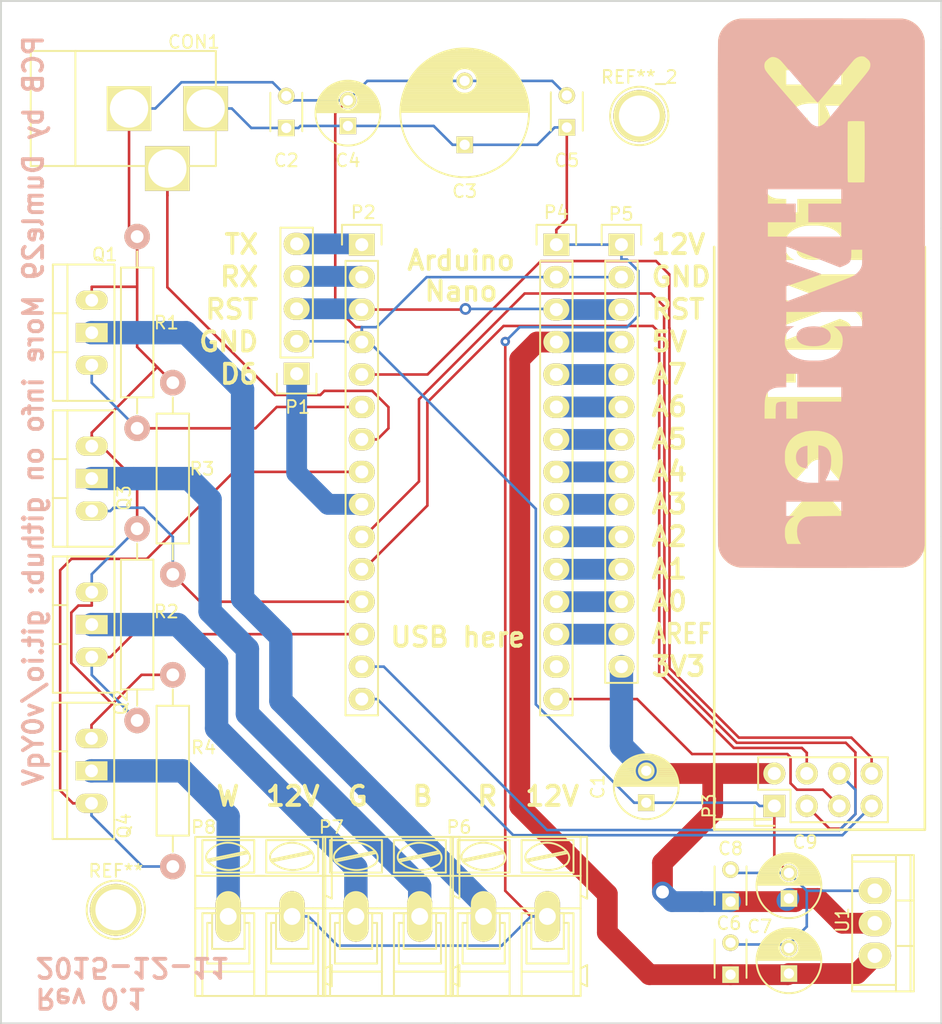
<source format=kicad_pcb>
(kicad_pcb (version 20171130) (host pcbnew "(5.1.12)-1")

  (general
    (thickness 1.6)
    (drawings 49)
    (tracks 293)
    (zones 0)
    (modules 31)
    (nets 34)
  )

  (page A4)
  (title_block
    (title "RGB+W 12V LED strip controller")
    (date 2015-12-11)
    (rev 0.1)
    (comment 1 "PCB by Dumle29")
    (comment 2 "Circuit by Hypfer")
  )

  (layers
    (0 F.Cu signal)
    (31 B.Cu signal)
    (32 B.Adhes user hide)
    (33 F.Adhes user hide)
    (34 B.Paste user hide)
    (35 F.Paste user hide)
    (36 B.SilkS user hide)
    (37 F.SilkS user hide)
    (38 B.Mask user hide)
    (39 F.Mask user hide)
    (40 Dwgs.User user hide)
    (41 Cmts.User user hide)
    (42 Eco1.User user hide)
    (43 Eco2.User user hide)
    (44 Edge.Cuts user)
    (45 Margin user hide)
    (46 B.CrtYd user hide)
    (47 F.CrtYd user hide)
    (48 B.Fab user hide)
    (49 F.Fab user hide)
  )

  (setup
    (last_trace_width 0.2032)
    (user_trace_width 0.2032)
    (user_trace_width 0.4064)
    (user_trace_width 0.8128)
    (user_trace_width 1.2192)
    (user_trace_width 1.6256)
    (user_trace_width 1.8288)
    (user_trace_width 2.54)
    (trace_clearance 0.2)
    (zone_clearance 0.508)
    (zone_45_only no)
    (trace_min 0.2)
    (via_size 0.7366)
    (via_drill 0.3302)
    (via_min_size 0.3302)
    (via_min_drill 0.3)
    (user_via 0.7366 0.3302)
    (user_via 0.9144 0.508)
    (user_via 1.1684 0.762)
    (user_via 1.4224 1.016)
    (uvia_size 0.7366)
    (uvia_drill 0.3302)
    (uvias_allowed no)
    (uvia_min_size 0.3302)
    (uvia_min_drill 0)
    (edge_width 0.15)
    (segment_width 0.2)
    (pcb_text_width 0.3)
    (pcb_text_size 1.5 1.5)
    (mod_edge_width 0.15)
    (mod_text_size 1 1)
    (mod_text_width 0.15)
    (pad_size 4.064 4.064)
    (pad_drill 3.2)
    (pad_to_mask_clearance 0.2)
    (aux_axis_origin 0 0)
    (visible_elements 7FFFFFFF)
    (pcbplotparams
      (layerselection 0x210f0_80000001)
      (usegerberextensions false)
      (usegerberattributes true)
      (usegerberadvancedattributes true)
      (creategerberjobfile true)
      (excludeedgelayer true)
      (linewidth 0.100000)
      (plotframeref false)
      (viasonmask false)
      (mode 1)
      (useauxorigin false)
      (hpglpennumber 1)
      (hpglpenspeed 20)
      (hpglpendiameter 15.000000)
      (psnegative false)
      (psa4output false)
      (plotreference true)
      (plotvalue true)
      (plotinvisibletext false)
      (padsonsilk false)
      (subtractmaskfromsilk false)
      (outputformat 1)
      (mirror false)
      (drillshape 0)
      (scaleselection 1)
      (outputdirectory "../gerbers/"))
  )

  (net 0 "")
  (net 1 GND)
  (net 2 +3V3)
  (net 3 +12V)
  (net 4 JACK_SW)
  (net 5 /D6)
  (net 6 /RESET)
  (net 7 /RX)
  (net 8 /TX)
  (net 9 nRF_IRQ)
  (net 10 FET_R)
  (net 11 FET_W)
  (net 12 nRF_CE)
  (net 13 nRF_CSN)
  (net 14 FET_G)
  (net 15 FET_B)
  (net 16 MOSI)
  (net 17 MISO)
  (net 18 SCK)
  (net 19 +5V)
  (net 20 /ADC7)
  (net 21 /ADC6)
  (net 22 /ADC5)
  (net 23 /ADC4)
  (net 24 /ADC3)
  (net 25 /ADC2)
  (net 26 /ADC1)
  (net 27 /ADC0)
  (net 28 /AREF)
  (net 29 LED_R)
  (net 30 LED_B)
  (net 31 LED_G)
  (net 32 LED_W)
  (net 33 "Net-(P4-Pad14)")

  (net_class Default "This is the default net class."
    (clearance 0.2)
    (trace_width 0.2032)
    (via_dia 0.7366)
    (via_drill 0.3302)
    (uvia_dia 0.7366)
    (uvia_drill 0.3302)
    (add_net +12V)
    (add_net +3V3)
    (add_net +5V)
    (add_net /ADC0)
    (add_net /ADC1)
    (add_net /ADC2)
    (add_net /ADC3)
    (add_net /ADC4)
    (add_net /ADC5)
    (add_net /ADC6)
    (add_net /ADC7)
    (add_net /AREF)
    (add_net /D6)
    (add_net /RESET)
    (add_net /RX)
    (add_net /TX)
    (add_net FET_B)
    (add_net FET_G)
    (add_net FET_R)
    (add_net FET_W)
    (add_net GND)
    (add_net JACK_SW)
    (add_net LED_B)
    (add_net LED_G)
    (add_net LED_R)
    (add_net LED_W)
    (add_net MISO)
    (add_net MOSI)
    (add_net "Net-(P4-Pad14)")
    (add_net SCK)
    (add_net nRF_CE)
    (add_net nRF_CSN)
    (add_net nRF_IRQ)
  )

  (module Connect:1pin (layer F.Cu) (tedit 566B52CB) (tstamp 566B57A7)
    (at 159.22 58.53)
    (descr "module 1 pin (ou trou mecanique de percage)")
    (tags DEV)
    (fp_text reference REF**_2 (at 0 -3.048) (layer F.SilkS)
      (effects (font (size 1 1) (thickness 0.15)))
    )
    (fp_text value 1pin (at 0 2.794) (layer F.Fab)
      (effects (font (size 1 1) (thickness 0.15)))
    )
    (fp_circle (center 0 0) (end 0 -2.286) (layer F.SilkS) (width 0.15))
    (pad 1 thru_hole circle (at 0 0) (size 4.064 4.064) (drill 3.2) (layers *.Cu *.Mask F.SilkS))
  )

  (module Pin_Headers:Pin_Header_Straight_2x04 (layer F.Cu) (tedit 0) (tstamp 566B55C5)
    (at 169.799 112.522 90)
    (descr "Through hole pin header")
    (tags "pin header")
    (path /566AEF56)
    (fp_text reference P3 (at 0 -5.1 90) (layer F.SilkS)
      (effects (font (size 1 1) (thickness 0.15)))
    )
    (fp_text value CONN_02X04 (at 0 -3.1 90) (layer F.Fab)
      (effects (font (size 1 1) (thickness 0.15)))
    )
    (fp_line (start -1.55 -1.55) (end -1.55 0) (layer F.SilkS) (width 0.15))
    (fp_line (start 1.27 1.27) (end -1.27 1.27) (layer F.SilkS) (width 0.15))
    (fp_line (start 1.27 -1.27) (end 1.27 1.27) (layer F.SilkS) (width 0.15))
    (fp_line (start 0 -1.55) (end -1.55 -1.55) (layer F.SilkS) (width 0.15))
    (fp_line (start 3.81 -1.27) (end 1.27 -1.27) (layer F.SilkS) (width 0.15))
    (fp_line (start 3.81 8.89) (end 3.81 -1.27) (layer F.SilkS) (width 0.15))
    (fp_line (start -1.27 8.89) (end 3.81 8.89) (layer F.SilkS) (width 0.15))
    (fp_line (start -1.27 1.27) (end -1.27 8.89) (layer F.SilkS) (width 0.15))
    (fp_line (start -1.75 9.4) (end 4.3 9.4) (layer F.CrtYd) (width 0.05))
    (fp_line (start -1.75 -1.75) (end 4.3 -1.75) (layer F.CrtYd) (width 0.05))
    (fp_line (start 4.3 -1.75) (end 4.3 9.4) (layer F.CrtYd) (width 0.05))
    (fp_line (start -1.75 -1.75) (end -1.75 9.4) (layer F.CrtYd) (width 0.05))
    (pad 1 thru_hole rect (at 0 0 90) (size 1.7272 1.7272) (drill 1.016) (layers *.Cu *.Mask F.SilkS)
      (net 1 GND))
    (pad 2 thru_hole oval (at 2.54 0 90) (size 1.7272 1.7272) (drill 1.016) (layers *.Cu *.Mask F.SilkS)
      (net 2 +3V3))
    (pad 3 thru_hole oval (at 0 2.54 90) (size 1.7272 1.7272) (drill 1.016) (layers *.Cu *.Mask F.SilkS)
      (net 12 nRF_CE))
    (pad 4 thru_hole oval (at 2.54 2.54 90) (size 1.7272 1.7272) (drill 1.016) (layers *.Cu *.Mask F.SilkS)
      (net 13 nRF_CSN))
    (pad 5 thru_hole oval (at 0 5.08 90) (size 1.7272 1.7272) (drill 1.016) (layers *.Cu *.Mask F.SilkS)
      (net 18 SCK))
    (pad 6 thru_hole oval (at 2.54 5.08 90) (size 1.7272 1.7272) (drill 1.016) (layers *.Cu *.Mask F.SilkS)
      (net 16 MOSI))
    (pad 7 thru_hole oval (at 0 7.62 90) (size 1.7272 1.7272) (drill 1.016) (layers *.Cu *.Mask F.SilkS)
      (net 17 MISO))
    (pad 8 thru_hole oval (at 2.54 7.62 90) (size 1.7272 1.7272) (drill 1.016) (layers *.Cu *.Mask F.SilkS)
      (net 9 nRF_IRQ))
    (model Socket_Strips.3dshapes/Socket_Strip_Straight_2x04.wrl
      (offset (xyz 1.269999980926514 -3.809999942779541 0))
      (scale (xyz 1 1 1))
      (rotate (xyz 0 0 90))
    )
  )

  (module Socket_Strips:Socket_Strip_Straight_1x15 (layer F.Cu) (tedit 566B2F7D) (tstamp 566AFE22)
    (at 137.483 68.6 270)
    (descr "Through hole socket strip")
    (tags "socket strip")
    (path /566AC2B2)
    (fp_text reference P2 (at -2.528 -0.1215) (layer F.SilkS)
      (effects (font (size 1 1) (thickness 0.15)))
    )
    (fp_text value CONN_01X15 (at 3.302 -2.54 270) (layer F.Fab) hide
      (effects (font (size 1 1) (thickness 0.15)))
    )
    (fp_line (start -1.55 -1.55) (end -1.55 1.55) (layer F.SilkS) (width 0.15))
    (fp_line (start 0 -1.55) (end -1.55 -1.55) (layer F.SilkS) (width 0.15))
    (fp_line (start 1.27 1.27) (end 1.27 -1.27) (layer F.SilkS) (width 0.15))
    (fp_line (start -1.55 1.55) (end 0 1.55) (layer F.SilkS) (width 0.15))
    (fp_line (start 36.83 1.27) (end 1.27 1.27) (layer F.SilkS) (width 0.15))
    (fp_line (start 36.83 -1.27) (end 36.83 1.27) (layer F.SilkS) (width 0.15))
    (fp_line (start 1.27 -1.27) (end 36.83 -1.27) (layer F.SilkS) (width 0.15))
    (fp_line (start -1.75 1.75) (end 37.35 1.75) (layer F.CrtYd) (width 0.05))
    (fp_line (start -1.75 -1.75) (end 37.35 -1.75) (layer F.CrtYd) (width 0.05))
    (fp_line (start 37.35 -1.75) (end 37.35 1.75) (layer F.CrtYd) (width 0.05))
    (fp_line (start -1.75 -1.75) (end -1.75 1.75) (layer F.CrtYd) (width 0.05))
    (pad 1 thru_hole rect (at 0 0 270) (size 1.7272 2.032) (drill 1.016) (layers *.Cu *.Mask F.SilkS)
      (net 8 /TX))
    (pad 2 thru_hole oval (at 2.54 0 270) (size 1.7272 2.032) (drill 1.016) (layers *.Cu *.Mask F.SilkS)
      (net 7 /RX))
    (pad 3 thru_hole oval (at 5.08 0 270) (size 1.7272 2.032) (drill 1.016) (layers *.Cu *.Mask F.SilkS)
      (net 6 /RESET))
    (pad 4 thru_hole oval (at 7.62 0 270) (size 1.7272 2.032) (drill 1.016) (layers *.Cu *.Mask F.SilkS)
      (net 1 GND))
    (pad 5 thru_hole oval (at 10.16 0 270) (size 1.7272 2.032) (drill 1.016) (layers *.Cu *.Mask F.SilkS)
      (net 9 nRF_IRQ))
    (pad 6 thru_hole oval (at 12.7 0 270) (size 1.7272 2.032) (drill 1.016) (layers *.Cu *.Mask F.SilkS)
      (net 10 FET_R))
    (pad 7 thru_hole oval (at 15.24 0 270) (size 1.7272 2.032) (drill 1.016) (layers *.Cu *.Mask F.SilkS)
      (net 4 JACK_SW))
    (pad 8 thru_hole oval (at 17.78 0 270) (size 1.7272 2.032) (drill 1.016) (layers *.Cu *.Mask F.SilkS)
      (net 11 FET_W))
    (pad 9 thru_hole oval (at 20.32 0 270) (size 1.7272 2.032) (drill 1.016) (layers *.Cu *.Mask F.SilkS)
      (net 5 /D6))
    (pad 10 thru_hole oval (at 22.86 0 270) (size 1.7272 2.032) (drill 1.016) (layers *.Cu *.Mask F.SilkS)
      (net 12 nRF_CE))
    (pad 11 thru_hole oval (at 25.4 0 270) (size 1.7272 2.032) (drill 1.016) (layers *.Cu *.Mask F.SilkS)
      (net 13 nRF_CSN))
    (pad 12 thru_hole oval (at 27.94 0 270) (size 1.7272 2.032) (drill 1.016) (layers *.Cu *.Mask F.SilkS)
      (net 15 FET_B))
    (pad 13 thru_hole oval (at 30.48 0 270) (size 1.7272 2.032) (drill 1.016) (layers *.Cu *.Mask F.SilkS)
      (net 14 FET_G))
    (pad 14 thru_hole oval (at 33.02 0 270) (size 1.7272 2.032) (drill 1.016) (layers *.Cu *.Mask F.SilkS)
      (net 16 MOSI))
    (pad 15 thru_hole oval (at 35.56 0 270) (size 1.7272 2.032) (drill 1.016) (layers *.Cu *.Mask F.SilkS)
      (net 17 MISO))
    (model Socket_Strips.3dshapes/Socket_Strip_Straight_1x15.wrl
      (offset (xyz 17.77999973297119 0 0))
      (scale (xyz 1 1 1))
      (rotate (xyz 0 0 180))
    )
  )

  (module Capacitors_ThroughHole:C_Radial_D5_L11_P2.5 (layer F.Cu) (tedit 0) (tstamp 566AFDE7)
    (at 159.766 112.268 90)
    (descr "Radial Electrolytic Capacitor Diameter 5mm x Length 11mm, Pitch 2.5mm")
    (tags "Electrolytic Capacitor")
    (path /566AF4F5)
    (fp_text reference C1 (at 1.25 -3.8 90) (layer F.SilkS)
      (effects (font (size 1 1) (thickness 0.15)))
    )
    (fp_text value 1uF (at 1.25 3.8 90) (layer F.Fab)
      (effects (font (size 1 1) (thickness 0.15)))
    )
    (fp_circle (center 1.25 0) (end 1.25 -2.8) (layer F.CrtYd) (width 0.05))
    (fp_circle (center 1.25 0) (end 1.25 -2.5375) (layer F.SilkS) (width 0.15))
    (fp_circle (center 2.5 0) (end 2.5 -0.9) (layer F.SilkS) (width 0.15))
    (fp_line (start 3.705 -0.472) (end 3.705 0.472) (layer F.SilkS) (width 0.15))
    (fp_line (start 3.565 -0.944) (end 3.565 0.944) (layer F.SilkS) (width 0.15))
    (fp_line (start 3.425 -1.233) (end 3.425 1.233) (layer F.SilkS) (width 0.15))
    (fp_line (start 3.285 0.44) (end 3.285 1.452) (layer F.SilkS) (width 0.15))
    (fp_line (start 3.285 -1.452) (end 3.285 -0.44) (layer F.SilkS) (width 0.15))
    (fp_line (start 3.145 0.628) (end 3.145 1.631) (layer F.SilkS) (width 0.15))
    (fp_line (start 3.145 -1.631) (end 3.145 -0.628) (layer F.SilkS) (width 0.15))
    (fp_line (start 3.005 0.745) (end 3.005 1.78) (layer F.SilkS) (width 0.15))
    (fp_line (start 3.005 -1.78) (end 3.005 -0.745) (layer F.SilkS) (width 0.15))
    (fp_line (start 2.865 0.823) (end 2.865 1.908) (layer F.SilkS) (width 0.15))
    (fp_line (start 2.865 -1.908) (end 2.865 -0.823) (layer F.SilkS) (width 0.15))
    (fp_line (start 2.725 0.871) (end 2.725 2.019) (layer F.SilkS) (width 0.15))
    (fp_line (start 2.725 -2.019) (end 2.725 -0.871) (layer F.SilkS) (width 0.15))
    (fp_line (start 2.585 0.896) (end 2.585 2.114) (layer F.SilkS) (width 0.15))
    (fp_line (start 2.585 -2.114) (end 2.585 -0.896) (layer F.SilkS) (width 0.15))
    (fp_line (start 2.445 0.898) (end 2.445 2.196) (layer F.SilkS) (width 0.15))
    (fp_line (start 2.445 -2.196) (end 2.445 -0.898) (layer F.SilkS) (width 0.15))
    (fp_line (start 2.305 0.879) (end 2.305 2.266) (layer F.SilkS) (width 0.15))
    (fp_line (start 2.305 -2.266) (end 2.305 -0.879) (layer F.SilkS) (width 0.15))
    (fp_line (start 2.165 0.835) (end 2.165 2.327) (layer F.SilkS) (width 0.15))
    (fp_line (start 2.165 -2.327) (end 2.165 -0.835) (layer F.SilkS) (width 0.15))
    (fp_line (start 2.025 0.764) (end 2.025 2.377) (layer F.SilkS) (width 0.15))
    (fp_line (start 2.025 -2.377) (end 2.025 -0.764) (layer F.SilkS) (width 0.15))
    (fp_line (start 1.885 0.657) (end 1.885 2.418) (layer F.SilkS) (width 0.15))
    (fp_line (start 1.885 -2.418) (end 1.885 -0.657) (layer F.SilkS) (width 0.15))
    (fp_line (start 1.745 0.49) (end 1.745 2.451) (layer F.SilkS) (width 0.15))
    (fp_line (start 1.745 -2.451) (end 1.745 -0.49) (layer F.SilkS) (width 0.15))
    (fp_line (start 1.605 0.095) (end 1.605 2.475) (layer F.SilkS) (width 0.15))
    (fp_line (start 1.605 -2.475) (end 1.605 -0.095) (layer F.SilkS) (width 0.15))
    (fp_line (start 1.465 -2.491) (end 1.465 2.491) (layer F.SilkS) (width 0.15))
    (fp_line (start 1.325 -2.499) (end 1.325 2.499) (layer F.SilkS) (width 0.15))
    (pad 1 thru_hole rect (at 0 0 90) (size 1.3 1.3) (drill 0.8) (layers *.Cu *.Mask F.SilkS)
      (net 1 GND))
    (pad 2 thru_hole circle (at 2.5 0 90) (size 1.3 1.3) (drill 0.8) (layers *.Cu *.Mask F.SilkS)
      (net 2 +3V3))
    (model Capacitors_ThroughHole.3dshapes/C_Radial_D5_L11_P2.5.wrl
      (offset (xyz 1.25001018122673 0 0))
      (scale (xyz 1 1 1))
      (rotate (xyz 0 0 90))
    )
  )

  (module Socket_Strips:Socket_Strip_Straight_1x05 (layer F.Cu) (tedit 566B2F81) (tstamp 566AFE0F)
    (at 132.383 78.7 90)
    (descr "Through hole socket strip")
    (tags "socket strip")
    (path /566B74B1)
    (fp_text reference P1 (at -2.612 0.078 180) (layer F.SilkS)
      (effects (font (size 1 1) (thickness 0.15)))
    )
    (fp_text value CONN_01X05 (at 6.858 2.54 90) (layer F.Fab) hide
      (effects (font (size 1 1) (thickness 0.15)))
    )
    (fp_line (start -1.55 -1.55) (end -1.55 1.55) (layer F.SilkS) (width 0.15))
    (fp_line (start 0 -1.55) (end -1.55 -1.55) (layer F.SilkS) (width 0.15))
    (fp_line (start 1.27 1.27) (end 1.27 -1.27) (layer F.SilkS) (width 0.15))
    (fp_line (start -1.55 1.55) (end 0 1.55) (layer F.SilkS) (width 0.15))
    (fp_line (start 11.43 -1.27) (end 1.27 -1.27) (layer F.SilkS) (width 0.15))
    (fp_line (start 11.43 1.27) (end 11.43 -1.27) (layer F.SilkS) (width 0.15))
    (fp_line (start 1.27 1.27) (end 11.43 1.27) (layer F.SilkS) (width 0.15))
    (fp_line (start -1.75 1.75) (end 11.95 1.75) (layer F.CrtYd) (width 0.05))
    (fp_line (start -1.75 -1.75) (end 11.95 -1.75) (layer F.CrtYd) (width 0.05))
    (fp_line (start 11.95 -1.75) (end 11.95 1.75) (layer F.CrtYd) (width 0.05))
    (fp_line (start -1.75 -1.75) (end -1.75 1.75) (layer F.CrtYd) (width 0.05))
    (pad 1 thru_hole rect (at 0 0 90) (size 1.7272 2.032) (drill 1.016) (layers *.Cu *.Mask F.SilkS)
      (net 5 /D6))
    (pad 2 thru_hole oval (at 2.54 0 90) (size 1.7272 2.032) (drill 1.016) (layers *.Cu *.Mask F.SilkS)
      (net 1 GND))
    (pad 3 thru_hole oval (at 5.08 0 90) (size 1.7272 2.032) (drill 1.016) (layers *.Cu *.Mask F.SilkS)
      (net 6 /RESET))
    (pad 4 thru_hole oval (at 7.62 0 90) (size 1.7272 2.032) (drill 1.016) (layers *.Cu *.Mask F.SilkS)
      (net 7 /RX))
    (pad 5 thru_hole oval (at 10.16 0 90) (size 1.7272 2.032) (drill 1.016) (layers *.Cu *.Mask F.SilkS)
      (net 8 /TX))
    (model Socket_Strips.3dshapes/Socket_Strip_Straight_1x05.wrl
      (offset (xyz 5.079999923706055 0 0))
      (scale (xyz 1 1 1))
      (rotate (xyz 0 0 180))
    )
  )

  (module Diodes_ThroughHole:Diode_TO-220_Dual_CommonCathode_Vertical (layer F.Cu) (tedit 566B2F91) (tstamp 566AFE7A)
    (at 116.332 89.44 90)
    (descr "TO-220, Diode, Dual, Common Cathode,Vertical,")
    (tags "TO-220, Diode, Dual, Common Cathode, Vertical,")
    (path /566B048C)
    (fp_text reference Q3 (at 1.016 2.54 270) (layer F.SilkS)
      (effects (font (size 1 1) (thickness 0.15)))
    )
    (fp_text value Q_NMOS_GDS (at 7.112 -3.048 180) (layer F.Fab) hide
      (effects (font (size 1 1) (thickness 0.15)))
    )
    (fp_line (start 2.53746 -3.048) (end 7.87146 -3.048) (layer F.SilkS) (width 0.15))
    (fp_line (start 2.53746 -3.048) (end -2.79654 -3.048) (layer F.SilkS) (width 0.15))
    (fp_line (start -2.79654 -1.905) (end -2.79654 -3.048) (layer F.SilkS) (width 0.15))
    (fp_line (start 7.87146 -1.905) (end -2.79654 -1.905) (layer F.SilkS) (width 0.15))
    (fp_line (start 7.87146 -3.048) (end 7.87146 -1.905) (layer F.SilkS) (width 0.15))
    (fp_line (start -2.79654 1.778) (end -2.79654 -1.905) (layer F.SilkS) (width 0.15))
    (fp_line (start 7.87146 1.778) (end -2.79654 1.778) (layer F.SilkS) (width 0.15))
    (fp_line (start 7.87146 -1.905) (end 7.87146 1.778) (layer F.SilkS) (width 0.15))
    (fp_line (start 4.06146 -3.048) (end 4.06146 -1.905) (layer F.SilkS) (width 0.15))
    (fp_line (start 1.01346 -3.048) (end 1.01346 -1.905) (layer F.SilkS) (width 0.15))
    (pad 2 thru_hole rect (at 2.53746 0 180) (size 2.49936 1.50114) (drill 1.00076) (layers *.Cu *.Mask F.SilkS)
      (net 30 LED_B))
    (pad 1 thru_hole oval (at -0.00254 0 180) (size 2.49936 1.50114) (drill 1.00076) (layers *.Cu *.Mask F.SilkS)
      (net 15 FET_B))
    (pad 3 thru_hole oval (at 5.07746 0 180) (size 2.49936 1.50114) (drill 1.00076) (layers *.Cu *.Mask F.SilkS)
      (net 1 GND))
    (model Diodes_ThroughHole.3dshapes/Diode_TO-220_Dual_CommonCathode_Vertical.wrl
      (offset (xyz 2.539999961853027 0 0))
      (scale (xyz 0.3937 0.3937 0.3937))
      (rotate (xyz 0 0 0))
    )
  )

  (module Diodes_ThroughHole:Diode_TO-220_Dual_CommonCathode_Vertical (layer F.Cu) (tedit 566B2F97) (tstamp 566AFE81)
    (at 116.313 112.312 90)
    (descr "TO-220, Diode, Dual, Common Cathode,Vertical,")
    (tags "TO-220, Diode, Dual, Common Cathode, Vertical,")
    (path /566AFDF4)
    (fp_text reference Q4 (at -1.766222 2.559294 270) (layer F.SilkS)
      (effects (font (size 1 1) (thickness 0.15)))
    )
    (fp_text value Q_NMOS_GDS (at 7.123778 -3.028706 180) (layer F.Fab) hide
      (effects (font (size 1 1) (thickness 0.15)))
    )
    (fp_line (start 2.53746 -3.048) (end 7.87146 -3.048) (layer F.SilkS) (width 0.15))
    (fp_line (start 2.53746 -3.048) (end -2.79654 -3.048) (layer F.SilkS) (width 0.15))
    (fp_line (start -2.79654 -1.905) (end -2.79654 -3.048) (layer F.SilkS) (width 0.15))
    (fp_line (start 7.87146 -1.905) (end -2.79654 -1.905) (layer F.SilkS) (width 0.15))
    (fp_line (start 7.87146 -3.048) (end 7.87146 -1.905) (layer F.SilkS) (width 0.15))
    (fp_line (start -2.79654 1.778) (end -2.79654 -1.905) (layer F.SilkS) (width 0.15))
    (fp_line (start 7.87146 1.778) (end -2.79654 1.778) (layer F.SilkS) (width 0.15))
    (fp_line (start 7.87146 -1.905) (end 7.87146 1.778) (layer F.SilkS) (width 0.15))
    (fp_line (start 4.06146 -3.048) (end 4.06146 -1.905) (layer F.SilkS) (width 0.15))
    (fp_line (start 1.01346 -3.048) (end 1.01346 -1.905) (layer F.SilkS) (width 0.15))
    (pad 2 thru_hole rect (at 2.53746 0 180) (size 2.49936 1.50114) (drill 1.00076) (layers *.Cu *.Mask F.SilkS)
      (net 32 LED_W))
    (pad 1 thru_hole oval (at -0.00254 0 180) (size 2.49936 1.50114) (drill 1.00076) (layers *.Cu *.Mask F.SilkS)
      (net 11 FET_W))
    (pad 3 thru_hole oval (at 5.07746 0 180) (size 2.49936 1.50114) (drill 1.00076) (layers *.Cu *.Mask F.SilkS)
      (net 1 GND))
    (model Diodes_ThroughHole.3dshapes/Diode_TO-220_Dual_CommonCathode_Vertical.wrl
      (offset (xyz 2.539999961853027 0 0))
      (scale (xyz 0.3937 0.3937 0.3937))
      (rotate (xyz 0 0 0))
    )
  )

  (module Resistors_ThroughHole:Resistor_Horizontal_RM15mm (layer F.Cu) (tedit 53F56292) (tstamp 566AFE99)
    (at 122.682 109.76 90)
    (descr "Resistor, Axial, RM 15mm,")
    (tags "Resistor, Axial, RM 15mm,")
    (path /566BE0B6)
    (fp_text reference R4 (at 1.81 2.413 180) (layer F.SilkS)
      (effects (font (size 1 1) (thickness 0.15)))
    )
    (fp_text value 10k (at 3.08 2.794 180) (layer F.Fab)
      (effects (font (size 1 1) (thickness 0.15)))
    )
    (fp_line (start -6.35 0) (end -5.08 0) (layer F.SilkS) (width 0.15))
    (fp_line (start 6.35 0) (end 5.08 0) (layer F.SilkS) (width 0.15))
    (fp_line (start 5.08 -1.27) (end -5.08 -1.27) (layer F.SilkS) (width 0.15))
    (fp_line (start 5.08 1.27) (end 5.08 -1.27) (layer F.SilkS) (width 0.15))
    (fp_line (start -5.08 1.27) (end 5.08 1.27) (layer F.SilkS) (width 0.15))
    (fp_line (start -5.08 -1.27) (end -5.08 1.27) (layer F.SilkS) (width 0.15))
    (pad 1 thru_hole circle (at -7.5 0 90) (size 1.99898 1.99898) (drill 1.00076) (layers *.Cu *.SilkS *.Mask)
      (net 11 FET_W))
    (pad 2 thru_hole circle (at 7.5 0 90) (size 1.99898 1.99898) (drill 1.00076) (layers *.Cu *.SilkS *.Mask)
      (net 1 GND))
    (model Resistors_ThroughHole.3dshapes/Resistor_Horizontal_RM15mm.wrl
      (at (xyz 0 0 0))
      (scale (xyz 0.4 0.4 0.4))
      (rotate (xyz 0 0 0))
    )
  )

  (module Diodes_ThroughHole:Diode_TO-220_Dual_CommonCathode_Vertical (layer F.Cu) (tedit 566B2F93) (tstamp 566AFE73)
    (at 116.332 100.867 90)
    (descr "TO-220, Diode, Dual, Common Cathode,Vertical,")
    (tags "TO-220, Diode, Dual, Common Cathode, Vertical,")
    (path /566B04DF)
    (fp_text reference Q2 (at -3.55854 2.286 90) (layer F.SilkS)
      (effects (font (size 1 1) (thickness 0.15)))
    )
    (fp_text value Q_NMOS_GDS (at 7.10946 -3.048 180) (layer F.Fab) hide
      (effects (font (size 1 1) (thickness 0.15)))
    )
    (fp_line (start 2.53746 -3.048) (end 7.87146 -3.048) (layer F.SilkS) (width 0.15))
    (fp_line (start 2.53746 -3.048) (end -2.79654 -3.048) (layer F.SilkS) (width 0.15))
    (fp_line (start -2.79654 -1.905) (end -2.79654 -3.048) (layer F.SilkS) (width 0.15))
    (fp_line (start 7.87146 -1.905) (end -2.79654 -1.905) (layer F.SilkS) (width 0.15))
    (fp_line (start 7.87146 -3.048) (end 7.87146 -1.905) (layer F.SilkS) (width 0.15))
    (fp_line (start -2.79654 1.778) (end -2.79654 -1.905) (layer F.SilkS) (width 0.15))
    (fp_line (start 7.87146 1.778) (end -2.79654 1.778) (layer F.SilkS) (width 0.15))
    (fp_line (start 7.87146 -1.905) (end 7.87146 1.778) (layer F.SilkS) (width 0.15))
    (fp_line (start 4.06146 -3.048) (end 4.06146 -1.905) (layer F.SilkS) (width 0.15))
    (fp_line (start 1.01346 -3.048) (end 1.01346 -1.905) (layer F.SilkS) (width 0.15))
    (pad 2 thru_hole rect (at 2.53746 0 180) (size 2.49936 1.50114) (drill 1.00076) (layers *.Cu *.Mask F.SilkS)
      (net 31 LED_G))
    (pad 1 thru_hole oval (at -0.00254 0 180) (size 2.49936 1.50114) (drill 1.00076) (layers *.Cu *.Mask F.SilkS)
      (net 14 FET_G))
    (pad 3 thru_hole oval (at 5.07746 0 180) (size 2.49936 1.50114) (drill 1.00076) (layers *.Cu *.Mask F.SilkS)
      (net 1 GND))
    (model Diodes_ThroughHole.3dshapes/Diode_TO-220_Dual_CommonCathode_Vertical.wrl
      (offset (xyz 2.539999961853027 0 0))
      (scale (xyz 0.3937 0.3937 0.3937))
      (rotate (xyz 0 0 0))
    )
  )

  (module Connect:BARREL_JACK (layer F.Cu) (tedit 566B014B) (tstamp 566AFE06)
    (at 119.052 57.944)
    (descr "DC Barrel Jack")
    (tags "Power Jack")
    (path /566B667F)
    (fp_text reference CON1 (at 5.28066 -5.207 180) (layer F.SilkS)
      (effects (font (size 1 1) (thickness 0.15)))
    )
    (fp_text value BARREL_JACK (at -2.72034 -5.207) (layer F.Fab)
      (effects (font (size 1 1) (thickness 0.15)))
    )
    (fp_line (start 7.00024 -4.50088) (end -7.50062 -4.50088) (layer F.SilkS) (width 0.15))
    (fp_line (start 7.00024 4.50088) (end 7.00024 -4.50088) (layer F.SilkS) (width 0.15))
    (fp_line (start -7.50062 4.50088) (end 7.00024 4.50088) (layer F.SilkS) (width 0.15))
    (fp_line (start -7.50062 -4.50088) (end -7.50062 4.50088) (layer F.SilkS) (width 0.15))
    (fp_line (start -4.0005 -4.50088) (end -4.0005 4.50088) (layer F.SilkS) (width 0.15))
    (pad 1 thru_hole rect (at 6.20014 0) (size 3.50012 3.50012) (drill 3) (layers *.Cu *.Mask F.SilkS)
      (net 3 +12V))
    (pad 2 thru_hole rect (at 0.20066 0) (size 3.50012 3.50012) (drill 3) (layers *.Cu *.Mask F.SilkS)
      (net 1 GND))
    (pad 3 thru_hole rect (at 3.2004 4.699) (size 3.50012 3.50012) (drill 3) (layers *.Cu *.Mask F.SilkS)
      (net 4 JACK_SW))
  )

  (module Capacitors_ThroughHole:C_Disc_D3_P2.5 (layer F.Cu) (tedit 0) (tstamp 566AFDED)
    (at 131.572 59.468 90)
    (descr "Capacitor 3mm Disc, Pitch 2.5mm")
    (tags Capacitor)
    (path /566B7E04)
    (fp_text reference C2 (at -2.54 0 180) (layer F.SilkS)
      (effects (font (size 1 1) (thickness 0.15)))
    )
    (fp_text value 100nF (at 1.397 -2.159 90) (layer F.Fab)
      (effects (font (size 1 1) (thickness 0.15)))
    )
    (fp_line (start 2.75 1.25) (end -0.25 1.25) (layer F.SilkS) (width 0.15))
    (fp_line (start -0.25 -1.25) (end 2.75 -1.25) (layer F.SilkS) (width 0.15))
    (fp_line (start -0.9 1.5) (end -0.9 -1.5) (layer F.CrtYd) (width 0.05))
    (fp_line (start 3.4 1.5) (end -0.9 1.5) (layer F.CrtYd) (width 0.05))
    (fp_line (start 3.4 -1.5) (end 3.4 1.5) (layer F.CrtYd) (width 0.05))
    (fp_line (start -0.9 -1.5) (end 3.4 -1.5) (layer F.CrtYd) (width 0.05))
    (pad 1 thru_hole rect (at 0 0 90) (size 1.3 1.3) (drill 0.8) (layers *.Cu *.Mask F.SilkS)
      (net 3 +12V))
    (pad 2 thru_hole circle (at 2.5 0 90) (size 1.3 1.3) (drill 0.8001) (layers *.Cu *.Mask F.SilkS)
      (net 1 GND))
    (model Capacitors_ThroughHole.3dshapes/C_Disc_D3_P2.5.wrl
      (offset (xyz 1.250000021226883 0 0))
      (scale (xyz 1 1 1))
      (rotate (xyz 0 0 0))
    )
  )

  (module Capacitors_ThroughHole:C_Radial_D10_L20_P5 (layer F.Cu) (tedit 0) (tstamp 566AFDF3)
    (at 145.542 60.785 90)
    (descr "Radial Electrolytic Capacitor Diameter 10mm x Length 20mm, Pitch 5mm")
    (tags "Electrolytic Capacitor")
    (path /566B7E9E)
    (fp_text reference C3 (at -3.636 0 180) (layer F.SilkS)
      (effects (font (size 1 1) (thickness 0.15)))
    )
    (fp_text value 1000uF (at 8.302 0 180) (layer F.Fab)
      (effects (font (size 1 1) (thickness 0.15)))
    )
    (fp_circle (center 2.5 0) (end 2.5 -5.3) (layer F.CrtYd) (width 0.05))
    (fp_circle (center 2.5 0) (end 2.5 -5.0375) (layer F.SilkS) (width 0.15))
    (fp_circle (center 5 0) (end 5 -1) (layer F.SilkS) (width 0.15))
    (fp_line (start 7.475 -0.499) (end 7.475 0.499) (layer F.SilkS) (width 0.15))
    (fp_line (start 7.335 -1.274) (end 7.335 1.274) (layer F.SilkS) (width 0.15))
    (fp_line (start 7.195 -1.72) (end 7.195 1.72) (layer F.SilkS) (width 0.15))
    (fp_line (start 7.055 -2.062) (end 7.055 2.062) (layer F.SilkS) (width 0.15))
    (fp_line (start 6.915 -2.347) (end 6.915 2.347) (layer F.SilkS) (width 0.15))
    (fp_line (start 6.775 -2.593) (end 6.775 2.593) (layer F.SilkS) (width 0.15))
    (fp_line (start 6.635 -2.811) (end 6.635 2.811) (layer F.SilkS) (width 0.15))
    (fp_line (start 6.495 -3.007) (end 6.495 3.007) (layer F.SilkS) (width 0.15))
    (fp_line (start 6.355 -3.184) (end 6.355 3.184) (layer F.SilkS) (width 0.15))
    (fp_line (start 6.215 -3.346) (end 6.215 3.346) (layer F.SilkS) (width 0.15))
    (fp_line (start 6.075 -3.496) (end 6.075 3.496) (layer F.SilkS) (width 0.15))
    (fp_line (start 5.935 0.355) (end 5.935 3.633) (layer F.SilkS) (width 0.15))
    (fp_line (start 5.935 -3.633) (end 5.935 -0.355) (layer F.SilkS) (width 0.15))
    (fp_line (start 5.795 0.607) (end 5.795 3.761) (layer F.SilkS) (width 0.15))
    (fp_line (start 5.795 -3.761) (end 5.795 -0.607) (layer F.SilkS) (width 0.15))
    (fp_line (start 5.655 0.756) (end 5.655 3.879) (layer F.SilkS) (width 0.15))
    (fp_line (start 5.655 -3.879) (end 5.655 -0.756) (layer F.SilkS) (width 0.15))
    (fp_line (start 5.515 0.857) (end 5.515 3.989) (layer F.SilkS) (width 0.15))
    (fp_line (start 5.515 -3.989) (end 5.515 -0.857) (layer F.SilkS) (width 0.15))
    (fp_line (start 5.375 0.927) (end 5.375 4.091) (layer F.SilkS) (width 0.15))
    (fp_line (start 5.375 -4.091) (end 5.375 -0.927) (layer F.SilkS) (width 0.15))
    (fp_line (start 5.235 0.972) (end 5.235 4.186) (layer F.SilkS) (width 0.15))
    (fp_line (start 5.235 -4.186) (end 5.235 -0.972) (layer F.SilkS) (width 0.15))
    (fp_line (start 5.095 0.995) (end 5.095 4.274) (layer F.SilkS) (width 0.15))
    (fp_line (start 5.095 -4.274) (end 5.095 -0.995) (layer F.SilkS) (width 0.15))
    (fp_line (start 4.955 0.999) (end 4.955 4.356) (layer F.SilkS) (width 0.15))
    (fp_line (start 4.955 -4.356) (end 4.955 -0.999) (layer F.SilkS) (width 0.15))
    (fp_line (start 4.815 0.983) (end 4.815 4.432) (layer F.SilkS) (width 0.15))
    (fp_line (start 4.815 -4.432) (end 4.815 -0.983) (layer F.SilkS) (width 0.15))
    (fp_line (start 4.675 0.946) (end 4.675 4.502) (layer F.SilkS) (width 0.15))
    (fp_line (start 4.675 -4.502) (end 4.675 -0.946) (layer F.SilkS) (width 0.15))
    (fp_line (start 4.535 0.885) (end 4.535 4.567) (layer F.SilkS) (width 0.15))
    (fp_line (start 4.535 -4.567) (end 4.535 -0.885) (layer F.SilkS) (width 0.15))
    (fp_line (start 4.395 0.796) (end 4.395 4.627) (layer F.SilkS) (width 0.15))
    (fp_line (start 4.395 -4.627) (end 4.395 -0.796) (layer F.SilkS) (width 0.15))
    (fp_line (start 4.255 0.667) (end 4.255 4.682) (layer F.SilkS) (width 0.15))
    (fp_line (start 4.255 -4.682) (end 4.255 -0.667) (layer F.SilkS) (width 0.15))
    (fp_line (start 4.115 0.466) (end 4.115 4.732) (layer F.SilkS) (width 0.15))
    (fp_line (start 4.115 -4.732) (end 4.115 -0.466) (layer F.SilkS) (width 0.15))
    (fp_line (start 3.975 -4.777) (end 3.975 4.777) (layer F.SilkS) (width 0.15))
    (fp_line (start 3.835 -4.818) (end 3.835 4.818) (layer F.SilkS) (width 0.15))
    (fp_line (start 3.695 -4.855) (end 3.695 4.855) (layer F.SilkS) (width 0.15))
    (fp_line (start 3.555 -4.887) (end 3.555 4.887) (layer F.SilkS) (width 0.15))
    (fp_line (start 3.415 -4.916) (end 3.415 4.916) (layer F.SilkS) (width 0.15))
    (fp_line (start 3.275 -4.94) (end 3.275 4.94) (layer F.SilkS) (width 0.15))
    (fp_line (start 3.135 -4.96) (end 3.135 4.96) (layer F.SilkS) (width 0.15))
    (fp_line (start 2.995 -4.975) (end 2.995 4.975) (layer F.SilkS) (width 0.15))
    (fp_line (start 2.855 -4.987) (end 2.855 4.987) (layer F.SilkS) (width 0.15))
    (fp_line (start 2.715 -4.995) (end 2.715 4.995) (layer F.SilkS) (width 0.15))
    (fp_line (start 2.575 -4.999) (end 2.575 4.999) (layer F.SilkS) (width 0.15))
    (pad 1 thru_hole rect (at 0 0 90) (size 1.3 1.3) (drill 0.8) (layers *.Cu *.Mask F.SilkS)
      (net 3 +12V))
    (pad 2 thru_hole circle (at 5 0 90) (size 1.3 1.3) (drill 0.8) (layers *.Cu *.Mask F.SilkS)
      (net 1 GND))
    (model Capacitors_ThroughHole.3dshapes/C_Radial_D10_L20_P5.wrl
      (at (xyz 0 0 0))
      (scale (xyz 1 1 1))
      (rotate (xyz 0 0 0))
    )
  )

  (module Capacitors_ThroughHole:C_Radial_D5_L11_P2 (layer F.Cu) (tedit 0) (tstamp 566AFDF9)
    (at 136.398 59.309 90)
    (descr "Radial Electrolytic Capacitor 5mm x Length 11mm, Pitch 2mm")
    (tags "Electrolytic Capacitor")
    (path /566B7EEE)
    (fp_text reference C4 (at -2.699 0 180) (layer F.SilkS)
      (effects (font (size 1 1) (thickness 0.15)))
    )
    (fp_text value 47uF (at 4.54 0 180) (layer F.Fab)
      (effects (font (size 1 1) (thickness 0.15)))
    )
    (fp_circle (center 1 0) (end 1 -2.8) (layer F.CrtYd) (width 0.05))
    (fp_circle (center 1 0) (end 1 -2.5375) (layer F.SilkS) (width 0.15))
    (fp_circle (center 2 0) (end 2 -0.8) (layer F.SilkS) (width 0.15))
    (fp_line (start 3.455 -0.472) (end 3.455 0.472) (layer F.SilkS) (width 0.15))
    (fp_line (start 3.315 -0.944) (end 3.315 0.944) (layer F.SilkS) (width 0.15))
    (fp_line (start 3.175 -1.233) (end 3.175 1.233) (layer F.SilkS) (width 0.15))
    (fp_line (start 3.035 -1.452) (end 3.035 1.452) (layer F.SilkS) (width 0.15))
    (fp_line (start 2.895 -1.631) (end 2.895 1.631) (layer F.SilkS) (width 0.15))
    (fp_line (start 2.755 0.265) (end 2.755 1.78) (layer F.SilkS) (width 0.15))
    (fp_line (start 2.755 -1.78) (end 2.755 -0.265) (layer F.SilkS) (width 0.15))
    (fp_line (start 2.615 0.512) (end 2.615 1.908) (layer F.SilkS) (width 0.15))
    (fp_line (start 2.615 -1.908) (end 2.615 -0.512) (layer F.SilkS) (width 0.15))
    (fp_line (start 2.475 0.644) (end 2.475 2.019) (layer F.SilkS) (width 0.15))
    (fp_line (start 2.475 -2.019) (end 2.475 -0.644) (layer F.SilkS) (width 0.15))
    (fp_line (start 2.335 0.726) (end 2.335 2.114) (layer F.SilkS) (width 0.15))
    (fp_line (start 2.335 -2.114) (end 2.335 -0.726) (layer F.SilkS) (width 0.15))
    (fp_line (start 2.195 0.776) (end 2.195 2.196) (layer F.SilkS) (width 0.15))
    (fp_line (start 2.195 -2.196) (end 2.195 -0.776) (layer F.SilkS) (width 0.15))
    (fp_line (start 2.055 0.798) (end 2.055 2.266) (layer F.SilkS) (width 0.15))
    (fp_line (start 2.055 -2.266) (end 2.055 -0.798) (layer F.SilkS) (width 0.15))
    (fp_line (start 1.915 0.795) (end 1.915 2.327) (layer F.SilkS) (width 0.15))
    (fp_line (start 1.915 -2.327) (end 1.915 -0.795) (layer F.SilkS) (width 0.15))
    (fp_line (start 1.775 0.768) (end 1.775 2.377) (layer F.SilkS) (width 0.15))
    (fp_line (start 1.775 -2.377) (end 1.775 -0.768) (layer F.SilkS) (width 0.15))
    (fp_line (start 1.635 0.712) (end 1.635 2.418) (layer F.SilkS) (width 0.15))
    (fp_line (start 1.635 -2.418) (end 1.635 -0.712) (layer F.SilkS) (width 0.15))
    (fp_line (start 1.495 0.62) (end 1.495 2.451) (layer F.SilkS) (width 0.15))
    (fp_line (start 1.495 -2.451) (end 1.495 -0.62) (layer F.SilkS) (width 0.15))
    (fp_line (start 1.355 0.473) (end 1.355 2.475) (layer F.SilkS) (width 0.15))
    (fp_line (start 1.355 -2.475) (end 1.355 -0.473) (layer F.SilkS) (width 0.15))
    (fp_line (start 1.215 0.154) (end 1.215 2.491) (layer F.SilkS) (width 0.15))
    (fp_line (start 1.215 -2.491) (end 1.215 -0.154) (layer F.SilkS) (width 0.15))
    (fp_line (start 1.075 -2.499) (end 1.075 2.499) (layer F.SilkS) (width 0.15))
    (pad 1 thru_hole rect (at 0 0 90) (size 1.3 1.3) (drill 0.8) (layers *.Cu *.Mask F.SilkS)
      (net 3 +12V))
    (pad 2 thru_hole circle (at 2 0 90) (size 1.3 1.3) (drill 0.8) (layers *.Cu *.Mask F.SilkS)
      (net 1 GND))
    (model Capacitors_ThroughHole.3dshapes/C_Radial_D5_L11_P2.wrl
      (at (xyz 0 0 0))
      (scale (xyz 1 1 1))
      (rotate (xyz 0 0 0))
    )
  )

  (module Capacitors_ThroughHole:C_Disc_D3_P2.5 (layer F.Cu) (tedit 0) (tstamp 566AFDFF)
    (at 153.543 59.428 90)
    (descr "Capacitor 3mm Disc, Pitch 2.5mm")
    (tags Capacitor)
    (path /566B7E64)
    (fp_text reference C5 (at -2.58 0 180) (layer F.SilkS)
      (effects (font (size 1 1) (thickness 0.15)))
    )
    (fp_text value 100nF (at 1.23 2.286 90) (layer F.Fab)
      (effects (font (size 1 1) (thickness 0.15)))
    )
    (fp_line (start 2.75 1.25) (end -0.25 1.25) (layer F.SilkS) (width 0.15))
    (fp_line (start -0.25 -1.25) (end 2.75 -1.25) (layer F.SilkS) (width 0.15))
    (fp_line (start -0.9 1.5) (end -0.9 -1.5) (layer F.CrtYd) (width 0.05))
    (fp_line (start 3.4 1.5) (end -0.9 1.5) (layer F.CrtYd) (width 0.05))
    (fp_line (start 3.4 -1.5) (end 3.4 1.5) (layer F.CrtYd) (width 0.05))
    (fp_line (start -0.9 -1.5) (end 3.4 -1.5) (layer F.CrtYd) (width 0.05))
    (pad 1 thru_hole rect (at 0 0 90) (size 1.3 1.3) (drill 0.8) (layers *.Cu *.Mask F.SilkS)
      (net 3 +12V))
    (pad 2 thru_hole circle (at 2.5 0 90) (size 1.3 1.3) (drill 0.8001) (layers *.Cu *.Mask F.SilkS)
      (net 1 GND))
    (model Capacitors_ThroughHole.3dshapes/C_Disc_D3_P2.5.wrl
      (offset (xyz 1.250000021226883 0 0))
      (scale (xyz 1 1 1))
      (rotate (xyz 0 0 0))
    )
  )

  (module Socket_Strips:Socket_Strip_Straight_1x15 (layer F.Cu) (tedit 566B2F84) (tstamp 566AFE41)
    (at 152.723 68.6 270)
    (descr "Through hole socket strip")
    (tags "socket strip")
    (path /566AC462)
    (fp_text reference P4 (at -2.528 0.0055) (layer F.SilkS)
      (effects (font (size 1 1) (thickness 0.15)))
    )
    (fp_text value CONN_01X15 (at 3.187 2.4185 270) (layer F.Fab) hide
      (effects (font (size 1 1) (thickness 0.15)))
    )
    (fp_line (start -1.55 -1.55) (end -1.55 1.55) (layer F.SilkS) (width 0.15))
    (fp_line (start 0 -1.55) (end -1.55 -1.55) (layer F.SilkS) (width 0.15))
    (fp_line (start 1.27 1.27) (end 1.27 -1.27) (layer F.SilkS) (width 0.15))
    (fp_line (start -1.55 1.55) (end 0 1.55) (layer F.SilkS) (width 0.15))
    (fp_line (start 36.83 1.27) (end 1.27 1.27) (layer F.SilkS) (width 0.15))
    (fp_line (start 36.83 -1.27) (end 36.83 1.27) (layer F.SilkS) (width 0.15))
    (fp_line (start 1.27 -1.27) (end 36.83 -1.27) (layer F.SilkS) (width 0.15))
    (fp_line (start -1.75 1.75) (end 37.35 1.75) (layer F.CrtYd) (width 0.05))
    (fp_line (start -1.75 -1.75) (end 37.35 -1.75) (layer F.CrtYd) (width 0.05))
    (fp_line (start 37.35 -1.75) (end 37.35 1.75) (layer F.CrtYd) (width 0.05))
    (fp_line (start -1.75 -1.75) (end -1.75 1.75) (layer F.CrtYd) (width 0.05))
    (pad 1 thru_hole rect (at 0 0 270) (size 1.7272 2.032) (drill 1.016) (layers *.Cu *.Mask F.SilkS)
      (net 3 +12V))
    (pad 2 thru_hole oval (at 2.54 0 270) (size 1.7272 2.032) (drill 1.016) (layers *.Cu *.Mask F.SilkS)
      (net 1 GND))
    (pad 3 thru_hole oval (at 5.08 0 270) (size 1.7272 2.032) (drill 1.016) (layers *.Cu *.Mask F.SilkS)
      (net 6 /RESET))
    (pad 4 thru_hole oval (at 7.62 0 270) (size 1.7272 2.032) (drill 1.016) (layers *.Cu *.Mask F.SilkS)
      (net 19 +5V))
    (pad 5 thru_hole oval (at 10.16 0 270) (size 1.7272 2.032) (drill 1.016) (layers *.Cu *.Mask F.SilkS)
      (net 20 /ADC7))
    (pad 6 thru_hole oval (at 12.7 0 270) (size 1.7272 2.032) (drill 1.016) (layers *.Cu *.Mask F.SilkS)
      (net 21 /ADC6))
    (pad 7 thru_hole oval (at 15.24 0 270) (size 1.7272 2.032) (drill 1.016) (layers *.Cu *.Mask F.SilkS)
      (net 22 /ADC5))
    (pad 8 thru_hole oval (at 17.78 0 270) (size 1.7272 2.032) (drill 1.016) (layers *.Cu *.Mask F.SilkS)
      (net 23 /ADC4))
    (pad 9 thru_hole oval (at 20.32 0 270) (size 1.7272 2.032) (drill 1.016) (layers *.Cu *.Mask F.SilkS)
      (net 24 /ADC3))
    (pad 10 thru_hole oval (at 22.86 0 270) (size 1.7272 2.032) (drill 1.016) (layers *.Cu *.Mask F.SilkS)
      (net 25 /ADC2))
    (pad 11 thru_hole oval (at 25.4 0 270) (size 1.7272 2.032) (drill 1.016) (layers *.Cu *.Mask F.SilkS)
      (net 26 /ADC1))
    (pad 12 thru_hole oval (at 27.94 0 270) (size 1.7272 2.032) (drill 1.016) (layers *.Cu *.Mask F.SilkS)
      (net 27 /ADC0))
    (pad 13 thru_hole oval (at 30.48 0 270) (size 1.7272 2.032) (drill 1.016) (layers *.Cu *.Mask F.SilkS)
      (net 28 /AREF))
    (pad 14 thru_hole oval (at 33.02 0 270) (size 1.7272 2.032) (drill 1.016) (layers *.Cu *.Mask F.SilkS)
      (net 33 "Net-(P4-Pad14)"))
    (pad 15 thru_hole oval (at 35.56 0 270) (size 1.7272 2.032) (drill 1.016) (layers *.Cu *.Mask F.SilkS)
      (net 18 SCK))
    (model Socket_Strips.3dshapes/Socket_Strip_Straight_1x15.wrl
      (offset (xyz 17.77999973297119 0 0))
      (scale (xyz 1 1 1))
      (rotate (xyz 0 0 180))
    )
  )

  (module Socket_Strips:Socket_Strip_Straight_1x14 (layer F.Cu) (tedit 566B2F86) (tstamp 566AFE53)
    (at 157.823 68.6 270)
    (descr "Through hole socket strip")
    (tags "socket strip")
    (path /566AD1C3)
    (fp_text reference P5 (at -2.401 0.0255) (layer F.SilkS)
      (effects (font (size 1 1) (thickness 0.15)))
    )
    (fp_text value CONN_01X14 (at 3.187 2.3115 270) (layer F.Fab) hide
      (effects (font (size 1 1) (thickness 0.15)))
    )
    (fp_line (start -1.55 -1.55) (end -1.55 1.55) (layer F.SilkS) (width 0.15))
    (fp_line (start 0 -1.55) (end -1.55 -1.55) (layer F.SilkS) (width 0.15))
    (fp_line (start 1.27 1.27) (end 1.27 -1.27) (layer F.SilkS) (width 0.15))
    (fp_line (start -1.55 1.55) (end 0 1.55) (layer F.SilkS) (width 0.15))
    (fp_line (start 34.29 1.27) (end 1.27 1.27) (layer F.SilkS) (width 0.15))
    (fp_line (start 34.29 -1.27) (end 34.29 1.27) (layer F.SilkS) (width 0.15))
    (fp_line (start 1.27 -1.27) (end 34.29 -1.27) (layer F.SilkS) (width 0.15))
    (fp_line (start -1.75 1.75) (end 34.8 1.75) (layer F.CrtYd) (width 0.05))
    (fp_line (start -1.75 -1.75) (end 34.8 -1.75) (layer F.CrtYd) (width 0.05))
    (fp_line (start 34.8 -1.75) (end 34.8 1.75) (layer F.CrtYd) (width 0.05))
    (fp_line (start -1.75 -1.75) (end -1.75 1.75) (layer F.CrtYd) (width 0.05))
    (pad 1 thru_hole rect (at 0 0 270) (size 1.7272 2.032) (drill 1.016) (layers *.Cu *.Mask F.SilkS)
      (net 3 +12V))
    (pad 2 thru_hole oval (at 2.54 0 270) (size 1.7272 2.032) (drill 1.016) (layers *.Cu *.Mask F.SilkS)
      (net 1 GND))
    (pad 3 thru_hole oval (at 5.08 0 270) (size 1.7272 2.032) (drill 1.016) (layers *.Cu *.Mask F.SilkS)
      (net 6 /RESET))
    (pad 4 thru_hole oval (at 7.62 0 270) (size 1.7272 2.032) (drill 1.016) (layers *.Cu *.Mask F.SilkS)
      (net 19 +5V))
    (pad 5 thru_hole oval (at 10.16 0 270) (size 1.7272 2.032) (drill 1.016) (layers *.Cu *.Mask F.SilkS)
      (net 20 /ADC7))
    (pad 6 thru_hole oval (at 12.7 0 270) (size 1.7272 2.032) (drill 1.016) (layers *.Cu *.Mask F.SilkS)
      (net 21 /ADC6))
    (pad 7 thru_hole oval (at 15.24 0 270) (size 1.7272 2.032) (drill 1.016) (layers *.Cu *.Mask F.SilkS)
      (net 22 /ADC5))
    (pad 8 thru_hole oval (at 17.78 0 270) (size 1.7272 2.032) (drill 1.016) (layers *.Cu *.Mask F.SilkS)
      (net 23 /ADC4))
    (pad 9 thru_hole oval (at 20.32 0 270) (size 1.7272 2.032) (drill 1.016) (layers *.Cu *.Mask F.SilkS)
      (net 24 /ADC3))
    (pad 10 thru_hole oval (at 22.86 0 270) (size 1.7272 2.032) (drill 1.016) (layers *.Cu *.Mask F.SilkS)
      (net 25 /ADC2))
    (pad 11 thru_hole oval (at 25.4 0 270) (size 1.7272 2.032) (drill 1.016) (layers *.Cu *.Mask F.SilkS)
      (net 26 /ADC1))
    (pad 12 thru_hole oval (at 27.94 0 270) (size 1.7272 2.032) (drill 1.016) (layers *.Cu *.Mask F.SilkS)
      (net 27 /ADC0))
    (pad 13 thru_hole oval (at 30.48 0 270) (size 1.7272 2.032) (drill 1.016) (layers *.Cu *.Mask F.SilkS)
      (net 28 /AREF))
    (pad 14 thru_hole oval (at 33.02 0 270) (size 1.7272 2.032) (drill 1.016) (layers *.Cu *.Mask F.SilkS)
      (net 2 +3V3))
    (model Socket_Strips.3dshapes/Socket_Strip_Straight_1x14.wrl
      (offset (xyz 16.50999975204468 0 0))
      (scale (xyz 1 1 1))
      (rotate (xyz 0 0 180))
    )
  )

  (module Connect:AK300-2 (layer F.Cu) (tedit 566B2F9F) (tstamp 566AFE59)
    (at 147.02 121.166)
    (descr CONNECTOR)
    (tags CONNECTOR)
    (path /566B2A90)
    (attr virtual)
    (fp_text reference P6 (at -1.92 -6.985) (layer F.SilkS)
      (effects (font (size 1 1) (thickness 0.15)))
    )
    (fp_text value CONN_01X02 (at 2.779 7.747) (layer F.Fab) hide
      (effects (font (size 1 1) (thickness 0.15)))
    )
    (fp_line (start 3.3632 -0.254) (end 6.6652 -0.254) (layer F.SilkS) (width 0.15))
    (fp_line (start 2.9822 -0.254) (end 3.3632 -0.254) (layer F.SilkS) (width 0.15))
    (fp_line (start 7.0462 -0.254) (end 6.6652 -0.254) (layer F.SilkS) (width 0.15))
    (fp_line (start 6.6652 -0.635) (end 3.3632 -0.635) (layer F.SilkS) (width 0.15))
    (fp_line (start 7.605 -0.635) (end 6.6652 -0.635) (layer F.SilkS) (width 0.15))
    (fp_line (start 1.6614 -0.635) (end 3.3632 -0.635) (layer F.SilkS) (width 0.15))
    (fp_line (start -1.6406 -0.635) (end 1.6614 -0.635) (layer F.SilkS) (width 0.15))
    (fp_line (start -2.58 -0.635) (end -1.6406 -0.635) (layer F.SilkS) (width 0.15))
    (fp_line (start 1.6614 -0.254) (end -1.6406 -0.254) (layer F.SilkS) (width 0.15))
    (fp_line (start 2.0424 -0.254) (end 1.6614 -0.254) (layer F.SilkS) (width 0.15))
    (fp_line (start -2.0216 -0.254) (end -1.6406 -0.254) (layer F.SilkS) (width 0.15))
    (fp_line (start -1.4882 -4.318) (end 1.5598 -4.953) (layer F.SilkS) (width 0.15))
    (fp_line (start -1.6152 -4.445) (end 1.43534 -5.08) (layer F.SilkS) (width 0.15))
    (fp_line (start 3.5156 -4.318) (end 6.5636 -4.953) (layer F.SilkS) (width 0.15))
    (fp_line (start 3.3886 -4.445) (end 6.4366 -5.08) (layer F.SilkS) (width 0.15))
    (fp_line (start 2.0424 -5.969) (end -2.0216 -5.969) (layer F.SilkS) (width 0.15))
    (fp_line (start -2.0216 -3.429) (end -2.0216 -5.969) (layer F.SilkS) (width 0.15))
    (fp_line (start 2.0424 -3.429) (end -2.0216 -3.429) (layer F.SilkS) (width 0.15))
    (fp_line (start 2.0424 -3.429) (end 2.0424 -5.969) (layer F.SilkS) (width 0.15))
    (fp_line (start 7.0462 -3.429) (end 2.9822 -3.429) (layer F.SilkS) (width 0.15))
    (fp_line (start 7.0462 -5.969) (end 7.0462 -3.429) (layer F.SilkS) (width 0.15))
    (fp_line (start 2.9822 -5.969) (end 7.0462 -5.969) (layer F.SilkS) (width 0.15))
    (fp_line (start 2.9822 -3.429) (end 2.9822 -5.969) (layer F.SilkS) (width 0.15))
    (fp_line (start 7.605 -3.175) (end 7.605 -1.651) (layer F.SilkS) (width 0.15))
    (fp_line (start -2.58 -3.175) (end -2.58 -6.223) (layer F.SilkS) (width 0.15))
    (fp_line (start -2.58 -3.175) (end 7.605 -3.175) (layer F.SilkS) (width 0.15))
    (fp_line (start 7.605 -0.635) (end 7.605 4.064) (layer F.SilkS) (width 0.15))
    (fp_line (start 7.605 -1.651) (end 7.605 -0.635) (layer F.SilkS) (width 0.15))
    (fp_line (start -2.58 -0.635) (end -2.58 -3.175) (layer F.SilkS) (width 0.15))
    (fp_line (start -2.58 6.223) (end -2.58 -0.635) (layer F.SilkS) (width 0.15))
    (fp_line (start 6.6652 0.508) (end 6.2842 0.508) (layer F.SilkS) (width 0.15))
    (fp_line (start 3.3632 0.508) (end 3.7442 0.508) (layer F.SilkS) (width 0.15))
    (fp_line (start 1.6614 0.508) (end 1.2804 0.508) (layer F.SilkS) (width 0.15))
    (fp_line (start -1.6406 0.508) (end -1.2596 0.508) (layer F.SilkS) (width 0.15))
    (fp_line (start -1.6406 3.683) (end -1.6406 0.508) (layer F.SilkS) (width 0.15))
    (fp_line (start 1.6614 3.683) (end -1.6406 3.683) (layer F.SilkS) (width 0.15))
    (fp_line (start 1.6614 3.683) (end 1.6614 0.508) (layer F.SilkS) (width 0.15))
    (fp_line (start 3.3632 3.683) (end 3.3632 0.508) (layer F.SilkS) (width 0.15))
    (fp_line (start 6.6652 3.683) (end 3.3632 3.683) (layer F.SilkS) (width 0.15))
    (fp_line (start 6.6652 3.683) (end 6.6652 0.508) (layer F.SilkS) (width 0.15))
    (fp_line (start -2.0216 4.318) (end -2.0216 6.223) (layer F.SilkS) (width 0.15))
    (fp_line (start 2.0424 4.318) (end 2.0424 -0.254) (layer F.SilkS) (width 0.15))
    (fp_line (start 2.0424 4.318) (end -2.0216 4.318) (layer F.SilkS) (width 0.15))
    (fp_line (start 7.0462 4.318) (end 7.0462 6.223) (layer F.SilkS) (width 0.15))
    (fp_line (start 2.9822 4.318) (end 2.9822 -0.254) (layer F.SilkS) (width 0.15))
    (fp_line (start 2.9822 4.318) (end 7.0462 4.318) (layer F.SilkS) (width 0.15))
    (fp_line (start -2.0216 6.223) (end 2.0424 6.223) (layer F.SilkS) (width 0.15))
    (fp_line (start -2.58 6.223) (end -2.0216 6.223) (layer F.SilkS) (width 0.15))
    (fp_line (start -2.0216 -0.254) (end -2.0216 4.318) (layer F.SilkS) (width 0.15))
    (fp_line (start 2.0424 6.223) (end 2.9822 6.223) (layer F.SilkS) (width 0.15))
    (fp_line (start 2.0424 6.223) (end 2.0424 4.318) (layer F.SilkS) (width 0.15))
    (fp_line (start 7.0462 6.223) (end 7.605 6.223) (layer F.SilkS) (width 0.15))
    (fp_line (start 2.9822 6.223) (end 7.0462 6.223) (layer F.SilkS) (width 0.15))
    (fp_line (start 7.0462 -0.254) (end 7.0462 4.318) (layer F.SilkS) (width 0.15))
    (fp_line (start 2.9822 6.223) (end 2.9822 4.318) (layer F.SilkS) (width 0.15))
    (fp_line (start 8.113 3.81) (end 8.113 5.461) (layer F.SilkS) (width 0.15))
    (fp_line (start 7.605 4.064) (end 7.605 5.207) (layer F.SilkS) (width 0.15))
    (fp_line (start 8.113 3.81) (end 7.605 4.064) (layer F.SilkS) (width 0.15))
    (fp_line (start 7.605 5.207) (end 7.605 6.223) (layer F.SilkS) (width 0.15))
    (fp_line (start 8.113 5.461) (end 7.605 5.207) (layer F.SilkS) (width 0.15))
    (fp_line (start 8.113 -1.397) (end 7.605 -1.651) (layer F.SilkS) (width 0.15))
    (fp_line (start 8.113 -6.223) (end 8.113 -1.397) (layer F.SilkS) (width 0.15))
    (fp_line (start 7.605 -6.223) (end 8.113 -6.223) (layer F.SilkS) (width 0.15))
    (fp_line (start 7.605 -6.223) (end -2.58 -6.223) (layer F.SilkS) (width 0.15))
    (fp_line (start 7.605 -6.223) (end 7.605 -3.175) (layer F.SilkS) (width 0.15))
    (fp_line (start 3.7442 2.54) (end 3.7442 -0.254) (layer F.SilkS) (width 0.15))
    (fp_line (start 3.7442 -0.254) (end 6.2842 -0.254) (layer F.SilkS) (width 0.15))
    (fp_line (start 6.2842 2.54) (end 6.2842 -0.254) (layer F.SilkS) (width 0.15))
    (fp_line (start 3.7442 2.54) (end 6.2842 2.54) (layer F.SilkS) (width 0.15))
    (fp_line (start -1.2596 2.54) (end -1.2596 -0.254) (layer F.SilkS) (width 0.15))
    (fp_line (start -1.2596 -0.254) (end 1.2804 -0.254) (layer F.SilkS) (width 0.15))
    (fp_line (start 1.2804 2.54) (end 1.2804 -0.254) (layer F.SilkS) (width 0.15))
    (fp_line (start -1.2596 2.54) (end 1.2804 2.54) (layer F.SilkS) (width 0.15))
    (fp_line (start -2.83 -6.473) (end -2.83 6.473) (layer F.CrtYd) (width 0.05))
    (fp_line (start -2.83 6.473) (end 8.363 6.473) (layer F.CrtYd) (width 0.05))
    (fp_line (start 8.363 6.473) (end 8.363 -6.473) (layer F.CrtYd) (width 0.05))
    (fp_line (start 8.363 -6.473) (end -2.83 -6.473) (layer F.CrtYd) (width 0.05))
    (fp_arc (start 6.0302 -4.59486) (end 6.53566 -5.05206) (angle 90.5) (layer F.SilkS) (width 0.15))
    (fp_arc (start 5.065 -6.0706) (end 6.52804 -4.11734) (angle 75.5) (layer F.SilkS) (width 0.15))
    (fp_arc (start 4.98626 -3.7084) (end 3.3886 -5.0038) (angle 100) (layer F.SilkS) (width 0.15))
    (fp_arc (start 3.8712 -4.64566) (end 3.58164 -4.1275) (angle 104.2) (layer F.SilkS) (width 0.15))
    (fp_arc (start 1.0264 -4.59486) (end 1.5344 -5.05206) (angle 90.5) (layer F.SilkS) (width 0.15))
    (fp_arc (start 0.06374 -6.0706) (end 1.52678 -4.11734) (angle 75.5) (layer F.SilkS) (width 0.15))
    (fp_arc (start -0.01246 -3.7084) (end -1.6152 -5.0038) (angle 100) (layer F.SilkS) (width 0.15))
    (fp_arc (start -1.1326 -4.64566) (end -1.41962 -4.1275) (angle 104.2) (layer F.SilkS) (width 0.15))
    (pad 1 thru_hole oval (at 0 0) (size 1.9812 3.9624) (drill 1.3208) (layers *.Cu F.Paste F.SilkS F.Mask)
      (net 29 LED_R))
    (pad 2 thru_hole oval (at 5 0) (size 1.9812 3.9624) (drill 1.3208) (layers *.Cu F.Paste F.SilkS F.Mask)
      (net 3 +12V))
  )

  (module Connect:AK300-2 (layer F.Cu) (tedit 566B2F9D) (tstamp 566AFE5F)
    (at 137.02 121.166)
    (descr CONNECTOR)
    (tags CONNECTOR)
    (path /566B2A4E)
    (attr virtual)
    (fp_text reference P7 (at -1.92 -6.985) (layer F.SilkS)
      (effects (font (size 1 1) (thickness 0.15)))
    )
    (fp_text value CONN_01X02 (at 2.779 7.747) (layer F.Fab) hide
      (effects (font (size 1 1) (thickness 0.15)))
    )
    (fp_line (start 3.3632 -0.254) (end 6.6652 -0.254) (layer F.SilkS) (width 0.15))
    (fp_line (start 2.9822 -0.254) (end 3.3632 -0.254) (layer F.SilkS) (width 0.15))
    (fp_line (start 7.0462 -0.254) (end 6.6652 -0.254) (layer F.SilkS) (width 0.15))
    (fp_line (start 6.6652 -0.635) (end 3.3632 -0.635) (layer F.SilkS) (width 0.15))
    (fp_line (start 7.605 -0.635) (end 6.6652 -0.635) (layer F.SilkS) (width 0.15))
    (fp_line (start 1.6614 -0.635) (end 3.3632 -0.635) (layer F.SilkS) (width 0.15))
    (fp_line (start -1.6406 -0.635) (end 1.6614 -0.635) (layer F.SilkS) (width 0.15))
    (fp_line (start -2.58 -0.635) (end -1.6406 -0.635) (layer F.SilkS) (width 0.15))
    (fp_line (start 1.6614 -0.254) (end -1.6406 -0.254) (layer F.SilkS) (width 0.15))
    (fp_line (start 2.0424 -0.254) (end 1.6614 -0.254) (layer F.SilkS) (width 0.15))
    (fp_line (start -2.0216 -0.254) (end -1.6406 -0.254) (layer F.SilkS) (width 0.15))
    (fp_line (start -1.4882 -4.318) (end 1.5598 -4.953) (layer F.SilkS) (width 0.15))
    (fp_line (start -1.6152 -4.445) (end 1.43534 -5.08) (layer F.SilkS) (width 0.15))
    (fp_line (start 3.5156 -4.318) (end 6.5636 -4.953) (layer F.SilkS) (width 0.15))
    (fp_line (start 3.3886 -4.445) (end 6.4366 -5.08) (layer F.SilkS) (width 0.15))
    (fp_line (start 2.0424 -5.969) (end -2.0216 -5.969) (layer F.SilkS) (width 0.15))
    (fp_line (start -2.0216 -3.429) (end -2.0216 -5.969) (layer F.SilkS) (width 0.15))
    (fp_line (start 2.0424 -3.429) (end -2.0216 -3.429) (layer F.SilkS) (width 0.15))
    (fp_line (start 2.0424 -3.429) (end 2.0424 -5.969) (layer F.SilkS) (width 0.15))
    (fp_line (start 7.0462 -3.429) (end 2.9822 -3.429) (layer F.SilkS) (width 0.15))
    (fp_line (start 7.0462 -5.969) (end 7.0462 -3.429) (layer F.SilkS) (width 0.15))
    (fp_line (start 2.9822 -5.969) (end 7.0462 -5.969) (layer F.SilkS) (width 0.15))
    (fp_line (start 2.9822 -3.429) (end 2.9822 -5.969) (layer F.SilkS) (width 0.15))
    (fp_line (start 7.605 -3.175) (end 7.605 -1.651) (layer F.SilkS) (width 0.15))
    (fp_line (start -2.58 -3.175) (end -2.58 -6.223) (layer F.SilkS) (width 0.15))
    (fp_line (start -2.58 -3.175) (end 7.605 -3.175) (layer F.SilkS) (width 0.15))
    (fp_line (start 7.605 -0.635) (end 7.605 4.064) (layer F.SilkS) (width 0.15))
    (fp_line (start 7.605 -1.651) (end 7.605 -0.635) (layer F.SilkS) (width 0.15))
    (fp_line (start -2.58 -0.635) (end -2.58 -3.175) (layer F.SilkS) (width 0.15))
    (fp_line (start -2.58 6.223) (end -2.58 -0.635) (layer F.SilkS) (width 0.15))
    (fp_line (start 6.6652 0.508) (end 6.2842 0.508) (layer F.SilkS) (width 0.15))
    (fp_line (start 3.3632 0.508) (end 3.7442 0.508) (layer F.SilkS) (width 0.15))
    (fp_line (start 1.6614 0.508) (end 1.2804 0.508) (layer F.SilkS) (width 0.15))
    (fp_line (start -1.6406 0.508) (end -1.2596 0.508) (layer F.SilkS) (width 0.15))
    (fp_line (start -1.6406 3.683) (end -1.6406 0.508) (layer F.SilkS) (width 0.15))
    (fp_line (start 1.6614 3.683) (end -1.6406 3.683) (layer F.SilkS) (width 0.15))
    (fp_line (start 1.6614 3.683) (end 1.6614 0.508) (layer F.SilkS) (width 0.15))
    (fp_line (start 3.3632 3.683) (end 3.3632 0.508) (layer F.SilkS) (width 0.15))
    (fp_line (start 6.6652 3.683) (end 3.3632 3.683) (layer F.SilkS) (width 0.15))
    (fp_line (start 6.6652 3.683) (end 6.6652 0.508) (layer F.SilkS) (width 0.15))
    (fp_line (start -2.0216 4.318) (end -2.0216 6.223) (layer F.SilkS) (width 0.15))
    (fp_line (start 2.0424 4.318) (end 2.0424 -0.254) (layer F.SilkS) (width 0.15))
    (fp_line (start 2.0424 4.318) (end -2.0216 4.318) (layer F.SilkS) (width 0.15))
    (fp_line (start 7.0462 4.318) (end 7.0462 6.223) (layer F.SilkS) (width 0.15))
    (fp_line (start 2.9822 4.318) (end 2.9822 -0.254) (layer F.SilkS) (width 0.15))
    (fp_line (start 2.9822 4.318) (end 7.0462 4.318) (layer F.SilkS) (width 0.15))
    (fp_line (start -2.0216 6.223) (end 2.0424 6.223) (layer F.SilkS) (width 0.15))
    (fp_line (start -2.58 6.223) (end -2.0216 6.223) (layer F.SilkS) (width 0.15))
    (fp_line (start -2.0216 -0.254) (end -2.0216 4.318) (layer F.SilkS) (width 0.15))
    (fp_line (start 2.0424 6.223) (end 2.9822 6.223) (layer F.SilkS) (width 0.15))
    (fp_line (start 2.0424 6.223) (end 2.0424 4.318) (layer F.SilkS) (width 0.15))
    (fp_line (start 7.0462 6.223) (end 7.605 6.223) (layer F.SilkS) (width 0.15))
    (fp_line (start 2.9822 6.223) (end 7.0462 6.223) (layer F.SilkS) (width 0.15))
    (fp_line (start 7.0462 -0.254) (end 7.0462 4.318) (layer F.SilkS) (width 0.15))
    (fp_line (start 2.9822 6.223) (end 2.9822 4.318) (layer F.SilkS) (width 0.15))
    (fp_line (start 8.113 3.81) (end 8.113 5.461) (layer F.SilkS) (width 0.15))
    (fp_line (start 7.605 4.064) (end 7.605 5.207) (layer F.SilkS) (width 0.15))
    (fp_line (start 8.113 3.81) (end 7.605 4.064) (layer F.SilkS) (width 0.15))
    (fp_line (start 7.605 5.207) (end 7.605 6.223) (layer F.SilkS) (width 0.15))
    (fp_line (start 8.113 5.461) (end 7.605 5.207) (layer F.SilkS) (width 0.15))
    (fp_line (start 8.113 -1.397) (end 7.605 -1.651) (layer F.SilkS) (width 0.15))
    (fp_line (start 8.113 -6.223) (end 8.113 -1.397) (layer F.SilkS) (width 0.15))
    (fp_line (start 7.605 -6.223) (end 8.113 -6.223) (layer F.SilkS) (width 0.15))
    (fp_line (start 7.605 -6.223) (end -2.58 -6.223) (layer F.SilkS) (width 0.15))
    (fp_line (start 7.605 -6.223) (end 7.605 -3.175) (layer F.SilkS) (width 0.15))
    (fp_line (start 3.7442 2.54) (end 3.7442 -0.254) (layer F.SilkS) (width 0.15))
    (fp_line (start 3.7442 -0.254) (end 6.2842 -0.254) (layer F.SilkS) (width 0.15))
    (fp_line (start 6.2842 2.54) (end 6.2842 -0.254) (layer F.SilkS) (width 0.15))
    (fp_line (start 3.7442 2.54) (end 6.2842 2.54) (layer F.SilkS) (width 0.15))
    (fp_line (start -1.2596 2.54) (end -1.2596 -0.254) (layer F.SilkS) (width 0.15))
    (fp_line (start -1.2596 -0.254) (end 1.2804 -0.254) (layer F.SilkS) (width 0.15))
    (fp_line (start 1.2804 2.54) (end 1.2804 -0.254) (layer F.SilkS) (width 0.15))
    (fp_line (start -1.2596 2.54) (end 1.2804 2.54) (layer F.SilkS) (width 0.15))
    (fp_line (start -2.83 -6.473) (end -2.83 6.473) (layer F.CrtYd) (width 0.05))
    (fp_line (start -2.83 6.473) (end 8.363 6.473) (layer F.CrtYd) (width 0.05))
    (fp_line (start 8.363 6.473) (end 8.363 -6.473) (layer F.CrtYd) (width 0.05))
    (fp_line (start 8.363 -6.473) (end -2.83 -6.473) (layer F.CrtYd) (width 0.05))
    (fp_arc (start 6.0302 -4.59486) (end 6.53566 -5.05206) (angle 90.5) (layer F.SilkS) (width 0.15))
    (fp_arc (start 5.065 -6.0706) (end 6.52804 -4.11734) (angle 75.5) (layer F.SilkS) (width 0.15))
    (fp_arc (start 4.98626 -3.7084) (end 3.3886 -5.0038) (angle 100) (layer F.SilkS) (width 0.15))
    (fp_arc (start 3.8712 -4.64566) (end 3.58164 -4.1275) (angle 104.2) (layer F.SilkS) (width 0.15))
    (fp_arc (start 1.0264 -4.59486) (end 1.5344 -5.05206) (angle 90.5) (layer F.SilkS) (width 0.15))
    (fp_arc (start 0.06374 -6.0706) (end 1.52678 -4.11734) (angle 75.5) (layer F.SilkS) (width 0.15))
    (fp_arc (start -0.01246 -3.7084) (end -1.6152 -5.0038) (angle 100) (layer F.SilkS) (width 0.15))
    (fp_arc (start -1.1326 -4.64566) (end -1.41962 -4.1275) (angle 104.2) (layer F.SilkS) (width 0.15))
    (pad 1 thru_hole oval (at 0 0) (size 1.9812 3.9624) (drill 1.3208) (layers *.Cu F.Paste F.SilkS F.Mask)
      (net 31 LED_G))
    (pad 2 thru_hole oval (at 5 0) (size 1.9812 3.9624) (drill 1.3208) (layers *.Cu F.Paste F.SilkS F.Mask)
      (net 30 LED_B))
  )

  (module Connect:AK300-2 (layer F.Cu) (tedit 566B2F9B) (tstamp 566AFE65)
    (at 127.02 121.166)
    (descr CONNECTOR)
    (tags CONNECTOR)
    (path /566B290F)
    (attr virtual)
    (fp_text reference P8 (at -1.92 -6.985) (layer F.SilkS)
      (effects (font (size 1 1) (thickness 0.15)))
    )
    (fp_text value CONN_01X02 (at 2.779 7.747) (layer F.Fab) hide
      (effects (font (size 1 1) (thickness 0.15)))
    )
    (fp_line (start 3.3632 -0.254) (end 6.6652 -0.254) (layer F.SilkS) (width 0.15))
    (fp_line (start 2.9822 -0.254) (end 3.3632 -0.254) (layer F.SilkS) (width 0.15))
    (fp_line (start 7.0462 -0.254) (end 6.6652 -0.254) (layer F.SilkS) (width 0.15))
    (fp_line (start 6.6652 -0.635) (end 3.3632 -0.635) (layer F.SilkS) (width 0.15))
    (fp_line (start 7.605 -0.635) (end 6.6652 -0.635) (layer F.SilkS) (width 0.15))
    (fp_line (start 1.6614 -0.635) (end 3.3632 -0.635) (layer F.SilkS) (width 0.15))
    (fp_line (start -1.6406 -0.635) (end 1.6614 -0.635) (layer F.SilkS) (width 0.15))
    (fp_line (start -2.58 -0.635) (end -1.6406 -0.635) (layer F.SilkS) (width 0.15))
    (fp_line (start 1.6614 -0.254) (end -1.6406 -0.254) (layer F.SilkS) (width 0.15))
    (fp_line (start 2.0424 -0.254) (end 1.6614 -0.254) (layer F.SilkS) (width 0.15))
    (fp_line (start -2.0216 -0.254) (end -1.6406 -0.254) (layer F.SilkS) (width 0.15))
    (fp_line (start -1.4882 -4.318) (end 1.5598 -4.953) (layer F.SilkS) (width 0.15))
    (fp_line (start -1.6152 -4.445) (end 1.43534 -5.08) (layer F.SilkS) (width 0.15))
    (fp_line (start 3.5156 -4.318) (end 6.5636 -4.953) (layer F.SilkS) (width 0.15))
    (fp_line (start 3.3886 -4.445) (end 6.4366 -5.08) (layer F.SilkS) (width 0.15))
    (fp_line (start 2.0424 -5.969) (end -2.0216 -5.969) (layer F.SilkS) (width 0.15))
    (fp_line (start -2.0216 -3.429) (end -2.0216 -5.969) (layer F.SilkS) (width 0.15))
    (fp_line (start 2.0424 -3.429) (end -2.0216 -3.429) (layer F.SilkS) (width 0.15))
    (fp_line (start 2.0424 -3.429) (end 2.0424 -5.969) (layer F.SilkS) (width 0.15))
    (fp_line (start 7.0462 -3.429) (end 2.9822 -3.429) (layer F.SilkS) (width 0.15))
    (fp_line (start 7.0462 -5.969) (end 7.0462 -3.429) (layer F.SilkS) (width 0.15))
    (fp_line (start 2.9822 -5.969) (end 7.0462 -5.969) (layer F.SilkS) (width 0.15))
    (fp_line (start 2.9822 -3.429) (end 2.9822 -5.969) (layer F.SilkS) (width 0.15))
    (fp_line (start 7.605 -3.175) (end 7.605 -1.651) (layer F.SilkS) (width 0.15))
    (fp_line (start -2.58 -3.175) (end -2.58 -6.223) (layer F.SilkS) (width 0.15))
    (fp_line (start -2.58 -3.175) (end 7.605 -3.175) (layer F.SilkS) (width 0.15))
    (fp_line (start 7.605 -0.635) (end 7.605 4.064) (layer F.SilkS) (width 0.15))
    (fp_line (start 7.605 -1.651) (end 7.605 -0.635) (layer F.SilkS) (width 0.15))
    (fp_line (start -2.58 -0.635) (end -2.58 -3.175) (layer F.SilkS) (width 0.15))
    (fp_line (start -2.58 6.223) (end -2.58 -0.635) (layer F.SilkS) (width 0.15))
    (fp_line (start 6.6652 0.508) (end 6.2842 0.508) (layer F.SilkS) (width 0.15))
    (fp_line (start 3.3632 0.508) (end 3.7442 0.508) (layer F.SilkS) (width 0.15))
    (fp_line (start 1.6614 0.508) (end 1.2804 0.508) (layer F.SilkS) (width 0.15))
    (fp_line (start -1.6406 0.508) (end -1.2596 0.508) (layer F.SilkS) (width 0.15))
    (fp_line (start -1.6406 3.683) (end -1.6406 0.508) (layer F.SilkS) (width 0.15))
    (fp_line (start 1.6614 3.683) (end -1.6406 3.683) (layer F.SilkS) (width 0.15))
    (fp_line (start 1.6614 3.683) (end 1.6614 0.508) (layer F.SilkS) (width 0.15))
    (fp_line (start 3.3632 3.683) (end 3.3632 0.508) (layer F.SilkS) (width 0.15))
    (fp_line (start 6.6652 3.683) (end 3.3632 3.683) (layer F.SilkS) (width 0.15))
    (fp_line (start 6.6652 3.683) (end 6.6652 0.508) (layer F.SilkS) (width 0.15))
    (fp_line (start -2.0216 4.318) (end -2.0216 6.223) (layer F.SilkS) (width 0.15))
    (fp_line (start 2.0424 4.318) (end 2.0424 -0.254) (layer F.SilkS) (width 0.15))
    (fp_line (start 2.0424 4.318) (end -2.0216 4.318) (layer F.SilkS) (width 0.15))
    (fp_line (start 7.0462 4.318) (end 7.0462 6.223) (layer F.SilkS) (width 0.15))
    (fp_line (start 2.9822 4.318) (end 2.9822 -0.254) (layer F.SilkS) (width 0.15))
    (fp_line (start 2.9822 4.318) (end 7.0462 4.318) (layer F.SilkS) (width 0.15))
    (fp_line (start -2.0216 6.223) (end 2.0424 6.223) (layer F.SilkS) (width 0.15))
    (fp_line (start -2.58 6.223) (end -2.0216 6.223) (layer F.SilkS) (width 0.15))
    (fp_line (start -2.0216 -0.254) (end -2.0216 4.318) (layer F.SilkS) (width 0.15))
    (fp_line (start 2.0424 6.223) (end 2.9822 6.223) (layer F.SilkS) (width 0.15))
    (fp_line (start 2.0424 6.223) (end 2.0424 4.318) (layer F.SilkS) (width 0.15))
    (fp_line (start 7.0462 6.223) (end 7.605 6.223) (layer F.SilkS) (width 0.15))
    (fp_line (start 2.9822 6.223) (end 7.0462 6.223) (layer F.SilkS) (width 0.15))
    (fp_line (start 7.0462 -0.254) (end 7.0462 4.318) (layer F.SilkS) (width 0.15))
    (fp_line (start 2.9822 6.223) (end 2.9822 4.318) (layer F.SilkS) (width 0.15))
    (fp_line (start 8.113 3.81) (end 8.113 5.461) (layer F.SilkS) (width 0.15))
    (fp_line (start 7.605 4.064) (end 7.605 5.207) (layer F.SilkS) (width 0.15))
    (fp_line (start 8.113 3.81) (end 7.605 4.064) (layer F.SilkS) (width 0.15))
    (fp_line (start 7.605 5.207) (end 7.605 6.223) (layer F.SilkS) (width 0.15))
    (fp_line (start 8.113 5.461) (end 7.605 5.207) (layer F.SilkS) (width 0.15))
    (fp_line (start 8.113 -1.397) (end 7.605 -1.651) (layer F.SilkS) (width 0.15))
    (fp_line (start 8.113 -6.223) (end 8.113 -1.397) (layer F.SilkS) (width 0.15))
    (fp_line (start 7.605 -6.223) (end 8.113 -6.223) (layer F.SilkS) (width 0.15))
    (fp_line (start 7.605 -6.223) (end -2.58 -6.223) (layer F.SilkS) (width 0.15))
    (fp_line (start 7.605 -6.223) (end 7.605 -3.175) (layer F.SilkS) (width 0.15))
    (fp_line (start 3.7442 2.54) (end 3.7442 -0.254) (layer F.SilkS) (width 0.15))
    (fp_line (start 3.7442 -0.254) (end 6.2842 -0.254) (layer F.SilkS) (width 0.15))
    (fp_line (start 6.2842 2.54) (end 6.2842 -0.254) (layer F.SilkS) (width 0.15))
    (fp_line (start 3.7442 2.54) (end 6.2842 2.54) (layer F.SilkS) (width 0.15))
    (fp_line (start -1.2596 2.54) (end -1.2596 -0.254) (layer F.SilkS) (width 0.15))
    (fp_line (start -1.2596 -0.254) (end 1.2804 -0.254) (layer F.SilkS) (width 0.15))
    (fp_line (start 1.2804 2.54) (end 1.2804 -0.254) (layer F.SilkS) (width 0.15))
    (fp_line (start -1.2596 2.54) (end 1.2804 2.54) (layer F.SilkS) (width 0.15))
    (fp_line (start -2.83 -6.473) (end -2.83 6.473) (layer F.CrtYd) (width 0.05))
    (fp_line (start -2.83 6.473) (end 8.363 6.473) (layer F.CrtYd) (width 0.05))
    (fp_line (start 8.363 6.473) (end 8.363 -6.473) (layer F.CrtYd) (width 0.05))
    (fp_line (start 8.363 -6.473) (end -2.83 -6.473) (layer F.CrtYd) (width 0.05))
    (fp_arc (start 6.0302 -4.59486) (end 6.53566 -5.05206) (angle 90.5) (layer F.SilkS) (width 0.15))
    (fp_arc (start 5.065 -6.0706) (end 6.52804 -4.11734) (angle 75.5) (layer F.SilkS) (width 0.15))
    (fp_arc (start 4.98626 -3.7084) (end 3.3886 -5.0038) (angle 100) (layer F.SilkS) (width 0.15))
    (fp_arc (start 3.8712 -4.64566) (end 3.58164 -4.1275) (angle 104.2) (layer F.SilkS) (width 0.15))
    (fp_arc (start 1.0264 -4.59486) (end 1.5344 -5.05206) (angle 90.5) (layer F.SilkS) (width 0.15))
    (fp_arc (start 0.06374 -6.0706) (end 1.52678 -4.11734) (angle 75.5) (layer F.SilkS) (width 0.15))
    (fp_arc (start -0.01246 -3.7084) (end -1.6152 -5.0038) (angle 100) (layer F.SilkS) (width 0.15))
    (fp_arc (start -1.1326 -4.64566) (end -1.41962 -4.1275) (angle 104.2) (layer F.SilkS) (width 0.15))
    (pad 1 thru_hole oval (at 0 0) (size 1.9812 3.9624) (drill 1.3208) (layers *.Cu F.Paste F.SilkS F.Mask)
      (net 32 LED_W))
    (pad 2 thru_hole oval (at 5 0) (size 1.9812 3.9624) (drill 1.3208) (layers *.Cu F.Paste F.SilkS F.Mask)
      (net 3 +12V))
  )

  (module Diodes_ThroughHole:Diode_TO-220_Dual_CommonCathode_Vertical (layer F.Cu) (tedit 566B2F8E) (tstamp 566AFE6C)
    (at 116.332 78.0252 90)
    (descr "TO-220, Diode, Dual, Common Cathode,Vertical,")
    (tags "TO-220, Diode, Dual, Common Cathode, Vertical,")
    (path /566B05F0)
    (fp_text reference Q1 (at 8.65124 1.016 180) (layer F.SilkS)
      (effects (font (size 1 1) (thickness 0.15)))
    )
    (fp_text value Q_NMOS_GDS (at 8.65124 -3.048 180) (layer F.Fab) hide
      (effects (font (size 1 1) (thickness 0.15)))
    )
    (fp_line (start 2.53746 -3.048) (end 7.87146 -3.048) (layer F.SilkS) (width 0.15))
    (fp_line (start 2.53746 -3.048) (end -2.79654 -3.048) (layer F.SilkS) (width 0.15))
    (fp_line (start -2.79654 -1.905) (end -2.79654 -3.048) (layer F.SilkS) (width 0.15))
    (fp_line (start 7.87146 -1.905) (end -2.79654 -1.905) (layer F.SilkS) (width 0.15))
    (fp_line (start 7.87146 -3.048) (end 7.87146 -1.905) (layer F.SilkS) (width 0.15))
    (fp_line (start -2.79654 1.778) (end -2.79654 -1.905) (layer F.SilkS) (width 0.15))
    (fp_line (start 7.87146 1.778) (end -2.79654 1.778) (layer F.SilkS) (width 0.15))
    (fp_line (start 7.87146 -1.905) (end 7.87146 1.778) (layer F.SilkS) (width 0.15))
    (fp_line (start 4.06146 -3.048) (end 4.06146 -1.905) (layer F.SilkS) (width 0.15))
    (fp_line (start 1.01346 -3.048) (end 1.01346 -1.905) (layer F.SilkS) (width 0.15))
    (pad 2 thru_hole rect (at 2.53746 0 180) (size 2.49936 1.50114) (drill 1.00076) (layers *.Cu *.Mask F.SilkS)
      (net 29 LED_R))
    (pad 1 thru_hole oval (at -0.00254 0 180) (size 2.49936 1.50114) (drill 1.00076) (layers *.Cu *.Mask F.SilkS)
      (net 10 FET_R))
    (pad 3 thru_hole oval (at 5.07746 0 180) (size 2.49936 1.50114) (drill 1.00076) (layers *.Cu *.Mask F.SilkS)
      (net 1 GND))
    (model Diodes_ThroughHole.3dshapes/Diode_TO-220_Dual_CommonCathode_Vertical.wrl
      (offset (xyz 2.539999961853027 0 0))
      (scale (xyz 0.3937 0.3937 0.3937))
      (rotate (xyz 0 0 0))
    )
  )

  (module Resistors_ThroughHole:Resistor_Horizontal_RM15mm (layer F.Cu) (tedit 53F56292) (tstamp 566AFE87)
    (at 119.888 75.47 90)
    (descr "Resistor, Axial, RM 15mm,")
    (tags "Resistor, Axial, RM 15mm,")
    (path /566BDC0D)
    (fp_text reference R1 (at 0.762 2.286 180) (layer F.SilkS)
      (effects (font (size 1 1) (thickness 0.15)))
    )
    (fp_text value 10k (at -1.016 2.794 180) (layer F.Fab)
      (effects (font (size 1 1) (thickness 0.15)))
    )
    (fp_line (start -6.35 0) (end -5.08 0) (layer F.SilkS) (width 0.15))
    (fp_line (start 6.35 0) (end 5.08 0) (layer F.SilkS) (width 0.15))
    (fp_line (start 5.08 -1.27) (end -5.08 -1.27) (layer F.SilkS) (width 0.15))
    (fp_line (start 5.08 1.27) (end 5.08 -1.27) (layer F.SilkS) (width 0.15))
    (fp_line (start -5.08 1.27) (end 5.08 1.27) (layer F.SilkS) (width 0.15))
    (fp_line (start -5.08 -1.27) (end -5.08 1.27) (layer F.SilkS) (width 0.15))
    (pad 1 thru_hole circle (at -7.5 0 90) (size 1.99898 1.99898) (drill 1.00076) (layers *.Cu *.SilkS *.Mask)
      (net 10 FET_R))
    (pad 2 thru_hole circle (at 7.5 0 90) (size 1.99898 1.99898) (drill 1.00076) (layers *.Cu *.SilkS *.Mask)
      (net 1 GND))
    (model Resistors_ThroughHole.3dshapes/Resistor_Horizontal_RM15mm.wrl
      (at (xyz 0 0 0))
      (scale (xyz 0.4 0.4 0.4))
      (rotate (xyz 0 0 0))
    )
  )

  (module Resistors_ThroughHole:Resistor_Horizontal_RM15mm (layer F.Cu) (tedit 53F56292) (tstamp 566AFE8D)
    (at 119.888 98.33 90)
    (descr "Resistor, Axial, RM 15mm,")
    (tags "Resistor, Axial, RM 15mm,")
    (path /566BDD25)
    (fp_text reference R2 (at 1.016 2.286 180) (layer F.SilkS)
      (effects (font (size 1 1) (thickness 0.15)))
    )
    (fp_text value 10k (at -0.508 2.794 180) (layer F.Fab)
      (effects (font (size 1 1) (thickness 0.15)))
    )
    (fp_line (start -6.35 0) (end -5.08 0) (layer F.SilkS) (width 0.15))
    (fp_line (start 6.35 0) (end 5.08 0) (layer F.SilkS) (width 0.15))
    (fp_line (start 5.08 -1.27) (end -5.08 -1.27) (layer F.SilkS) (width 0.15))
    (fp_line (start 5.08 1.27) (end 5.08 -1.27) (layer F.SilkS) (width 0.15))
    (fp_line (start -5.08 1.27) (end 5.08 1.27) (layer F.SilkS) (width 0.15))
    (fp_line (start -5.08 -1.27) (end -5.08 1.27) (layer F.SilkS) (width 0.15))
    (pad 1 thru_hole circle (at -7.5 0 90) (size 1.99898 1.99898) (drill 1.00076) (layers *.Cu *.SilkS *.Mask)
      (net 14 FET_G))
    (pad 2 thru_hole circle (at 7.5 0 90) (size 1.99898 1.99898) (drill 1.00076) (layers *.Cu *.SilkS *.Mask)
      (net 1 GND))
    (model Resistors_ThroughHole.3dshapes/Resistor_Horizontal_RM15mm.wrl
      (at (xyz 0 0 0))
      (scale (xyz 0.4 0.4 0.4))
      (rotate (xyz 0 0 0))
    )
  )

  (module Resistors_ThroughHole:Resistor_Horizontal_RM15mm (layer F.Cu) (tedit 53F56292) (tstamp 566AFE93)
    (at 122.682 86.9 90)
    (descr "Resistor, Axial, RM 15mm,")
    (tags "Resistor, Axial, RM 15mm,")
    (path /566BDF43)
    (fp_text reference R3 (at 0.762 2.286 180) (layer F.SilkS)
      (effects (font (size 1 1) (thickness 0.15)))
    )
    (fp_text value 10k (at -1.016 2.794 180) (layer F.Fab)
      (effects (font (size 1 1) (thickness 0.15)))
    )
    (fp_line (start -6.35 0) (end -5.08 0) (layer F.SilkS) (width 0.15))
    (fp_line (start 6.35 0) (end 5.08 0) (layer F.SilkS) (width 0.15))
    (fp_line (start 5.08 -1.27) (end -5.08 -1.27) (layer F.SilkS) (width 0.15))
    (fp_line (start 5.08 1.27) (end 5.08 -1.27) (layer F.SilkS) (width 0.15))
    (fp_line (start -5.08 1.27) (end 5.08 1.27) (layer F.SilkS) (width 0.15))
    (fp_line (start -5.08 -1.27) (end -5.08 1.27) (layer F.SilkS) (width 0.15))
    (pad 1 thru_hole circle (at -7.5 0 90) (size 1.99898 1.99898) (drill 1.00076) (layers *.Cu *.SilkS *.Mask)
      (net 15 FET_B))
    (pad 2 thru_hole circle (at 7.5 0 90) (size 1.99898 1.99898) (drill 1.00076) (layers *.Cu *.SilkS *.Mask)
      (net 1 GND))
    (model Resistors_ThroughHole.3dshapes/Resistor_Horizontal_RM15mm.wrl
      (at (xyz 0 0 0))
      (scale (xyz 0.4 0.4 0.4))
      (rotate (xyz 0 0 0))
    )
  )

  (module Capacitors_ThroughHole:C_Disc_D3_P2.5 (layer F.Cu) (tedit 0) (tstamp 566B1D59)
    (at 166.37 125.722 90)
    (descr "Capacitor 3mm Disc, Pitch 2.5mm")
    (tags Capacitor)
    (path /566B2196)
    (fp_text reference C6 (at 4.024 -0.127 180) (layer F.SilkS)
      (effects (font (size 1 1) (thickness 0.15)))
    )
    (fp_text value 100nF (at 1.484 -2.286 90) (layer F.Fab)
      (effects (font (size 1 1) (thickness 0.15)))
    )
    (fp_line (start 2.75 1.25) (end -0.25 1.25) (layer F.SilkS) (width 0.15))
    (fp_line (start -0.25 -1.25) (end 2.75 -1.25) (layer F.SilkS) (width 0.15))
    (fp_line (start -0.9 1.5) (end -0.9 -1.5) (layer F.CrtYd) (width 0.05))
    (fp_line (start 3.4 1.5) (end -0.9 1.5) (layer F.CrtYd) (width 0.05))
    (fp_line (start 3.4 -1.5) (end 3.4 1.5) (layer F.CrtYd) (width 0.05))
    (fp_line (start -0.9 -1.5) (end 3.4 -1.5) (layer F.CrtYd) (width 0.05))
    (pad 1 thru_hole rect (at 0 0 90) (size 1.3 1.3) (drill 0.8) (layers *.Cu *.Mask F.SilkS)
      (net 19 +5V))
    (pad 2 thru_hole circle (at 2.5 0 90) (size 1.3 1.3) (drill 0.8001) (layers *.Cu *.Mask F.SilkS)
      (net 1 GND))
    (model Capacitors_ThroughHole.3dshapes/C_Disc_D3_P2.5.wrl
      (offset (xyz 1.250000021226883 0 0))
      (scale (xyz 1 1 1))
      (rotate (xyz 0 0 0))
    )
  )

  (module Capacitors_ThroughHole:C_Radial_D5_L11_P2 (layer F.Cu) (tedit 0) (tstamp 566B1D5F)
    (at 170.942 125.635 90)
    (descr "Radial Electrolytic Capacitor 5mm x Length 11mm, Pitch 2mm")
    (tags "Electrolytic Capacitor")
    (path /566B223C)
    (fp_text reference C7 (at 3.683 -2.286) (layer F.SilkS)
      (effects (font (size 1 1) (thickness 0.15)))
    )
    (fp_text value 47uF (at -0.381 2.794 90) (layer F.Fab)
      (effects (font (size 1 1) (thickness 0.15)))
    )
    (fp_circle (center 1 0) (end 1 -2.8) (layer F.CrtYd) (width 0.05))
    (fp_circle (center 1 0) (end 1 -2.5375) (layer F.SilkS) (width 0.15))
    (fp_circle (center 2 0) (end 2 -0.8) (layer F.SilkS) (width 0.15))
    (fp_line (start 3.455 -0.472) (end 3.455 0.472) (layer F.SilkS) (width 0.15))
    (fp_line (start 3.315 -0.944) (end 3.315 0.944) (layer F.SilkS) (width 0.15))
    (fp_line (start 3.175 -1.233) (end 3.175 1.233) (layer F.SilkS) (width 0.15))
    (fp_line (start 3.035 -1.452) (end 3.035 1.452) (layer F.SilkS) (width 0.15))
    (fp_line (start 2.895 -1.631) (end 2.895 1.631) (layer F.SilkS) (width 0.15))
    (fp_line (start 2.755 0.265) (end 2.755 1.78) (layer F.SilkS) (width 0.15))
    (fp_line (start 2.755 -1.78) (end 2.755 -0.265) (layer F.SilkS) (width 0.15))
    (fp_line (start 2.615 0.512) (end 2.615 1.908) (layer F.SilkS) (width 0.15))
    (fp_line (start 2.615 -1.908) (end 2.615 -0.512) (layer F.SilkS) (width 0.15))
    (fp_line (start 2.475 0.644) (end 2.475 2.019) (layer F.SilkS) (width 0.15))
    (fp_line (start 2.475 -2.019) (end 2.475 -0.644) (layer F.SilkS) (width 0.15))
    (fp_line (start 2.335 0.726) (end 2.335 2.114) (layer F.SilkS) (width 0.15))
    (fp_line (start 2.335 -2.114) (end 2.335 -0.726) (layer F.SilkS) (width 0.15))
    (fp_line (start 2.195 0.776) (end 2.195 2.196) (layer F.SilkS) (width 0.15))
    (fp_line (start 2.195 -2.196) (end 2.195 -0.776) (layer F.SilkS) (width 0.15))
    (fp_line (start 2.055 0.798) (end 2.055 2.266) (layer F.SilkS) (width 0.15))
    (fp_line (start 2.055 -2.266) (end 2.055 -0.798) (layer F.SilkS) (width 0.15))
    (fp_line (start 1.915 0.795) (end 1.915 2.327) (layer F.SilkS) (width 0.15))
    (fp_line (start 1.915 -2.327) (end 1.915 -0.795) (layer F.SilkS) (width 0.15))
    (fp_line (start 1.775 0.768) (end 1.775 2.377) (layer F.SilkS) (width 0.15))
    (fp_line (start 1.775 -2.377) (end 1.775 -0.768) (layer F.SilkS) (width 0.15))
    (fp_line (start 1.635 0.712) (end 1.635 2.418) (layer F.SilkS) (width 0.15))
    (fp_line (start 1.635 -2.418) (end 1.635 -0.712) (layer F.SilkS) (width 0.15))
    (fp_line (start 1.495 0.62) (end 1.495 2.451) (layer F.SilkS) (width 0.15))
    (fp_line (start 1.495 -2.451) (end 1.495 -0.62) (layer F.SilkS) (width 0.15))
    (fp_line (start 1.355 0.473) (end 1.355 2.475) (layer F.SilkS) (width 0.15))
    (fp_line (start 1.355 -2.475) (end 1.355 -0.473) (layer F.SilkS) (width 0.15))
    (fp_line (start 1.215 0.154) (end 1.215 2.491) (layer F.SilkS) (width 0.15))
    (fp_line (start 1.215 -2.491) (end 1.215 -0.154) (layer F.SilkS) (width 0.15))
    (fp_line (start 1.075 -2.499) (end 1.075 2.499) (layer F.SilkS) (width 0.15))
    (pad 1 thru_hole rect (at 0 0 90) (size 1.3 1.3) (drill 0.8) (layers *.Cu *.Mask F.SilkS)
      (net 19 +5V))
    (pad 2 thru_hole circle (at 2 0 90) (size 1.3 1.3) (drill 0.8) (layers *.Cu *.Mask F.SilkS)
      (net 1 GND))
    (model Capacitors_ThroughHole.3dshapes/C_Radial_D5_L11_P2.wrl
      (at (xyz 0 0 0))
      (scale (xyz 1 1 1))
      (rotate (xyz 0 0 0))
    )
  )

  (module Capacitors_ThroughHole:C_Disc_D3_P2.5 (layer F.Cu) (tedit 0) (tstamp 566B1D65)
    (at 166.37 120.007 90)
    (descr "Capacitor 3mm Disc, Pitch 2.5mm")
    (tags Capacitor)
    (path /566B1ED0)
    (fp_text reference C8 (at 4.151 0 180) (layer F.SilkS)
      (effects (font (size 1 1) (thickness 0.15)))
    )
    (fp_text value 100nF (at 1.611 -2.286 90) (layer F.Fab)
      (effects (font (size 1 1) (thickness 0.15)))
    )
    (fp_line (start 2.75 1.25) (end -0.25 1.25) (layer F.SilkS) (width 0.15))
    (fp_line (start -0.25 -1.25) (end 2.75 -1.25) (layer F.SilkS) (width 0.15))
    (fp_line (start -0.9 1.5) (end -0.9 -1.5) (layer F.CrtYd) (width 0.05))
    (fp_line (start 3.4 1.5) (end -0.9 1.5) (layer F.CrtYd) (width 0.05))
    (fp_line (start 3.4 -1.5) (end 3.4 1.5) (layer F.CrtYd) (width 0.05))
    (fp_line (start -0.9 -1.5) (end 3.4 -1.5) (layer F.CrtYd) (width 0.05))
    (pad 1 thru_hole rect (at 0 0 90) (size 1.3 1.3) (drill 0.8) (layers *.Cu *.Mask F.SilkS)
      (net 2 +3V3))
    (pad 2 thru_hole circle (at 2.5 0 90) (size 1.3 1.3) (drill 0.8001) (layers *.Cu *.Mask F.SilkS)
      (net 1 GND))
    (model Capacitors_ThroughHole.3dshapes/C_Disc_D3_P2.5.wrl
      (offset (xyz 1.250000021226883 0 0))
      (scale (xyz 1 1 1))
      (rotate (xyz 0 0 0))
    )
  )

  (module Capacitors_ThroughHole:C_Radial_D5_L11_P2 (layer F.Cu) (tedit 0) (tstamp 566B1D6B)
    (at 170.942 119.761 90)
    (descr "Radial Electrolytic Capacitor 5mm x Length 11mm, Pitch 2mm")
    (tags "Electrolytic Capacitor")
    (path /566B20B6)
    (fp_text reference C9 (at 4.413 1.27 180) (layer F.SilkS)
      (effects (font (size 1 1) (thickness 0.15)))
    )
    (fp_text value 47uF (at 4.413 -1.524 180) (layer F.Fab)
      (effects (font (size 1 1) (thickness 0.15)))
    )
    (fp_circle (center 1 0) (end 1 -2.8) (layer F.CrtYd) (width 0.05))
    (fp_circle (center 1 0) (end 1 -2.5375) (layer F.SilkS) (width 0.15))
    (fp_circle (center 2 0) (end 2 -0.8) (layer F.SilkS) (width 0.15))
    (fp_line (start 3.455 -0.472) (end 3.455 0.472) (layer F.SilkS) (width 0.15))
    (fp_line (start 3.315 -0.944) (end 3.315 0.944) (layer F.SilkS) (width 0.15))
    (fp_line (start 3.175 -1.233) (end 3.175 1.233) (layer F.SilkS) (width 0.15))
    (fp_line (start 3.035 -1.452) (end 3.035 1.452) (layer F.SilkS) (width 0.15))
    (fp_line (start 2.895 -1.631) (end 2.895 1.631) (layer F.SilkS) (width 0.15))
    (fp_line (start 2.755 0.265) (end 2.755 1.78) (layer F.SilkS) (width 0.15))
    (fp_line (start 2.755 -1.78) (end 2.755 -0.265) (layer F.SilkS) (width 0.15))
    (fp_line (start 2.615 0.512) (end 2.615 1.908) (layer F.SilkS) (width 0.15))
    (fp_line (start 2.615 -1.908) (end 2.615 -0.512) (layer F.SilkS) (width 0.15))
    (fp_line (start 2.475 0.644) (end 2.475 2.019) (layer F.SilkS) (width 0.15))
    (fp_line (start 2.475 -2.019) (end 2.475 -0.644) (layer F.SilkS) (width 0.15))
    (fp_line (start 2.335 0.726) (end 2.335 2.114) (layer F.SilkS) (width 0.15))
    (fp_line (start 2.335 -2.114) (end 2.335 -0.726) (layer F.SilkS) (width 0.15))
    (fp_line (start 2.195 0.776) (end 2.195 2.196) (layer F.SilkS) (width 0.15))
    (fp_line (start 2.195 -2.196) (end 2.195 -0.776) (layer F.SilkS) (width 0.15))
    (fp_line (start 2.055 0.798) (end 2.055 2.266) (layer F.SilkS) (width 0.15))
    (fp_line (start 2.055 -2.266) (end 2.055 -0.798) (layer F.SilkS) (width 0.15))
    (fp_line (start 1.915 0.795) (end 1.915 2.327) (layer F.SilkS) (width 0.15))
    (fp_line (start 1.915 -2.327) (end 1.915 -0.795) (layer F.SilkS) (width 0.15))
    (fp_line (start 1.775 0.768) (end 1.775 2.377) (layer F.SilkS) (width 0.15))
    (fp_line (start 1.775 -2.377) (end 1.775 -0.768) (layer F.SilkS) (width 0.15))
    (fp_line (start 1.635 0.712) (end 1.635 2.418) (layer F.SilkS) (width 0.15))
    (fp_line (start 1.635 -2.418) (end 1.635 -0.712) (layer F.SilkS) (width 0.15))
    (fp_line (start 1.495 0.62) (end 1.495 2.451) (layer F.SilkS) (width 0.15))
    (fp_line (start 1.495 -2.451) (end 1.495 -0.62) (layer F.SilkS) (width 0.15))
    (fp_line (start 1.355 0.473) (end 1.355 2.475) (layer F.SilkS) (width 0.15))
    (fp_line (start 1.355 -2.475) (end 1.355 -0.473) (layer F.SilkS) (width 0.15))
    (fp_line (start 1.215 0.154) (end 1.215 2.491) (layer F.SilkS) (width 0.15))
    (fp_line (start 1.215 -2.491) (end 1.215 -0.154) (layer F.SilkS) (width 0.15))
    (fp_line (start 1.075 -2.499) (end 1.075 2.499) (layer F.SilkS) (width 0.15))
    (pad 1 thru_hole rect (at 0 0 90) (size 1.3 1.3) (drill 0.8) (layers *.Cu *.Mask F.SilkS)
      (net 2 +3V3))
    (pad 2 thru_hole circle (at 2 0 90) (size 1.3 1.3) (drill 0.8) (layers *.Cu *.Mask F.SilkS)
      (net 1 GND))
    (model Capacitors_ThroughHole.3dshapes/C_Radial_D5_L11_P2.wrl
      (at (xyz 0 0 0))
      (scale (xyz 1 1 1))
      (rotate (xyz 0 0 0))
    )
  )

  (module Power_Integrations:TO-220 (layer F.Cu) (tedit 566B2FBA) (tstamp 566B1D72)
    (at 177.673 121.698 270)
    (descr "Non Isolated JEDEC TO-220 Package")
    (tags "Power Integration YN Package")
    (path /566B184C)
    (fp_text reference U1 (at -0.254 2.54 270) (layer F.SilkS)
      (effects (font (size 1 1) (thickness 0.15)))
    )
    (fp_text value AP1117 (at -6.096 -0.889) (layer F.Fab)
      (effects (font (size 1 1) (thickness 0.15)))
    )
    (fp_line (start 5.334 -3.048) (end -5.334 -3.048) (layer F.SilkS) (width 0.15))
    (fp_line (start 5.334 -3.048) (end 5.334 1.778) (layer F.SilkS) (width 0.15))
    (fp_line (start -5.334 -3.048) (end -5.334 1.778) (layer F.SilkS) (width 0.15))
    (fp_line (start 5.334 1.778) (end -5.334 1.778) (layer F.SilkS) (width 0.15))
    (fp_line (start -5.334 -1.651) (end 5.334 -1.651) (layer F.SilkS) (width 0.15))
    (fp_line (start -1.778 -1.778) (end -1.778 -3.048) (layer F.SilkS) (width 0.15))
    (fp_line (start 1.778 -1.778) (end 1.778 -3.048) (layer F.SilkS) (width 0.15))
    (fp_line (start 5.334 -2.794) (end -5.334 -2.794) (layer F.SilkS) (width 0.15))
    (fp_line (start -4.826 -1.651) (end -4.826 1.778) (layer F.SilkS) (width 0.15))
    (fp_line (start 4.826 -1.651) (end 4.826 1.778) (layer F.SilkS) (width 0.15))
    (pad 2 thru_hole oval (at 0 0 270) (size 2.032 2.54) (drill 1.143) (layers *.Cu *.Mask F.SilkS)
      (net 2 +3V3))
    (pad 3 thru_hole oval (at 2.54 0 270) (size 2.032 2.54) (drill 1.143) (layers *.Cu *.Mask F.SilkS)
      (net 19 +5V))
    (pad 1 thru_hole oval (at -2.54 0 270) (size 2.032 2.54) (drill 1.143) (layers *.Cu *.Mask F.SilkS)
      (net 1 GND))
    (model Diodes_ThroughHole.3dshapes/Diode_TO-220_Dual_CommonCathode_Vertical.wrl
      (at (xyz 0 0 0))
      (scale (xyz 0.3937 0.3937 0.3937))
      (rotate (xyz 0 0 0))
    )
  )

  (module Hypfer_logo-back:Hypfer_logo-back (layer F.Cu) (tedit 0) (tstamp 566B5691)
    (at 173.482 72.39 90)
    (fp_text reference G***_2 (at 0 0 90) (layer F.SilkS) hide
      (effects (font (size 1.524 1.524) (thickness 0.3)))
    )
    (fp_text value Hypfer_logo-back_B.SilkS_1prop_flipped (at 0.75 0 90) (layer F.SilkS) hide
      (effects (font (size 1.524 1.524) (thickness 0.3)))
    )
    (fp_poly (pts (xy 12.995724 -1.975362) (xy 13.176572 -1.936804) (xy 13.329326 -1.872846) (xy 13.455141 -1.782217)
      (xy 13.555176 -1.66365) (xy 13.630586 -1.515874) (xy 13.682528 -1.33762) (xy 13.705225 -1.196731)
      (xy 13.717346 -1.094154) (xy 11.943916 -1.094154) (xy 11.961124 -1.203889) (xy 12.008871 -1.401789)
      (xy 12.084808 -1.573329) (xy 12.18706 -1.717109) (xy 12.313753 -1.831733) (xy 12.463012 -1.915804)
      (xy 12.632963 -1.967922) (xy 12.821732 -1.986692) (xy 12.995724 -1.975362)) (layer F.SilkS) (width 0.01))
    (fp_poly (pts (xy 3.527517 -1.929433) (xy 3.628328 -1.897001) (xy 3.72821 -1.836555) (xy 3.827015 -1.747615)
      (xy 3.915524 -1.639907) (xy 3.98452 -1.523156) (xy 3.986348 -1.519282) (xy 4.057595 -1.330611)
      (xy 4.109338 -1.116231) (xy 4.141579 -0.884296) (xy 4.154317 -0.642959) (xy 4.147552 -0.400374)
      (xy 4.121284 -0.164694) (xy 4.075513 0.055928) (xy 4.010238 0.253338) (xy 3.986348 0.307897)
      (xy 3.922323 0.41842) (xy 3.839783 0.522372) (xy 3.74777 0.610127) (xy 3.655325 0.67206)
      (xy 3.635495 0.681406) (xy 3.511205 0.71891) (xy 3.37581 0.733465) (xy 3.248735 0.723019)
      (xy 3.246252 0.722508) (xy 3.117283 0.676276) (xy 2.996187 0.595245) (xy 2.887605 0.483555)
      (xy 2.796178 0.345351) (xy 2.773204 0.300211) (xy 2.702927 0.117364) (xy 2.651604 -0.09155)
      (xy 2.619233 -0.318428) (xy 2.60581 -0.555167) (xy 2.611333 -0.793663) (xy 2.635798 -1.025813)
      (xy 2.679203 -1.243514) (xy 2.741544 -1.438662) (xy 2.77387 -1.51299) (xy 2.854735 -1.650029)
      (xy 2.954927 -1.767773) (xy 3.067013 -1.858164) (xy 3.11973 -1.887954) (xy 3.247155 -1.930587)
      (xy 3.387646 -1.944494) (xy 3.527517 -1.929433)) (layer F.SilkS) (width 0.01))
    (fp_poly (pts (xy 1.068991 -8.109438) (xy 1.830282 -8.109383) (xy 2.589142 -8.109301) (xy 3.344558 -8.109189)
      (xy 4.095518 -8.10905) (xy 4.84101 -8.108881) (xy 5.580022 -8.108684) (xy 6.31154 -8.10846)
      (xy 7.034553 -8.108206) (xy 7.748048 -8.107924) (xy 8.451012 -8.107613) (xy 9.142435 -8.107273)
      (xy 9.821302 -8.106905) (xy 10.486602 -8.106509) (xy 11.137322 -8.106084) (xy 11.772449 -8.10563)
      (xy 12.390973 -8.105148) (xy 12.991879 -8.104638) (xy 13.574156 -8.104099) (xy 14.136791 -8.103531)
      (xy 14.678772 -8.102935) (xy 15.199086 -8.10231) (xy 15.696722 -8.101657) (xy 16.170666 -8.100975)
      (xy 16.619907 -8.100265) (xy 17.043432 -8.099526) (xy 17.440228 -8.098759) (xy 17.809283 -8.097963)
      (xy 18.149585 -8.097139) (xy 18.460121 -8.096286) (xy 18.739879 -8.095405) (xy 18.987847 -8.094495)
      (xy 19.203012 -8.093556) (xy 19.384362 -8.092589) (xy 19.530884 -8.091594) (xy 19.641566 -8.09057)
      (xy 19.715396 -8.089517) (xy 19.751361 -8.088436) (xy 19.753897 -8.08822) (xy 20.023849 -8.038826)
      (xy 20.271919 -7.958357) (xy 20.502214 -7.844849) (xy 20.718845 -7.696342) (xy 20.891201 -7.545106)
      (xy 21.077323 -7.340043) (xy 21.228148 -7.118748) (xy 21.344292 -6.879977) (xy 21.426367 -6.622486)
      (xy 21.472066 -6.370051) (xy 21.473982 -6.33477) (xy 21.475807 -6.26223) (xy 21.477541 -6.154246)
      (xy 21.479183 -6.012636) (xy 21.480734 -5.839218) (xy 21.482194 -5.635807) (xy 21.483563 -5.404221)
      (xy 21.484841 -5.146277) (xy 21.486027 -4.863791) (xy 21.487122 -4.558582) (xy 21.488126 -4.232464)
      (xy 21.489039 -3.887257) (xy 21.489861 -3.524776) (xy 21.490591 -3.146838) (xy 21.49123 -2.75526)
      (xy 21.491778 -2.35186) (xy 21.492235 -1.938454) (xy 21.4926 -1.51686) (xy 21.492874 -1.088893)
      (xy 21.493057 -0.656371) (xy 21.493149 -0.221112) (xy 21.49315 0.215069) (xy 21.493059 0.650354)
      (xy 21.492877 1.082925) (xy 21.492604 1.510968) (xy 21.49224 1.932663) (xy 21.491785 2.346195)
      (xy 21.491238 2.749746) (xy 21.4906 3.1415) (xy 21.489871 3.519639) (xy 21.489051 3.882347)
      (xy 21.488139 4.227806) (xy 21.487137 4.554201) (xy 21.486043 4.859713) (xy 21.484858 5.142525)
      (xy 21.483581 5.400822) (xy 21.482214 5.632786) (xy 21.480755 5.836599) (xy 21.479205 6.010446)
      (xy 21.477564 6.152509) (xy 21.475832 6.260971) (xy 21.474008 6.334015) (xy 21.472093 6.369825)
      (xy 21.472066 6.370051) (xy 21.420551 6.645715) (xy 21.335529 6.901524) (xy 21.216386 7.138722)
      (xy 21.062508 7.358552) (xy 20.891201 7.545106) (xy 20.682792 7.724151) (xy 20.464128 7.866568)
      (xy 20.231099 7.974319) (xy 19.979598 8.049365) (xy 19.753897 8.08822) (xy 19.726379 8.089203)
      (xy 19.660802 8.090158) (xy 19.558177 8.091085) (xy 19.419516 8.091984) (xy 19.245829 8.092856)
      (xy 19.038128 8.093701) (xy 18.797422 8.094518) (xy 18.524724 8.095307) (xy 18.221043 8.096069)
      (xy 17.887391 8.096804) (xy 17.524778 8.097511) (xy 17.134216 8.098191) (xy 16.716715 8.098844)
      (xy 16.273286 8.099469) (xy 15.80494 8.100068) (xy 15.312688 8.100639) (xy 14.797541 8.101184)
      (xy 14.26051 8.101701) (xy 13.702605 8.102192) (xy 13.124837 8.102656) (xy 12.528217 8.103093)
      (xy 11.913757 8.103503) (xy 11.282467 8.103887) (xy 10.635357 8.104243) (xy 9.973439 8.104574)
      (xy 9.297724 8.104878) (xy 8.609222 8.105155) (xy 7.908945 8.105406) (xy 7.197903 8.105631)
      (xy 6.477106 8.105829) (xy 5.747567 8.106001) (xy 5.010296 8.106147) (xy 4.266303 8.106267)
      (xy 3.5166 8.10636) (xy 2.762197 8.106428) (xy 2.004105 8.106469) (xy 1.243336 8.106485)
      (xy 0.4809 8.106475) (xy -0.282193 8.106439) (xy -1.04493 8.106377) (xy -1.806302 8.106289)
      (xy -2.565298 8.106176) (xy -3.320906 8.106037) (xy -4.072116 8.105873) (xy -4.817916 8.105683)
      (xy -5.557297 8.105467) (xy -6.289247 8.105226) (xy -7.012755 8.10496) (xy -7.72681 8.104669)
      (xy -8.430402 8.104352) (xy -9.12252 8.10401) (xy -9.802152 8.103643) (xy -10.468289 8.103251)
      (xy -11.119918 8.102834) (xy -11.75603 8.102391) (xy -12.375613 8.101924) (xy -12.977656 8.101432)
      (xy -13.561149 8.100915) (xy -14.12508 8.100374) (xy -14.668439 8.099808) (xy -15.190216 8.099217)
      (xy -15.689398 8.098601) (xy -16.164975 8.097961) (xy -16.615937 8.097296) (xy -17.041273 8.096607)
      (xy -17.439971 8.095894) (xy -17.81102 8.095156) (xy -18.153411 8.094394) (xy -18.466131 8.093607)
      (xy -18.748171 8.092797) (xy -18.998518 8.091962) (xy -19.216164 8.091103) (xy -19.400095 8.09022)
      (xy -19.549303 8.089313) (xy -19.662775 8.088383) (xy -19.739501 8.087428) (xy -19.778469 8.08645)
      (xy -19.782692 8.086146) (xy -20.049847 8.033808) (xy -20.300643 7.946439) (xy -20.536331 7.823429)
      (xy -20.758165 7.664166) (xy -20.8912 7.545106) (xy -21.077323 7.340044) (xy -21.228148 7.118749)
      (xy -21.344291 6.879977) (xy -21.426367 6.622487) (xy -21.472066 6.370051) (xy -21.473982 6.33477)
      (xy -21.475807 6.26223) (xy -21.47754 6.154246) (xy -21.479183 6.012636) (xy -21.480734 5.839218)
      (xy -21.482194 5.635807) (xy -21.483563 5.404221) (xy -21.48484 5.146277) (xy -21.486027 4.863792)
      (xy -21.487122 4.558582) (xy -21.488126 4.232465) (xy -21.489039 3.887257) (xy -21.48986 3.524776)
      (xy -21.490451 3.218613) (xy -18.536652 3.218613) (xy -18.51075 3.339695) (xy -18.491983 3.382417)
      (xy -18.456277 3.439439) (xy -18.402682 3.511113) (xy -18.339205 3.588121) (xy -18.273854 3.661142)
      (xy -18.214638 3.720857) (xy -18.169565 3.757946) (xy -18.168979 3.75832) (xy -18.047682 3.817935)
      (xy -17.919611 3.845068) (xy -17.777367 3.840798) (xy -17.697923 3.827078) (xy -17.664143 3.819576)
      (xy -17.631592 3.811079) (xy -17.598647 3.800327) (xy -17.563687 3.786061) (xy -17.525089 3.767023)
      (xy -17.481231 3.741955) (xy -17.430492 3.709597) (xy -17.371248 3.668692) (xy -17.301879 3.617981)
      (xy -17.220761 3.556204) (xy -17.126274 3.482104) (xy -17.016794 3.394422) (xy -16.8907 3.291899)
      (xy -16.746369 3.173277) (xy -16.58218 3.037297) (xy -16.39651 2.8827) (xy -16.200061 2.718526)
      (xy -13.462 2.718526) (xy -13.461331 2.903449) (xy -13.459373 3.060575) (xy -13.456201 3.187536)
      (xy -13.451889 3.281963) (xy -13.446513 3.341488) (xy -13.441774 3.3619) (xy -13.438005 3.367551)
      (xy -13.431695 3.372608) (xy -13.420774 3.377106) (xy -13.403173 3.381076) (xy -13.376822 3.384551)
      (xy -13.33965 3.387565) (xy -13.289589 3.39015) (xy -13.224567 3.392339) (xy -13.142516 3.394166)
      (xy -13.041366 3.395662) (xy -12.919046 3.39686) (xy -12.773487 3.397795) (xy -12.602618 3.398497)
      (xy -12.404371 3.399001) (xy -12.176675 3.39934) (xy -11.91746 3.399545) (xy -11.624657 3.39965)
      (xy -11.296196 3.399688) (xy -11.061989 3.399692) (xy -10.690009 3.399604) (xy -10.355498 3.39933)
      (xy -10.056848 3.398854) (xy -9.79245 3.398159) (xy -9.560697 3.397231) (xy -9.359981 3.396053)
      (xy -9.188693 3.39461) (xy -9.045227 3.392886) (xy -8.927974 3.390864) (xy -8.835325 3.38853)
      (xy -8.765674 3.385866) (xy -8.717412 3.382858) (xy -8.688931 3.37949) (xy -8.678984 3.376246)
      (xy -8.671915 3.357552) (xy -8.666256 3.315251) (xy -8.661905 3.246597) (xy -8.658764 3.148844)
      (xy -8.656732 3.019244) (xy -8.65571 2.85505) (xy -8.655538 2.732873) (xy -8.655747 2.557961)
      (xy -8.656502 2.418052) (xy -8.657994 2.309074) (xy -8.660417 2.226955) (xy -8.663962 2.167623)
      (xy -8.668821 2.127005) (xy -8.675187 2.101029) (xy -8.683252 2.085623) (xy -8.686242 2.082242)
      (xy -8.693728 2.077601) (xy -8.707765 2.073446) (xy -8.730396 2.069752) (xy -8.763669 2.066492)
      (xy -8.809627 2.063639) (xy -8.870316 2.061167) (xy -8.947782 2.059049) (xy -9.04407 2.057259)
      (xy -9.161226 2.055771) (xy -9.301293 2.054557) (xy -9.466319 2.053592) (xy -9.658348 2.052849)
      (xy -9.879425 2.052302) (xy -10.131596 2.051924) (xy -10.416906 2.051688) (xy -10.7374 2.051569)
      (xy -11.058769 2.051539) (xy -11.412796 2.051576) (xy -11.729791 2.051705) (xy -12.0118 2.051954)
      (xy -12.260868 2.052347) (xy -12.47904 2.052912) (xy -12.668362 2.053676) (xy -12.830879 2.054663)
      (xy -12.968637 2.055902) (xy -13.08368 2.057419) (xy -13.178054 2.059239) (xy -13.253805 2.06139)
      (xy -13.312977 2.063898) (xy -13.357617 2.06679) (xy -13.389768 2.070091) (xy -13.411477 2.073828)
      (xy -13.42479 2.078029) (xy -13.431297 2.082242) (xy -13.440043 2.09525) (xy -13.446989 2.117596)
      (xy -13.452334 2.153403) (xy -13.456275 2.206794) (xy -13.459013 2.281891) (xy -13.460745 2.382818)
      (xy -13.461672 2.513698) (xy -13.461991 2.678652) (xy -13.462 2.718526) (xy -16.200061 2.718526)
      (xy -16.187738 2.708228) (xy -15.954241 2.512623) (xy -15.694397 2.294625) (xy -15.406585 2.052977)
      (xy -15.347461 2.003326) (xy -15.104381 1.799061) (xy -14.868828 1.600877) (xy -14.642617 1.410311)
      (xy -14.427565 1.228904) (xy -14.225485 1.058194) (xy -14.038193 0.899722) (xy -13.867504 0.755026)
      (xy -13.715235 0.625646) (xy -13.583198 0.513121) (xy -13.473211 0.41899) (xy -13.387087 0.344793)
      (xy -13.326643 0.292069) (xy -13.293693 0.262358) (xy -13.288957 0.257643) (xy -13.169825 0.106042)
      (xy -13.088163 -0.045493) (xy -13.044433 -0.195812) (xy -13.039099 -0.343766) (xy -13.040851 -0.35965)
      (xy -13.063149 -0.447368) (xy -13.107044 -0.551138) (xy -13.166467 -0.659419) (xy -13.23535 -0.760665)
      (xy -13.280168 -0.814867) (xy -13.303828 -0.837535) (xy -13.35524 -0.884195) (xy -13.432602 -0.953269)
      (xy -13.534116 -1.04318) (xy -13.65798 -1.152351) (xy -13.802394 -1.279206) (xy -13.965559 -1.422169)
      (xy -14.145673 -1.579661) (xy -14.340937 -1.750107) (xy -14.54955 -1.93193) (xy -14.769712 -2.123553)
      (xy -14.999623 -2.323399) (xy -15.237481 -2.529891) (xy -15.325001 -2.605804) (xy -15.613579 -2.856035)
      (xy -15.874246 -3.081946) (xy -16.108608 -3.284819) (xy -16.318275 -3.46594) (xy -16.504853 -3.626591)
      (xy -16.669951 -3.768056) (xy -16.815177 -3.891619) (xy -16.942138 -3.998563) (xy -17.052442 -4.090173)
      (xy -17.147698 -4.167732) (xy -17.189414 -4.200769) (xy -8.128 -4.200769) (xy -8.128 1.563077)
      (xy -6.994769 1.563077) (xy -6.994769 -1.016) (xy -5.548923 -1.016) (xy -5.548923 1.563077)
      (xy -4.415692 1.563077) (xy -4.415692 -2.746796) (xy -3.653692 -2.746796) (xy -3.646722 -2.727904)
      (xy -3.626405 -2.674905) (xy -3.59363 -2.590082) (xy -3.549285 -2.475718) (xy -3.494262 -2.334099)
      (xy -3.429447 -2.167507) (xy -3.355732 -1.978226) (xy -3.274004 -1.76854) (xy -3.185154 -1.540734)
      (xy -3.09007 -1.297089) (xy -2.989641 -1.039892) (xy -2.884757 -0.771424) (xy -2.836062 -0.646827)
      (xy -2.018433 1.445015) (xy -2.091973 1.639911) (xy -2.169349 1.829197) (xy -2.245481 1.982247)
      (xy -2.322183 2.101785) (xy -2.401267 2.190532) (xy -2.484547 2.251211) (xy -2.506714 2.26254)
      (xy -2.609002 2.297268) (xy -2.747338 2.322682) (xy -2.919757 2.338531) (xy -3.124295 2.344562)
      (xy -3.147106 2.344615) (xy -3.399692 2.344615) (xy -3.399692 3.204308) (xy -2.837182 3.204308)
      (xy -2.65872 3.203837) (xy -2.514637 3.202289) (xy -2.400241 3.199457) (xy -2.310844 3.195137)
      (xy -2.241757 3.189123) (xy -2.188289 3.18121) (xy -2.15822 3.174578) (xy -1.966873 3.105732)
      (xy -1.787596 3.000631) (xy -1.621743 2.860597) (xy -1.470671 2.686956) (xy -1.335736 2.48103)
      (xy -1.228009 2.266462) (xy -1.214972 2.234313) (xy -1.189509 2.169062) (xy -1.152586 2.073273)
      (xy -1.105171 1.949509) (xy -1.048232 1.800335) (xy -0.982737 1.628314) (xy -0.909654 1.436012)
      (xy -0.82995 1.225991) (xy -0.744593 1.000816) (xy -0.654551 0.763052) (xy -0.560791 0.515262)
      (xy -0.464282 0.26001) (xy -0.365991 -0.000139) (xy -0.266886 -0.262621) (xy -0.167934 -0.524873)
      (xy -0.070104 -0.784329) (xy 0.025637 -1.038427) (xy 0.118322 -1.284601) (xy 0.206981 -1.520289)
      (xy 0.290649 -1.742925) (xy 0.368356 -1.949945) (xy 0.439135 -2.138786) (xy 0.502019 -2.306884)
      (xy 0.556039 -2.451673) (xy 0.600229 -2.570591) (xy 0.633619 -2.661072) (xy 0.655243 -2.720554)
      (xy 0.664132 -2.746471) (xy 0.664308 -2.747331) (xy 0.645556 -2.749202) (xy 0.592444 -2.750889)
      (xy 0.50969 -2.752334) (xy 0.402011 -2.753479) (xy 0.274124 -2.754268) (xy 0.130746 -2.754642)
      (xy 0.0635 -2.75466) (xy -0.537307 -2.754397) (xy -1.005847 -1.368131) (xy -1.081244 -1.145853)
      (xy -1.153222 -0.935214) (xy -1.22079 -0.739016) (xy -1.282958 -0.560061) (xy -1.338734 -0.401153)
      (xy -1.38713 -0.265094) (xy -1.427154 -0.154687) (xy -1.457816 -0.072735) (xy -1.478127 -0.02204)
      (xy -1.487095 -0.005406) (xy -1.487271 -0.005586) (xy -1.495754 -0.027491) (xy -1.516176 -0.083272)
      (xy -1.547476 -0.169954) (xy -1.588593 -0.284564) (xy -1.638464 -0.424126) (xy -1.696029 -0.585666)
      (xy -1.760226 -0.76621) (xy -1.829992 -0.962783) (xy -1.904267 -1.17241) (xy -1.969901 -1.357923)
      (xy -2.047228 -1.57659) (xy -2.120947 -1.784971) (xy -2.189992 -1.980062) (xy -2.2533 -2.158858)
      (xy -2.309805 -2.318354) (xy -2.358442 -2.455546) (xy -2.398148 -2.567428) (xy -2.427856 -2.650997)
      (xy -2.446503 -2.703247) (xy -2.452837 -2.720731) (xy -2.459066 -2.730434) (xy -2.47219 -2.738117)
      (xy -2.496354 -2.744012) (xy -2.535705 -2.748353) (xy -2.594386 -2.751373) (xy -2.676544 -2.753306)
      (xy -2.786324 -2.754386) (xy -2.92787 -2.754845) (xy -3.059859 -2.754923) (xy 1.465385 -2.754923)
      (xy 1.465385 3.204308) (xy 2.598293 3.204308) (xy 2.603339 2.097188) (xy 2.608385 0.990067)
      (xy 2.684657 1.105611) (xy 2.779293 1.230021) (xy 2.893297 1.350003) (xy 3.01594 1.455502)
      (xy 3.136494 1.536466) (xy 3.155462 1.54678) (xy 3.278296 1.605104) (xy 3.392934 1.644685)
      (xy 3.511159 1.667911) (xy 3.644751 1.677169) (xy 3.790462 1.675435) (xy 4.016044 1.654102)
      (xy 4.216393 1.606566) (xy 4.397087 1.530661) (xy 4.563703 1.424219) (xy 4.672348 1.332791)
      (xy 4.824586 1.169067) (xy 4.955321 0.978957) (xy 5.0655 0.760477) (xy 5.15607 0.511646)
      (xy 5.22798 0.230479) (xy 5.248377 0.127) (xy 5.259987 0.056382) (xy 5.268915 -0.017545)
      (xy 5.275472 -0.101063) (xy 5.27997 -0.200451) (xy 5.282722 -0.32199) (xy 5.284039 -0.471961)
      (xy 5.284274 -0.595923) (xy 5.283253 -0.794255) (xy 5.279653 -0.960805) (xy 5.272675 -1.102827)
      (xy 5.261516 -1.227574) (xy 5.245374 -1.342301) (xy 5.22345 -1.454262) (xy 5.19494 -1.57071)
      (xy 5.16448 -1.6802) (xy 5.076259 -1.929918) (xy 4.964124 -2.154585) (xy 4.829887 -2.35228)
      (xy 4.675364 -2.521083) (xy 4.502368 -2.659075) (xy 4.329671 -2.754923) (xy 6.310923 -2.754923)
      (xy 6.310923 -1.875692) (xy 7.366 -1.875692) (xy 7.366 1.563077) (xy 8.499231 1.563077)
      (xy 8.499231 -0.604893) (xy 10.768263 -0.604893) (xy 10.769476 -0.426071) (xy 10.777064 -0.259832)
      (xy 10.791285 -0.11644) (xy 10.793297 -0.102289) (xy 10.849019 0.18602) (xy 10.927433 0.444626)
      (xy 11.029928 0.676587) (xy 11.157893 0.884962) (xy 11.312718 1.072808) (xy 11.340118 1.101206)
      (xy 11.533677 1.270076) (xy 11.753426 1.41031) (xy 11.999578 1.522011) (xy 12.27235 1.605279)
      (xy 12.49679 1.649486) (xy 12.605379 1.661902) (xy 12.742584 1.670833) (xy 12.898091 1.676175)
      (xy 13.061585 1.677825) (xy 13.222751 1.675678) (xy 13.371275 1.66963) (xy 13.496843 1.659578)
      (xy 13.496963 1.659565) (xy 13.740726 1.625434) (xy 13.981289 1.57564) (xy 14.232255 1.507121)
      (xy 14.375423 1.461741) (xy 14.673385 1.363325) (xy 14.673385 0.3149) (xy 14.424269 0.44003)
      (xy 14.155496 0.563324) (xy 13.89893 0.655612) (xy 13.646035 0.719008) (xy 13.388277 0.755624)
      (xy 13.117118 0.767571) (xy 13.100539 0.767551) (xy 12.969287 0.765824) (xy 12.866769 0.76106)
      (xy 12.782698 0.75228) (xy 12.706785 0.738509) (xy 12.651154 0.724888) (xy 12.460584 0.661381)
      (xy 12.30267 0.579613) (xy 12.175103 0.476849) (xy 12.075577 0.350353) (xy 12.001787 0.197388)
      (xy 11.951424 0.015219) (xy 11.92879 -0.131885) (xy 11.917116 -0.234461) (xy 14.849231 -0.234461)
      (xy 14.849116 -0.610577) (xy 14.84364 -0.876422) (xy 14.826662 -1.110789) (xy 14.797098 -1.319863)
      (xy 14.753865 -1.50983) (xy 14.695879 -1.686875) (xy 14.635593 -1.828813) (xy 14.506016 -2.063678)
      (xy 14.351062 -2.269054) (xy 14.170337 -2.44526) (xy 13.96345 -2.592611) (xy 13.730005 -2.711426)
      (xy 13.604985 -2.754923) (xy 16.314616 -2.754923) (xy 16.314616 1.563077) (xy 17.444231 1.563077)
      (xy 17.453523 0.307731) (xy 17.455603 0.038392) (xy 17.457731 -0.195001) (xy 17.46014 -0.39558)
      (xy 17.463065 -0.566477) (xy 17.466741 -0.710822) (xy 17.471402 -0.831746) (xy 17.477283 -0.932382)
      (xy 17.484617 -1.01586) (xy 17.493639 -1.085311) (xy 17.504583 -1.143866) (xy 17.517685 -1.194658)
      (xy 17.533177 -1.240816) (xy 17.551296 -1.285473) (xy 17.572274 -1.33176) (xy 17.576996 -1.341835)
      (xy 17.643396 -1.451134) (xy 17.73661 -1.561631) (xy 17.846125 -1.662974) (xy 17.961424 -1.74481)
      (xy 18.016424 -1.774451) (xy 18.159175 -1.833048) (xy 18.304943 -1.872332) (xy 18.465101 -1.894596)
      (xy 18.649462 -1.902125) (xy 18.902007 -1.888433) (xy 19.130864 -1.844388) (xy 19.337433 -1.769595)
      (xy 19.523115 -1.663659) (xy 19.540754 -1.651218) (xy 19.636154 -1.58268) (xy 19.636154 -2.673929)
      (xy 19.484731 -2.732241) (xy 19.356761 -2.779817) (xy 19.250042 -2.814237) (xy 19.153098 -2.837574)
      (xy 19.054452 -2.851899) (xy 18.942627 -2.859286) (xy 18.806147 -2.861808) (xy 18.766693 -2.861921)
      (xy 18.609745 -2.859951) (xy 18.481805 -2.852389) (xy 18.372967 -2.837225) (xy 18.273328 -2.812449)
      (xy 18.172981 -2.776051) (xy 18.062022 -2.72602) (xy 18.036925 -2.713829) (xy 17.887969 -2.625084)
      (xy 17.745263 -2.510965) (xy 17.619634 -2.381322) (xy 17.521908 -2.246003) (xy 17.521078 -2.244603)
      (xy 17.447846 -2.120812) (xy 17.447846 -2.754923) (xy 16.314616 -2.754923) (xy 13.604985 -2.754923)
      (xy 13.469612 -2.802022) (xy 13.409383 -2.818018) (xy 13.344337 -2.833259) (xy 13.282435 -2.844511)
      (xy 13.216006 -2.852357) (xy 13.137376 -2.857376) (xy 13.038873 -2.860149) (xy 12.912825 -2.861259)
      (xy 12.836769 -2.861371) (xy 12.6933 -2.860853) (xy 12.581315 -2.858925) (xy 12.493229 -2.855025)
      (xy 12.421458 -2.84859) (xy 12.358418 -2.83906) (xy 12.296525 -2.825872) (xy 12.270154 -2.819386)
      (xy 12.003033 -2.733421) (xy 11.760174 -2.616958) (xy 11.542013 -2.470471) (xy 11.348984 -2.294435)
      (xy 11.181521 -2.089322) (xy 11.04006 -1.855607) (xy 10.925035 -1.593763) (xy 10.83688 -1.304265)
      (xy 10.821976 -1.240692) (xy 10.80028 -1.114196) (xy 10.783923 -0.959221) (xy 10.773164 -0.786031)
      (xy 10.768263 -0.604893) (xy 8.499231 -0.604893) (xy 8.499231 -1.875692) (xy 9.827846 -1.875692)
      (xy 9.827846 -2.754923) (xy 8.499231 -2.754923) (xy 8.499638 -2.964961) (xy 8.504782 -3.117356)
      (xy 8.518953 -3.249896) (xy 8.541194 -3.35725) (xy 8.570548 -3.43409) (xy 8.588644 -3.4606)
      (xy 8.616926 -3.489596) (xy 8.647537 -3.512729) (xy 8.685142 -3.530732) (xy 8.734404 -3.544339)
      (xy 8.799987 -3.554283) (xy 8.886554 -3.561299) (xy 8.998768 -3.56612) (xy 9.141294 -3.569481)
      (xy 9.295423 -3.571811) (xy 9.827846 -3.578802) (xy 9.827846 -4.454769) (xy 9.197731 -4.454654)
      (xy 8.958467 -4.453413) (xy 8.753628 -4.449371) (xy 8.578625 -4.44191) (xy 8.428867 -4.430412)
      (xy 8.299764 -4.414259) (xy 8.186725 -4.392832) (xy 8.085162 -4.365513) (xy 7.990482 -4.331685)
      (xy 7.898096 -4.290729) (xy 7.867148 -4.275452) (xy 7.726299 -4.182741) (xy 7.608139 -4.058317)
      (xy 7.512815 -3.902391) (xy 7.440479 -3.715173) (xy 7.422969 -3.651698) (xy 7.406055 -3.575207)
      (xy 7.393236 -3.492288) (xy 7.383722 -3.394811) (xy 7.376721 -3.274644) (xy 7.371443 -3.123657)
      (xy 7.371377 -3.121269) (xy 7.361298 -2.754923) (xy 6.310923 -2.754923) (xy 4.329671 -2.754923)
      (xy 4.312712 -2.764335) (xy 4.108212 -2.834942) (xy 4.064 -2.845093) (xy 3.929359 -2.864261)
      (xy 3.778315 -2.87075) (xy 3.623367 -2.865169) (xy 3.477015 -2.848129) (xy 3.351758 -2.82024)
      (xy 3.316819 -2.808626) (xy 3.116953 -2.714781) (xy 2.940389 -2.590544) (xy 2.789623 -2.438019)
      (xy 2.669134 -2.262821) (xy 2.599218 -2.139461) (xy 2.598616 -2.754923) (xy 1.465385 -2.754923)
      (xy -3.059859 -2.754923) (xy -3.207692 -2.754666) (xy -3.342096 -2.75394) (xy -3.458327 -2.752809)
      (xy -3.55164 -2.751337) (xy -3.61729 -2.749591) (xy -3.650532 -2.747635) (xy -3.653692 -2.746796)
      (xy -4.415692 -2.746796) (xy -4.415692 -4.200769) (xy -5.548923 -4.200769) (xy -5.548923 -2.012461)
      (xy -6.994769 -2.012461) (xy -6.994769 -4.200769) (xy -8.128 -4.200769) (xy -17.189414 -4.200769)
      (xy -17.229513 -4.232524) (xy -17.299495 -4.285833) (xy -17.359252 -4.328942) (xy -17.410392 -4.363135)
      (xy -17.454523 -4.389695) (xy -17.493253 -4.409907) (xy -17.528189 -4.425055) (xy -17.56094 -4.436421)
      (xy -17.593113 -4.44529) (xy -17.626317 -4.452945) (xy -17.643154 -4.456578) (xy -17.770484 -4.470722)
      (xy -17.901562 -4.462625) (xy -18.020462 -4.43379) (xy -18.060256 -4.41717) (xy -18.11585 -4.379887)
      (xy -18.1849 -4.318542) (xy -18.259459 -4.241766) (xy -18.331582 -4.15819) (xy -18.393321 -4.076447)
      (xy -18.43319 -4.012058) (xy -18.473204 -3.895847) (xy -18.481321 -3.76537) (xy -18.459247 -3.626306)
      (xy -18.408689 -3.484334) (xy -18.331352 -3.345136) (xy -18.228943 -3.214391) (xy -18.17807 -3.16261)
      (xy -18.150536 -3.13765) (xy -18.095527 -3.088898) (xy -18.0151 -3.018149) (xy -17.911315 -2.9272)
      (xy -17.78623 -2.817845) (xy -17.641903 -2.69188) (xy -17.480394 -2.5511) (xy -17.303762 -2.397302)
      (xy -17.114064 -2.232281) (xy -16.913359 -2.057831) (xy -16.703706 -1.87575) (xy -16.490461 -1.690692)
      (xy -16.276225 -1.504684) (xy -16.070462 -1.325722) (xy -15.875078 -1.155479) (xy -15.691978 -0.99563)
      (xy -15.52307 -0.847848) (xy -15.370257 -0.713809) (xy -15.235447 -0.595186) (xy -15.120545 -0.493653)
      (xy -15.027457 -0.410886) (xy -14.958088 -0.348559) (xy -14.914345 -0.308344) (xy -14.898132 -0.291918)
      (xy -14.898077 -0.291722) (xy -14.912734 -0.277058) (xy -14.955427 -0.238927) (xy -15.024242 -0.178958)
      (xy -15.117264 -0.098782) (xy -15.232576 -0.000027) (xy -15.368265 0.115674) (xy -15.522413 0.246694)
      (xy -15.693107 0.391401) (xy -15.878431 0.548167) (xy -16.07647 0.71536) (xy -16.285308 0.891352)
      (xy -16.50303 1.074511) (xy -16.539307 1.105) (xy -16.760027 1.290544) (xy -16.973388 1.470048)
      (xy -17.177359 1.641793) (xy -17.369906 1.804061) (xy -17.548997 1.955134) (xy -17.712598 2.093294)
      (xy -17.858676 2.216822) (xy -17.985198 2.324002) (xy -18.090131 2.413113) (xy -18.171442 2.48244)
      (xy -18.227099 2.530262) (xy -18.255067 2.554863) (xy -18.25631 2.556025) (xy -18.360762 2.674204)
      (xy -18.442901 2.806141) (xy -18.500848 2.945247) (xy -18.532725 3.084934) (xy -18.536652 3.218613)
      (xy -21.490451 3.218613) (xy -21.49059 3.146838) (xy -21.49123 2.75526) (xy -21.491777 2.35186)
      (xy -21.492234 1.938454) (xy -21.492599 1.51686) (xy -21.492873 1.088893) (xy -21.493056 0.656371)
      (xy -21.493148 0.221112) (xy -21.493148 -0.215069) (xy -21.493058 -0.650353) (xy -21.492876 -1.082925)
      (xy -21.492603 -1.510968) (xy -21.49224 -1.932663) (xy -21.491784 -2.346195) (xy -21.491238 -2.749746)
      (xy -21.4906 -3.1415) (xy -21.489871 -3.519639) (xy -21.489051 -3.882347) (xy -21.488139 -4.227806)
      (xy -21.487136 -4.554201) (xy -21.486042 -4.859712) (xy -21.484857 -5.142525) (xy -21.483581 -5.400822)
      (xy -21.482213 -5.632786) (xy -21.480755 -5.836599) (xy -21.479205 -6.010446) (xy -21.477564 -6.152509)
      (xy -21.475831 -6.260971) (xy -21.474008 -6.334015) (xy -21.472093 -6.369825) (xy -21.472066 -6.370051)
      (xy -21.422672 -6.640003) (xy -21.342203 -6.888072) (xy -21.228695 -7.118368) (xy -21.080188 -7.334998)
      (xy -20.928952 -7.507354) (xy -20.723889 -7.693477) (xy -20.502594 -7.844302) (xy -20.263823 -7.960445)
      (xy -20.006332 -8.042521) (xy -19.753897 -8.08822) (xy -19.725523 -8.089306) (xy -19.659083 -8.090364)
      (xy -19.555592 -8.091394) (xy -19.416061 -8.092395) (xy -19.241503 -8.093368) (xy -19.03293 -8.094312)
      (xy -18.791354 -8.095227) (xy -18.517788 -8.096114) (xy -18.213245 -8.096973) (xy -17.878735 -8.097803)
      (xy -17.515273 -8.098604) (xy -17.12387 -8.099377) (xy -16.70554 -8.100121) (xy -16.261293 -8.100837)
      (xy -15.792142 -8.101525) (xy -15.299101 -8.102184) (xy -14.783181 -8.102814) (xy -14.245395 -8.103416)
      (xy -13.686755 -8.103989) (xy -13.108273 -8.104534) (xy -12.510962 -8.10505) (xy -11.895835 -8.105538)
      (xy -11.263903 -8.105997) (xy -10.616179 -8.106427) (xy -9.953676 -8.106829) (xy -9.277406 -8.107203)
      (xy -8.588381 -8.107548) (xy -7.887613 -8.107865) (xy -7.176116 -8.108153) (xy -6.454901 -8.108412)
      (xy -5.72498 -8.108642) (xy -4.987367 -8.108845) (xy -4.243074 -8.109019) (xy -3.493112 -8.109164)
      (xy -2.738495 -8.109281) (xy -1.980235 -8.109369) (xy -1.219344 -8.109429) (xy -0.456834 -8.109461)
      (xy 0.306282 -8.109463) (xy 1.068991 -8.109438)) (layer F.SilkS) (width 0.01))
  )

  (module Hypfer_logo:Hypfer_logo (layer B.Cu) (tedit 0) (tstamp 566B56C3)
    (at 173.482 72.39 270)
    (fp_text reference G*** (at 0 0 270) (layer B.SilkS) hide
      (effects (font (size 1.524 1.524) (thickness 0.3)) (justify mirror))
    )
    (fp_text value LOGO (at 0.75 0 270) (layer B.SilkS) hide
      (effects (font (size 1.524 1.524) (thickness 0.3)) (justify mirror))
    )
    (fp_poly (pts (xy 12.995724 1.975362) (xy 13.176572 1.936804) (xy 13.329326 1.872846) (xy 13.455141 1.782217)
      (xy 13.555176 1.66365) (xy 13.630586 1.515874) (xy 13.682528 1.33762) (xy 13.705225 1.196731)
      (xy 13.717346 1.094154) (xy 11.943916 1.094154) (xy 11.961124 1.203889) (xy 12.008871 1.401789)
      (xy 12.084808 1.573329) (xy 12.18706 1.717109) (xy 12.313753 1.831733) (xy 12.463012 1.915804)
      (xy 12.632963 1.967922) (xy 12.821732 1.986692) (xy 12.995724 1.975362)) (layer B.SilkS) (width 0.01))
    (fp_poly (pts (xy 3.527517 1.929433) (xy 3.628328 1.897001) (xy 3.72821 1.836555) (xy 3.827015 1.747615)
      (xy 3.915524 1.639907) (xy 3.98452 1.523156) (xy 3.986348 1.519282) (xy 4.057595 1.330611)
      (xy 4.109338 1.116231) (xy 4.141579 0.884296) (xy 4.154317 0.642959) (xy 4.147552 0.400374)
      (xy 4.121284 0.164694) (xy 4.075513 -0.055928) (xy 4.010238 -0.253338) (xy 3.986348 -0.307897)
      (xy 3.922323 -0.41842) (xy 3.839783 -0.522372) (xy 3.74777 -0.610127) (xy 3.655325 -0.67206)
      (xy 3.635495 -0.681406) (xy 3.511205 -0.71891) (xy 3.37581 -0.733465) (xy 3.248735 -0.723019)
      (xy 3.246252 -0.722508) (xy 3.117283 -0.676276) (xy 2.996187 -0.595245) (xy 2.887605 -0.483555)
      (xy 2.796178 -0.345351) (xy 2.773204 -0.300211) (xy 2.702927 -0.117364) (xy 2.651604 0.09155)
      (xy 2.619233 0.318428) (xy 2.60581 0.555167) (xy 2.611333 0.793663) (xy 2.635798 1.025813)
      (xy 2.679203 1.243514) (xy 2.741544 1.438662) (xy 2.77387 1.51299) (xy 2.854735 1.650029)
      (xy 2.954927 1.767773) (xy 3.067013 1.858164) (xy 3.11973 1.887954) (xy 3.247155 1.930587)
      (xy 3.387646 1.944494) (xy 3.527517 1.929433)) (layer B.SilkS) (width 0.01))
    (fp_poly (pts (xy 1.068991 8.109438) (xy 1.830282 8.109383) (xy 2.589142 8.109301) (xy 3.344558 8.109189)
      (xy 4.095518 8.10905) (xy 4.84101 8.108881) (xy 5.580022 8.108684) (xy 6.31154 8.10846)
      (xy 7.034553 8.108206) (xy 7.748048 8.107924) (xy 8.451012 8.107613) (xy 9.142435 8.107273)
      (xy 9.821302 8.106905) (xy 10.486602 8.106509) (xy 11.137322 8.106084) (xy 11.772449 8.10563)
      (xy 12.390973 8.105148) (xy 12.991879 8.104638) (xy 13.574156 8.104099) (xy 14.136791 8.103531)
      (xy 14.678772 8.102935) (xy 15.199086 8.10231) (xy 15.696722 8.101657) (xy 16.170666 8.100975)
      (xy 16.619907 8.100265) (xy 17.043432 8.099526) (xy 17.440228 8.098759) (xy 17.809283 8.097963)
      (xy 18.149585 8.097139) (xy 18.460121 8.096286) (xy 18.739879 8.095405) (xy 18.987847 8.094495)
      (xy 19.203012 8.093556) (xy 19.384362 8.092589) (xy 19.530884 8.091594) (xy 19.641566 8.09057)
      (xy 19.715396 8.089517) (xy 19.751361 8.088436) (xy 19.753897 8.08822) (xy 20.023849 8.038826)
      (xy 20.271919 7.958357) (xy 20.502214 7.844849) (xy 20.718845 7.696342) (xy 20.891201 7.545106)
      (xy 21.077323 7.340043) (xy 21.228148 7.118748) (xy 21.344292 6.879977) (xy 21.426367 6.622486)
      (xy 21.472066 6.370051) (xy 21.473982 6.33477) (xy 21.475807 6.26223) (xy 21.477541 6.154246)
      (xy 21.479183 6.012636) (xy 21.480734 5.839218) (xy 21.482194 5.635807) (xy 21.483563 5.404221)
      (xy 21.484841 5.146277) (xy 21.486027 4.863791) (xy 21.487122 4.558582) (xy 21.488126 4.232464)
      (xy 21.489039 3.887257) (xy 21.489861 3.524776) (xy 21.490591 3.146838) (xy 21.49123 2.75526)
      (xy 21.491778 2.35186) (xy 21.492235 1.938454) (xy 21.4926 1.51686) (xy 21.492874 1.088893)
      (xy 21.493057 0.656371) (xy 21.493149 0.221112) (xy 21.49315 -0.215069) (xy 21.493059 -0.650354)
      (xy 21.492877 -1.082925) (xy 21.492604 -1.510968) (xy 21.49224 -1.932663) (xy 21.491785 -2.346195)
      (xy 21.491238 -2.749746) (xy 21.4906 -3.1415) (xy 21.489871 -3.519639) (xy 21.489051 -3.882347)
      (xy 21.488139 -4.227806) (xy 21.487137 -4.554201) (xy 21.486043 -4.859713) (xy 21.484858 -5.142525)
      (xy 21.483581 -5.400822) (xy 21.482214 -5.632786) (xy 21.480755 -5.836599) (xy 21.479205 -6.010446)
      (xy 21.477564 -6.152509) (xy 21.475832 -6.260971) (xy 21.474008 -6.334015) (xy 21.472093 -6.369825)
      (xy 21.472066 -6.370051) (xy 21.420551 -6.645715) (xy 21.335529 -6.901524) (xy 21.216386 -7.138722)
      (xy 21.062508 -7.358552) (xy 20.891201 -7.545106) (xy 20.682792 -7.724151) (xy 20.464128 -7.866568)
      (xy 20.231099 -7.974319) (xy 19.979598 -8.049365) (xy 19.753897 -8.08822) (xy 19.726379 -8.089203)
      (xy 19.660802 -8.090158) (xy 19.558177 -8.091085) (xy 19.419516 -8.091984) (xy 19.245829 -8.092856)
      (xy 19.038128 -8.093701) (xy 18.797422 -8.094518) (xy 18.524724 -8.095307) (xy 18.221043 -8.096069)
      (xy 17.887391 -8.096804) (xy 17.524778 -8.097511) (xy 17.134216 -8.098191) (xy 16.716715 -8.098844)
      (xy 16.273286 -8.099469) (xy 15.80494 -8.100068) (xy 15.312688 -8.100639) (xy 14.797541 -8.101184)
      (xy 14.26051 -8.101701) (xy 13.702605 -8.102192) (xy 13.124837 -8.102656) (xy 12.528217 -8.103093)
      (xy 11.913757 -8.103503) (xy 11.282467 -8.103887) (xy 10.635357 -8.104243) (xy 9.973439 -8.104574)
      (xy 9.297724 -8.104878) (xy 8.609222 -8.105155) (xy 7.908945 -8.105406) (xy 7.197903 -8.105631)
      (xy 6.477106 -8.105829) (xy 5.747567 -8.106001) (xy 5.010296 -8.106147) (xy 4.266303 -8.106267)
      (xy 3.5166 -8.10636) (xy 2.762197 -8.106428) (xy 2.004105 -8.106469) (xy 1.243336 -8.106485)
      (xy 0.4809 -8.106475) (xy -0.282193 -8.106439) (xy -1.04493 -8.106377) (xy -1.806302 -8.106289)
      (xy -2.565298 -8.106176) (xy -3.320906 -8.106037) (xy -4.072116 -8.105873) (xy -4.817916 -8.105683)
      (xy -5.557297 -8.105467) (xy -6.289247 -8.105226) (xy -7.012755 -8.10496) (xy -7.72681 -8.104669)
      (xy -8.430402 -8.104352) (xy -9.12252 -8.10401) (xy -9.802152 -8.103643) (xy -10.468289 -8.103251)
      (xy -11.119918 -8.102834) (xy -11.75603 -8.102391) (xy -12.375613 -8.101924) (xy -12.977656 -8.101432)
      (xy -13.561149 -8.100915) (xy -14.12508 -8.100374) (xy -14.668439 -8.099808) (xy -15.190216 -8.099217)
      (xy -15.689398 -8.098601) (xy -16.164975 -8.097961) (xy -16.615937 -8.097296) (xy -17.041273 -8.096607)
      (xy -17.439971 -8.095894) (xy -17.81102 -8.095156) (xy -18.153411 -8.094394) (xy -18.466131 -8.093607)
      (xy -18.748171 -8.092797) (xy -18.998518 -8.091962) (xy -19.216164 -8.091103) (xy -19.400095 -8.09022)
      (xy -19.549303 -8.089313) (xy -19.662775 -8.088383) (xy -19.739501 -8.087428) (xy -19.778469 -8.08645)
      (xy -19.782692 -8.086146) (xy -20.049847 -8.033808) (xy -20.300643 -7.946439) (xy -20.536331 -7.823429)
      (xy -20.758165 -7.664166) (xy -20.8912 -7.545106) (xy -21.077323 -7.340044) (xy -21.228148 -7.118749)
      (xy -21.344291 -6.879977) (xy -21.426367 -6.622487) (xy -21.472066 -6.370051) (xy -21.473982 -6.33477)
      (xy -21.475807 -6.26223) (xy -21.47754 -6.154246) (xy -21.479183 -6.012636) (xy -21.480734 -5.839218)
      (xy -21.482194 -5.635807) (xy -21.483563 -5.404221) (xy -21.48484 -5.146277) (xy -21.486027 -4.863792)
      (xy -21.487122 -4.558582) (xy -21.488126 -4.232465) (xy -21.489039 -3.887257) (xy -21.48986 -3.524776)
      (xy -21.490451 -3.218613) (xy -18.536652 -3.218613) (xy -18.51075 -3.339695) (xy -18.491983 -3.382417)
      (xy -18.456277 -3.439439) (xy -18.402682 -3.511113) (xy -18.339205 -3.588121) (xy -18.273854 -3.661142)
      (xy -18.214638 -3.720857) (xy -18.169565 -3.757946) (xy -18.168979 -3.75832) (xy -18.047682 -3.817935)
      (xy -17.919611 -3.845068) (xy -17.777367 -3.840798) (xy -17.697923 -3.827078) (xy -17.664143 -3.819576)
      (xy -17.631592 -3.811079) (xy -17.598647 -3.800327) (xy -17.563687 -3.786061) (xy -17.525089 -3.767023)
      (xy -17.481231 -3.741955) (xy -17.430492 -3.709597) (xy -17.371248 -3.668692) (xy -17.301879 -3.617981)
      (xy -17.220761 -3.556204) (xy -17.126274 -3.482104) (xy -17.016794 -3.394422) (xy -16.8907 -3.291899)
      (xy -16.746369 -3.173277) (xy -16.58218 -3.037297) (xy -16.39651 -2.8827) (xy -16.200061 -2.718526)
      (xy -13.462 -2.718526) (xy -13.461331 -2.903449) (xy -13.459373 -3.060575) (xy -13.456201 -3.187536)
      (xy -13.451889 -3.281963) (xy -13.446513 -3.341488) (xy -13.441774 -3.3619) (xy -13.438005 -3.367551)
      (xy -13.431695 -3.372608) (xy -13.420774 -3.377106) (xy -13.403173 -3.381076) (xy -13.376822 -3.384551)
      (xy -13.33965 -3.387565) (xy -13.289589 -3.39015) (xy -13.224567 -3.392339) (xy -13.142516 -3.394166)
      (xy -13.041366 -3.395662) (xy -12.919046 -3.39686) (xy -12.773487 -3.397795) (xy -12.602618 -3.398497)
      (xy -12.404371 -3.399001) (xy -12.176675 -3.39934) (xy -11.91746 -3.399545) (xy -11.624657 -3.39965)
      (xy -11.296196 -3.399688) (xy -11.061989 -3.399692) (xy -10.690009 -3.399604) (xy -10.355498 -3.39933)
      (xy -10.056848 -3.398854) (xy -9.79245 -3.398159) (xy -9.560697 -3.397231) (xy -9.359981 -3.396053)
      (xy -9.188693 -3.39461) (xy -9.045227 -3.392886) (xy -8.927974 -3.390864) (xy -8.835325 -3.38853)
      (xy -8.765674 -3.385866) (xy -8.717412 -3.382858) (xy -8.688931 -3.37949) (xy -8.678984 -3.376246)
      (xy -8.671915 -3.357552) (xy -8.666256 -3.315251) (xy -8.661905 -3.246597) (xy -8.658764 -3.148844)
      (xy -8.656732 -3.019244) (xy -8.65571 -2.85505) (xy -8.655538 -2.732873) (xy -8.655747 -2.557961)
      (xy -8.656502 -2.418052) (xy -8.657994 -2.309074) (xy -8.660417 -2.226955) (xy -8.663962 -2.167623)
      (xy -8.668821 -2.127005) (xy -8.675187 -2.101029) (xy -8.683252 -2.085623) (xy -8.686242 -2.082242)
      (xy -8.693728 -2.077601) (xy -8.707765 -2.073446) (xy -8.730396 -2.069752) (xy -8.763669 -2.066492)
      (xy -8.809627 -2.063639) (xy -8.870316 -2.061167) (xy -8.947782 -2.059049) (xy -9.04407 -2.057259)
      (xy -9.161226 -2.055771) (xy -9.301293 -2.054557) (xy -9.466319 -2.053592) (xy -9.658348 -2.052849)
      (xy -9.879425 -2.052302) (xy -10.131596 -2.051924) (xy -10.416906 -2.051688) (xy -10.7374 -2.051569)
      (xy -11.058769 -2.051539) (xy -11.412796 -2.051576) (xy -11.729791 -2.051705) (xy -12.0118 -2.051954)
      (xy -12.260868 -2.052347) (xy -12.47904 -2.052912) (xy -12.668362 -2.053676) (xy -12.830879 -2.054663)
      (xy -12.968637 -2.055902) (xy -13.08368 -2.057419) (xy -13.178054 -2.059239) (xy -13.253805 -2.06139)
      (xy -13.312977 -2.063898) (xy -13.357617 -2.06679) (xy -13.389768 -2.070091) (xy -13.411477 -2.073828)
      (xy -13.42479 -2.078029) (xy -13.431297 -2.082242) (xy -13.440043 -2.09525) (xy -13.446989 -2.117596)
      (xy -13.452334 -2.153403) (xy -13.456275 -2.206794) (xy -13.459013 -2.281891) (xy -13.460745 -2.382818)
      (xy -13.461672 -2.513698) (xy -13.461991 -2.678652) (xy -13.462 -2.718526) (xy -16.200061 -2.718526)
      (xy -16.187738 -2.708228) (xy -15.954241 -2.512623) (xy -15.694397 -2.294625) (xy -15.406585 -2.052977)
      (xy -15.347461 -2.003326) (xy -15.104381 -1.799061) (xy -14.868828 -1.600877) (xy -14.642617 -1.410311)
      (xy -14.427565 -1.228904) (xy -14.225485 -1.058194) (xy -14.038193 -0.899722) (xy -13.867504 -0.755026)
      (xy -13.715235 -0.625646) (xy -13.583198 -0.513121) (xy -13.473211 -0.41899) (xy -13.387087 -0.344793)
      (xy -13.326643 -0.292069) (xy -13.293693 -0.262358) (xy -13.288957 -0.257643) (xy -13.169825 -0.106042)
      (xy -13.088163 0.045493) (xy -13.044433 0.195812) (xy -13.039099 0.343766) (xy -13.040851 0.35965)
      (xy -13.063149 0.447368) (xy -13.107044 0.551138) (xy -13.166467 0.659419) (xy -13.23535 0.760665)
      (xy -13.280168 0.814867) (xy -13.303828 0.837535) (xy -13.35524 0.884195) (xy -13.432602 0.953269)
      (xy -13.534116 1.04318) (xy -13.65798 1.152351) (xy -13.802394 1.279206) (xy -13.965559 1.422169)
      (xy -14.145673 1.579661) (xy -14.340937 1.750107) (xy -14.54955 1.93193) (xy -14.769712 2.123553)
      (xy -14.999623 2.323399) (xy -15.237481 2.529891) (xy -15.325001 2.605804) (xy -15.613579 2.856035)
      (xy -15.874246 3.081946) (xy -16.108608 3.284819) (xy -16.318275 3.46594) (xy -16.504853 3.626591)
      (xy -16.669951 3.768056) (xy -16.815177 3.891619) (xy -16.942138 3.998563) (xy -17.052442 4.090173)
      (xy -17.147698 4.167732) (xy -17.189414 4.200769) (xy -8.128 4.200769) (xy -8.128 -1.563077)
      (xy -6.994769 -1.563077) (xy -6.994769 1.016) (xy -5.548923 1.016) (xy -5.548923 -1.563077)
      (xy -4.415692 -1.563077) (xy -4.415692 2.746796) (xy -3.653692 2.746796) (xy -3.646722 2.727904)
      (xy -3.626405 2.674905) (xy -3.59363 2.590082) (xy -3.549285 2.475718) (xy -3.494262 2.334099)
      (xy -3.429447 2.167507) (xy -3.355732 1.978226) (xy -3.274004 1.76854) (xy -3.185154 1.540734)
      (xy -3.09007 1.297089) (xy -2.989641 1.039892) (xy -2.884757 0.771424) (xy -2.836062 0.646827)
      (xy -2.018433 -1.445015) (xy -2.091973 -1.639911) (xy -2.169349 -1.829197) (xy -2.245481 -1.982247)
      (xy -2.322183 -2.101785) (xy -2.401267 -2.190532) (xy -2.484547 -2.251211) (xy -2.506714 -2.26254)
      (xy -2.609002 -2.297268) (xy -2.747338 -2.322682) (xy -2.919757 -2.338531) (xy -3.124295 -2.344562)
      (xy -3.147106 -2.344615) (xy -3.399692 -2.344615) (xy -3.399692 -3.204308) (xy -2.837182 -3.204308)
      (xy -2.65872 -3.203837) (xy -2.514637 -3.202289) (xy -2.400241 -3.199457) (xy -2.310844 -3.195137)
      (xy -2.241757 -3.189123) (xy -2.188289 -3.18121) (xy -2.15822 -3.174578) (xy -1.966873 -3.105732)
      (xy -1.787596 -3.000631) (xy -1.621743 -2.860597) (xy -1.470671 -2.686956) (xy -1.335736 -2.48103)
      (xy -1.228009 -2.266462) (xy -1.214972 -2.234313) (xy -1.189509 -2.169062) (xy -1.152586 -2.073273)
      (xy -1.105171 -1.949509) (xy -1.048232 -1.800335) (xy -0.982737 -1.628314) (xy -0.909654 -1.436012)
      (xy -0.82995 -1.225991) (xy -0.744593 -1.000816) (xy -0.654551 -0.763052) (xy -0.560791 -0.515262)
      (xy -0.464282 -0.26001) (xy -0.365991 0.000139) (xy -0.266886 0.262621) (xy -0.167934 0.524873)
      (xy -0.070104 0.784329) (xy 0.025637 1.038427) (xy 0.118322 1.284601) (xy 0.206981 1.520289)
      (xy 0.290649 1.742925) (xy 0.368356 1.949945) (xy 0.439135 2.138786) (xy 0.502019 2.306884)
      (xy 0.556039 2.451673) (xy 0.600229 2.570591) (xy 0.633619 2.661072) (xy 0.655243 2.720554)
      (xy 0.664132 2.746471) (xy 0.664308 2.747331) (xy 0.645556 2.749202) (xy 0.592444 2.750889)
      (xy 0.50969 2.752334) (xy 0.402011 2.753479) (xy 0.274124 2.754268) (xy 0.130746 2.754642)
      (xy 0.0635 2.75466) (xy -0.537307 2.754397) (xy -1.005847 1.368131) (xy -1.081244 1.145853)
      (xy -1.153222 0.935214) (xy -1.22079 0.739016) (xy -1.282958 0.560061) (xy -1.338734 0.401153)
      (xy -1.38713 0.265094) (xy -1.427154 0.154687) (xy -1.457816 0.072735) (xy -1.478127 0.02204)
      (xy -1.487095 0.005406) (xy -1.487271 0.005586) (xy -1.495754 0.027491) (xy -1.516176 0.083272)
      (xy -1.547476 0.169954) (xy -1.588593 0.284564) (xy -1.638464 0.424126) (xy -1.696029 0.585666)
      (xy -1.760226 0.76621) (xy -1.829992 0.962783) (xy -1.904267 1.17241) (xy -1.969901 1.357923)
      (xy -2.047228 1.57659) (xy -2.120947 1.784971) (xy -2.189992 1.980062) (xy -2.2533 2.158858)
      (xy -2.309805 2.318354) (xy -2.358442 2.455546) (xy -2.398148 2.567428) (xy -2.427856 2.650997)
      (xy -2.446503 2.703247) (xy -2.452837 2.720731) (xy -2.459066 2.730434) (xy -2.47219 2.738117)
      (xy -2.496354 2.744012) (xy -2.535705 2.748353) (xy -2.594386 2.751373) (xy -2.676544 2.753306)
      (xy -2.786324 2.754386) (xy -2.92787 2.754845) (xy -3.059859 2.754923) (xy 1.465385 2.754923)
      (xy 1.465385 -3.204308) (xy 2.598293 -3.204308) (xy 2.603339 -2.097188) (xy 2.608385 -0.990067)
      (xy 2.684657 -1.105611) (xy 2.779293 -1.230021) (xy 2.893297 -1.350003) (xy 3.01594 -1.455502)
      (xy 3.136494 -1.536466) (xy 3.155462 -1.54678) (xy 3.278296 -1.605104) (xy 3.392934 -1.644685)
      (xy 3.511159 -1.667911) (xy 3.644751 -1.677169) (xy 3.790462 -1.675435) (xy 4.016044 -1.654102)
      (xy 4.216393 -1.606566) (xy 4.397087 -1.530661) (xy 4.563703 -1.424219) (xy 4.672348 -1.332791)
      (xy 4.824586 -1.169067) (xy 4.955321 -0.978957) (xy 5.0655 -0.760477) (xy 5.15607 -0.511646)
      (xy 5.22798 -0.230479) (xy 5.248377 -0.127) (xy 5.259987 -0.056382) (xy 5.268915 0.017545)
      (xy 5.275472 0.101063) (xy 5.27997 0.200451) (xy 5.282722 0.32199) (xy 5.284039 0.471961)
      (xy 5.284274 0.595923) (xy 5.283253 0.794255) (xy 5.279653 0.960805) (xy 5.272675 1.102827)
      (xy 5.261516 1.227574) (xy 5.245374 1.342301) (xy 5.22345 1.454262) (xy 5.19494 1.57071)
      (xy 5.16448 1.6802) (xy 5.076259 1.929918) (xy 4.964124 2.154585) (xy 4.829887 2.35228)
      (xy 4.675364 2.521083) (xy 4.502368 2.659075) (xy 4.329671 2.754923) (xy 6.310923 2.754923)
      (xy 6.310923 1.875692) (xy 7.366 1.875692) (xy 7.366 -1.563077) (xy 8.499231 -1.563077)
      (xy 8.499231 0.604893) (xy 10.768263 0.604893) (xy 10.769476 0.426071) (xy 10.777064 0.259832)
      (xy 10.791285 0.11644) (xy 10.793297 0.102289) (xy 10.849019 -0.18602) (xy 10.927433 -0.444626)
      (xy 11.029928 -0.676587) (xy 11.157893 -0.884962) (xy 11.312718 -1.072808) (xy 11.340118 -1.101206)
      (xy 11.533677 -1.270076) (xy 11.753426 -1.41031) (xy 11.999578 -1.522011) (xy 12.27235 -1.605279)
      (xy 12.49679 -1.649486) (xy 12.605379 -1.661902) (xy 12.742584 -1.670833) (xy 12.898091 -1.676175)
      (xy 13.061585 -1.677825) (xy 13.222751 -1.675678) (xy 13.371275 -1.66963) (xy 13.496843 -1.659578)
      (xy 13.496963 -1.659565) (xy 13.740726 -1.625434) (xy 13.981289 -1.57564) (xy 14.232255 -1.507121)
      (xy 14.375423 -1.461741) (xy 14.673385 -1.363325) (xy 14.673385 -0.3149) (xy 14.424269 -0.44003)
      (xy 14.155496 -0.563324) (xy 13.89893 -0.655612) (xy 13.646035 -0.719008) (xy 13.388277 -0.755624)
      (xy 13.117118 -0.767571) (xy 13.100539 -0.767551) (xy 12.969287 -0.765824) (xy 12.866769 -0.76106)
      (xy 12.782698 -0.75228) (xy 12.706785 -0.738509) (xy 12.651154 -0.724888) (xy 12.460584 -0.661381)
      (xy 12.30267 -0.579613) (xy 12.175103 -0.476849) (xy 12.075577 -0.350353) (xy 12.001787 -0.197388)
      (xy 11.951424 -0.015219) (xy 11.92879 0.131885) (xy 11.917116 0.234461) (xy 14.849231 0.234461)
      (xy 14.849116 0.610577) (xy 14.84364 0.876422) (xy 14.826662 1.110789) (xy 14.797098 1.319863)
      (xy 14.753865 1.50983) (xy 14.695879 1.686875) (xy 14.635593 1.828813) (xy 14.506016 2.063678)
      (xy 14.351062 2.269054) (xy 14.170337 2.44526) (xy 13.96345 2.592611) (xy 13.730005 2.711426)
      (xy 13.604985 2.754923) (xy 16.314616 2.754923) (xy 16.314616 -1.563077) (xy 17.444231 -1.563077)
      (xy 17.453523 -0.307731) (xy 17.455603 -0.038392) (xy 17.457731 0.195001) (xy 17.46014 0.39558)
      (xy 17.463065 0.566477) (xy 17.466741 0.710822) (xy 17.471402 0.831746) (xy 17.477283 0.932382)
      (xy 17.484617 1.01586) (xy 17.493639 1.085311) (xy 17.504583 1.143866) (xy 17.517685 1.194658)
      (xy 17.533177 1.240816) (xy 17.551296 1.285473) (xy 17.572274 1.33176) (xy 17.576996 1.341835)
      (xy 17.643396 1.451134) (xy 17.73661 1.561631) (xy 17.846125 1.662974) (xy 17.961424 1.74481)
      (xy 18.016424 1.774451) (xy 18.159175 1.833048) (xy 18.304943 1.872332) (xy 18.465101 1.894596)
      (xy 18.649462 1.902125) (xy 18.902007 1.888433) (xy 19.130864 1.844388) (xy 19.337433 1.769595)
      (xy 19.523115 1.663659) (xy 19.540754 1.651218) (xy 19.636154 1.58268) (xy 19.636154 2.673929)
      (xy 19.484731 2.732241) (xy 19.356761 2.779817) (xy 19.250042 2.814237) (xy 19.153098 2.837574)
      (xy 19.054452 2.851899) (xy 18.942627 2.859286) (xy 18.806147 2.861808) (xy 18.766693 2.861921)
      (xy 18.609745 2.859951) (xy 18.481805 2.852389) (xy 18.372967 2.837225) (xy 18.273328 2.812449)
      (xy 18.172981 2.776051) (xy 18.062022 2.72602) (xy 18.036925 2.713829) (xy 17.887969 2.625084)
      (xy 17.745263 2.510965) (xy 17.619634 2.381322) (xy 17.521908 2.246003) (xy 17.521078 2.244603)
      (xy 17.447846 2.120812) (xy 17.447846 2.754923) (xy 16.314616 2.754923) (xy 13.604985 2.754923)
      (xy 13.469612 2.802022) (xy 13.409383 2.818018) (xy 13.344337 2.833259) (xy 13.282435 2.844511)
      (xy 13.216006 2.852357) (xy 13.137376 2.857376) (xy 13.038873 2.860149) (xy 12.912825 2.861259)
      (xy 12.836769 2.861371) (xy 12.6933 2.860853) (xy 12.581315 2.858925) (xy 12.493229 2.855025)
      (xy 12.421458 2.84859) (xy 12.358418 2.83906) (xy 12.296525 2.825872) (xy 12.270154 2.819386)
      (xy 12.003033 2.733421) (xy 11.760174 2.616958) (xy 11.542013 2.470471) (xy 11.348984 2.294435)
      (xy 11.181521 2.089322) (xy 11.04006 1.855607) (xy 10.925035 1.593763) (xy 10.83688 1.304265)
      (xy 10.821976 1.240692) (xy 10.80028 1.114196) (xy 10.783923 0.959221) (xy 10.773164 0.786031)
      (xy 10.768263 0.604893) (xy 8.499231 0.604893) (xy 8.499231 1.875692) (xy 9.827846 1.875692)
      (xy 9.827846 2.754923) (xy 8.499231 2.754923) (xy 8.499638 2.964961) (xy 8.504782 3.117356)
      (xy 8.518953 3.249896) (xy 8.541194 3.35725) (xy 8.570548 3.43409) (xy 8.588644 3.4606)
      (xy 8.616926 3.489596) (xy 8.647537 3.512729) (xy 8.685142 3.530732) (xy 8.734404 3.544339)
      (xy 8.799987 3.554283) (xy 8.886554 3.561299) (xy 8.998768 3.56612) (xy 9.141294 3.569481)
      (xy 9.295423 3.571811) (xy 9.827846 3.578802) (xy 9.827846 4.454769) (xy 9.197731 4.454654)
      (xy 8.958467 4.453413) (xy 8.753628 4.449371) (xy 8.578625 4.44191) (xy 8.428867 4.430412)
      (xy 8.299764 4.414259) (xy 8.186725 4.392832) (xy 8.085162 4.365513) (xy 7.990482 4.331685)
      (xy 7.898096 4.290729) (xy 7.867148 4.275452) (xy 7.726299 4.182741) (xy 7.608139 4.058317)
      (xy 7.512815 3.902391) (xy 7.440479 3.715173) (xy 7.422969 3.651698) (xy 7.406055 3.575207)
      (xy 7.393236 3.492288) (xy 7.383722 3.394811) (xy 7.376721 3.274644) (xy 7.371443 3.123657)
      (xy 7.371377 3.121269) (xy 7.361298 2.754923) (xy 6.310923 2.754923) (xy 4.329671 2.754923)
      (xy 4.312712 2.764335) (xy 4.108212 2.834942) (xy 4.064 2.845093) (xy 3.929359 2.864261)
      (xy 3.778315 2.87075) (xy 3.623367 2.865169) (xy 3.477015 2.848129) (xy 3.351758 2.82024)
      (xy 3.316819 2.808626) (xy 3.116953 2.714781) (xy 2.940389 2.590544) (xy 2.789623 2.438019)
      (xy 2.669134 2.262821) (xy 2.599218 2.139461) (xy 2.598616 2.754923) (xy 1.465385 2.754923)
      (xy -3.059859 2.754923) (xy -3.207692 2.754666) (xy -3.342096 2.75394) (xy -3.458327 2.752809)
      (xy -3.55164 2.751337) (xy -3.61729 2.749591) (xy -3.650532 2.747635) (xy -3.653692 2.746796)
      (xy -4.415692 2.746796) (xy -4.415692 4.200769) (xy -5.548923 4.200769) (xy -5.548923 2.012461)
      (xy -6.994769 2.012461) (xy -6.994769 4.200769) (xy -8.128 4.200769) (xy -17.189414 4.200769)
      (xy -17.229513 4.232524) (xy -17.299495 4.285833) (xy -17.359252 4.328942) (xy -17.410392 4.363135)
      (xy -17.454523 4.389695) (xy -17.493253 4.409907) (xy -17.528189 4.425055) (xy -17.56094 4.436421)
      (xy -17.593113 4.44529) (xy -17.626317 4.452945) (xy -17.643154 4.456578) (xy -17.770484 4.470722)
      (xy -17.901562 4.462625) (xy -18.020462 4.43379) (xy -18.060256 4.41717) (xy -18.11585 4.379887)
      (xy -18.1849 4.318542) (xy -18.259459 4.241766) (xy -18.331582 4.15819) (xy -18.393321 4.076447)
      (xy -18.43319 4.012058) (xy -18.473204 3.895847) (xy -18.481321 3.76537) (xy -18.459247 3.626306)
      (xy -18.408689 3.484334) (xy -18.331352 3.345136) (xy -18.228943 3.214391) (xy -18.17807 3.16261)
      (xy -18.150536 3.13765) (xy -18.095527 3.088898) (xy -18.0151 3.018149) (xy -17.911315 2.9272)
      (xy -17.78623 2.817845) (xy -17.641903 2.69188) (xy -17.480394 2.5511) (xy -17.303762 2.397302)
      (xy -17.114064 2.232281) (xy -16.913359 2.057831) (xy -16.703706 1.87575) (xy -16.490461 1.690692)
      (xy -16.276225 1.504684) (xy -16.070462 1.325722) (xy -15.875078 1.155479) (xy -15.691978 0.99563)
      (xy -15.52307 0.847848) (xy -15.370257 0.713809) (xy -15.235447 0.595186) (xy -15.120545 0.493653)
      (xy -15.027457 0.410886) (xy -14.958088 0.348559) (xy -14.914345 0.308344) (xy -14.898132 0.291918)
      (xy -14.898077 0.291722) (xy -14.912734 0.277058) (xy -14.955427 0.238927) (xy -15.024242 0.178958)
      (xy -15.117264 0.098782) (xy -15.232576 0.000027) (xy -15.368265 -0.115674) (xy -15.522413 -0.246694)
      (xy -15.693107 -0.391401) (xy -15.878431 -0.548167) (xy -16.07647 -0.71536) (xy -16.285308 -0.891352)
      (xy -16.50303 -1.074511) (xy -16.539307 -1.105) (xy -16.760027 -1.290544) (xy -16.973388 -1.470048)
      (xy -17.177359 -1.641793) (xy -17.369906 -1.804061) (xy -17.548997 -1.955134) (xy -17.712598 -2.093294)
      (xy -17.858676 -2.216822) (xy -17.985198 -2.324002) (xy -18.090131 -2.413113) (xy -18.171442 -2.48244)
      (xy -18.227099 -2.530262) (xy -18.255067 -2.554863) (xy -18.25631 -2.556025) (xy -18.360762 -2.674204)
      (xy -18.442901 -2.806141) (xy -18.500848 -2.945247) (xy -18.532725 -3.084934) (xy -18.536652 -3.218613)
      (xy -21.490451 -3.218613) (xy -21.49059 -3.146838) (xy -21.49123 -2.75526) (xy -21.491777 -2.35186)
      (xy -21.492234 -1.938454) (xy -21.492599 -1.51686) (xy -21.492873 -1.088893) (xy -21.493056 -0.656371)
      (xy -21.493148 -0.221112) (xy -21.493148 0.215069) (xy -21.493058 0.650353) (xy -21.492876 1.082925)
      (xy -21.492603 1.510968) (xy -21.49224 1.932663) (xy -21.491784 2.346195) (xy -21.491238 2.749746)
      (xy -21.4906 3.1415) (xy -21.489871 3.519639) (xy -21.489051 3.882347) (xy -21.488139 4.227806)
      (xy -21.487136 4.554201) (xy -21.486042 4.859712) (xy -21.484857 5.142525) (xy -21.483581 5.400822)
      (xy -21.482213 5.632786) (xy -21.480755 5.836599) (xy -21.479205 6.010446) (xy -21.477564 6.152509)
      (xy -21.475831 6.260971) (xy -21.474008 6.334015) (xy -21.472093 6.369825) (xy -21.472066 6.370051)
      (xy -21.422672 6.640003) (xy -21.342203 6.888072) (xy -21.228695 7.118368) (xy -21.080188 7.334998)
      (xy -20.928952 7.507354) (xy -20.723889 7.693477) (xy -20.502594 7.844302) (xy -20.263823 7.960445)
      (xy -20.006332 8.042521) (xy -19.753897 8.08822) (xy -19.725523 8.089306) (xy -19.659083 8.090364)
      (xy -19.555592 8.091394) (xy -19.416061 8.092395) (xy -19.241503 8.093368) (xy -19.03293 8.094312)
      (xy -18.791354 8.095227) (xy -18.517788 8.096114) (xy -18.213245 8.096973) (xy -17.878735 8.097803)
      (xy -17.515273 8.098604) (xy -17.12387 8.099377) (xy -16.70554 8.100121) (xy -16.261293 8.100837)
      (xy -15.792142 8.101525) (xy -15.299101 8.102184) (xy -14.783181 8.102814) (xy -14.245395 8.103416)
      (xy -13.686755 8.103989) (xy -13.108273 8.104534) (xy -12.510962 8.10505) (xy -11.895835 8.105538)
      (xy -11.263903 8.105997) (xy -10.616179 8.106427) (xy -9.953676 8.106829) (xy -9.277406 8.107203)
      (xy -8.588381 8.107548) (xy -7.887613 8.107865) (xy -7.176116 8.108153) (xy -6.454901 8.108412)
      (xy -5.72498 8.108642) (xy -4.987367 8.108845) (xy -4.243074 8.109019) (xy -3.493112 8.109164)
      (xy -2.738495 8.109281) (xy -1.980235 8.109369) (xy -1.219344 8.109429) (xy -0.456834 8.109461)
      (xy 0.306282 8.109463) (xy 1.068991 8.109438)) (layer B.SilkS) (width 0.01))
  )

  (module Connect:1pin (layer F.Cu) (tedit 566B52CB) (tstamp 566B573E)
    (at 118.22 120.65)
    (descr "module 1 pin (ou trou mecanique de percage)")
    (tags DEV)
    (fp_text reference REF** (at 0 -3.048) (layer F.SilkS)
      (effects (font (size 1 1) (thickness 0.15)))
    )
    (fp_text value 1pin (at 0 2.794) (layer F.Fab)
      (effects (font (size 1 1) (thickness 0.15)))
    )
    (fp_circle (center 0 0) (end 0 -2.286) (layer F.SilkS) (width 0.15))
    (pad 1 thru_hole circle (at 0 0) (size 4.064 4.064) (drill 3.2) (layers *.Cu *.Mask F.SilkS))
  )

  (dimension 50.038 (width 0.3) (layer Dwgs.User)
    (gr_text "50 mm" (at 134.239 141.05) (layer Dwgs.User)
      (effects (font (size 1.5 1.5) (thickness 0.3)))
    )
    (feature1 (pts (xy 109.22 58.6105) (xy 109.22 142.4)))
    (feature2 (pts (xy 159.258 58.6105) (xy 159.258 142.4)))
    (crossbar (pts (xy 159.258 139.7) (xy 109.22 139.7)))
    (arrow1a (pts (xy 109.22 139.7) (xy 110.346504 139.113579)))
    (arrow1b (pts (xy 109.22 139.7) (xy 110.346504 140.286421)))
    (arrow2a (pts (xy 159.258 139.7) (xy 158.131496 139.113579)))
    (arrow2b (pts (xy 159.258 139.7) (xy 158.131496 140.286421)))
  )
  (dimension 9.0805 (width 0.3) (layer Dwgs.User)
    (gr_text "9 mm" (at 99.488 54.07025 90) (layer Dwgs.User)
      (effects (font (size 1.5 1.5) (thickness 0.3)))
    )
    (feature1 (pts (xy 159.258 49.53) (xy 98.138 49.53)))
    (feature2 (pts (xy 159.258 58.6105) (xy 98.138 58.6105)))
    (crossbar (pts (xy 100.838 58.6105) (xy 100.838 49.53)))
    (arrow1a (pts (xy 100.838 49.53) (xy 101.424421 50.656504)))
    (arrow1b (pts (xy 100.838 49.53) (xy 100.251579 50.656504)))
    (arrow2a (pts (xy 100.838 58.6105) (xy 101.424421 57.483996)))
    (arrow2b (pts (xy 100.838 58.6105) (xy 100.251579 57.483996)))
  )
  (dimension 8.89 (width 0.3) (layer Dwgs.User)
    (gr_text "9 mm" (at 100.25 125.095 90) (layer Dwgs.User)
      (effects (font (size 1.5 1.5) (thickness 0.3)))
    )
    (feature1 (pts (xy 109.22 120.65) (xy 98.9 120.65)))
    (feature2 (pts (xy 109.22 129.54) (xy 98.9 129.54)))
    (crossbar (pts (xy 101.6 129.54) (xy 101.6 120.65)))
    (arrow1a (pts (xy 101.6 120.65) (xy 102.186421 121.776504)))
    (arrow1b (pts (xy 101.6 120.65) (xy 101.013579 121.776504)))
    (arrow2a (pts (xy 101.6 129.54) (xy 102.186421 128.413496)))
    (arrow2b (pts (xy 101.6 129.54) (xy 101.013579 128.413496)))
  )
  (dimension 8.89 (width 0.3) (layer Dwgs.User)
    (gr_text "9 mm" (at 113.665 137.24) (layer Dwgs.User)
      (effects (font (size 1.5 1.5) (thickness 0.3)))
    )
    (feature1 (pts (xy 118.11 129.54) (xy 118.11 138.59)))
    (feature2 (pts (xy 109.22 129.54) (xy 109.22 138.59)))
    (crossbar (pts (xy 109.22 135.89) (xy 118.11 135.89)))
    (arrow1a (pts (xy 118.11 135.89) (xy 116.983496 136.476421)))
    (arrow1b (pts (xy 118.11 135.89) (xy 116.983496 135.303579)))
    (arrow2a (pts (xy 109.22 135.89) (xy 110.346504 136.476421)))
    (arrow2b (pts (xy 109.22 135.89) (xy 110.346504 135.303579)))
  )
  (dimension 80.01 (width 0.3) (layer Dwgs.User)
    (gr_text "80,010 mm" (at 103.044 89.535 270) (layer Dwgs.User)
      (effects (font (size 1.5 1.5) (thickness 0.3)))
    )
    (feature1 (pts (xy 109.22 129.54) (xy 101.694 129.54)))
    (feature2 (pts (xy 109.22 49.53) (xy 101.694 49.53)))
    (crossbar (pts (xy 104.394 49.53) (xy 104.394 129.54)))
    (arrow1a (pts (xy 104.394 129.54) (xy 103.807579 128.413496)))
    (arrow1b (pts (xy 104.394 129.54) (xy 104.980421 128.413496)))
    (arrow2a (pts (xy 104.394 49.53) (xy 103.807579 50.656504)))
    (arrow2b (pts (xy 104.394 49.53) (xy 104.980421 50.656504)))
  )
  (dimension 73.66 (width 0.3) (layer Dwgs.User)
    (gr_text "73,660 mm" (at 146.05 134.7) (layer Dwgs.User)
      (effects (font (size 1.5 1.5) (thickness 0.3)))
    )
    (feature1 (pts (xy 182.88 129.54) (xy 182.88 136.05)))
    (feature2 (pts (xy 109.22 129.54) (xy 109.22 136.05)))
    (crossbar (pts (xy 109.22 133.35) (xy 182.88 133.35)))
    (arrow1a (pts (xy 182.88 133.35) (xy 181.753496 133.936421)))
    (arrow1b (pts (xy 182.88 133.35) (xy 181.753496 132.763579)))
    (arrow2a (pts (xy 109.22 133.35) (xy 110.346504 133.936421)))
    (arrow2b (pts (xy 109.22 133.35) (xy 110.346504 132.763579)))
  )
  (gr_text "Rev 0.1\n2015-12-11" (at 111.76 126.365 180) (layer B.SilkS)
    (effects (font (size 1.5 1.5) (thickness 0.3)) (justify left mirror))
  )
  (gr_text "PCB by Dumle29\n" (at 111.76 52.07 90) (layer B.SilkS)
    (effects (font (size 1.5 1.5) (thickness 0.3)) (justify left mirror))
  )
  (gr_text "More info on github: git.io/v0YqV" (at 111.76 72.39 90) (layer B.SilkS)
    (effects (font (size 1.5 1.5) (thickness 0.3)) (justify left mirror))
  )
  (gr_text 3V3 (at 160.02 101.6) (layer F.SilkS)
    (effects (font (size 1.5 1.5) (thickness 0.3)) (justify left))
  )
  (gr_text 12V (at 152.4 111.76) (layer F.SilkS)
    (effects (font (size 1.5 1.5) (thickness 0.3)))
  )
  (gr_text R (at 147.32 111.76) (layer F.SilkS)
    (effects (font (size 1.5 1.5) (thickness 0.3)))
  )
  (gr_text B (at 142.24 111.76) (layer F.SilkS)
    (effects (font (size 1.5 1.5) (thickness 0.3)))
  )
  (gr_text G (at 137.16 111.76) (layer F.SilkS)
    (effects (font (size 1.5 1.5) (thickness 0.3)))
  )
  (gr_text 12V (at 132.08 111.76) (layer F.SilkS)
    (effects (font (size 1.5 1.5) (thickness 0.3)))
  )
  (gr_text W (at 127 111.76) (layer F.SilkS)
    (effects (font (size 1.5 1.5) (thickness 0.3)))
  )
  (gr_text D6 (at 129.54 78.74) (layer F.SilkS)
    (effects (font (size 1.5 1.5) (thickness 0.3)) (justify right))
  )
  (gr_text GND (at 129.54 76.2) (layer F.SilkS)
    (effects (font (size 1.5 1.5) (thickness 0.3)) (justify right))
  )
  (gr_text RST (at 129.54 73.66) (layer F.SilkS)
    (effects (font (size 1.5 1.5) (thickness 0.3)) (justify right))
  )
  (gr_text RX (at 129.54 71.12) (layer F.SilkS)
    (effects (font (size 1.5 1.5) (thickness 0.3)) (justify right))
  )
  (gr_text TX (at 129.54 68.58) (layer F.SilkS)
    (effects (font (size 1.5 1.5) (thickness 0.3)) (justify right))
  )
  (gr_text AREF (at 160.02 99.06) (layer F.SilkS)
    (effects (font (size 1.5 1.3) (thickness 0.25)) (justify left))
  )
  (gr_text A0 (at 160.02 96.52) (layer F.SilkS)
    (effects (font (size 1.5 1.5) (thickness 0.3)) (justify left))
  )
  (gr_text A1 (at 160.02 93.98) (layer F.SilkS)
    (effects (font (size 1.5 1.5) (thickness 0.3)) (justify left))
  )
  (gr_text A2 (at 160.02 91.44) (layer F.SilkS)
    (effects (font (size 1.5 1.5) (thickness 0.3)) (justify left))
  )
  (gr_text A3 (at 160.02 88.9) (layer F.SilkS)
    (effects (font (size 1.5 1.5) (thickness 0.3)) (justify left))
  )
  (gr_text A4 (at 160.02 86.36) (layer F.SilkS)
    (effects (font (size 1.5 1.5) (thickness 0.3)) (justify left))
  )
  (gr_text A5 (at 160.02 83.82) (layer F.SilkS)
    (effects (font (size 1.5 1.5) (thickness 0.3)) (justify left))
  )
  (gr_text A6 (at 160.02 81.28) (layer F.SilkS)
    (effects (font (size 1.5 1.5) (thickness 0.3)) (justify left))
  )
  (gr_text A7 (at 160.02 78.74) (layer F.SilkS)
    (effects (font (size 1.5 1.5) (thickness 0.3)) (justify left))
  )
  (gr_text 5V (at 160.02 76.2) (layer F.SilkS)
    (effects (font (size 1.5 1.5) (thickness 0.3)) (justify left))
  )
  (gr_text RST (at 160.02 73.66) (layer F.SilkS)
    (effects (font (size 1.5 1.5) (thickness 0.3)) (justify left))
  )
  (gr_text "GND\n" (at 160.02 71.12) (layer F.SilkS)
    (effects (font (size 1.5 1.5) (thickness 0.3)) (justify left))
  )
  (gr_text 12V (at 160.02 68.58) (layer F.SilkS)
    (effects (font (size 1.5 1.5) (thickness 0.3)) (justify left))
  )
  (gr_text "USB here" (at 145.013 99.31) (layer F.SilkS)
    (effects (font (size 1.5 1.5) (thickness 0.3)))
  )
  (gr_text "Arduino\nNano\n" (at 145.263 71.04) (layer F.SilkS)
    (effects (font (size 1.5 1.5) (thickness 0.3)))
  )
  (gr_line (start 182.88 49.53) (end 109.22 49.53) (layer Edge.Cuts) (width 0.15))
  (gr_line (start 182.88 50.8) (end 182.88 49.53) (layer Edge.Cuts) (width 0.15))
  (gr_line (start 182.88 53.34) (end 182.88 50.8) (layer Edge.Cuts) (width 0.15))
  (gr_line (start 182.88 67.31) (end 182.88 53.34) (layer Edge.Cuts) (width 0.15))
  (gr_line (start 182.88 91.44) (end 182.88 67.31) (layer Edge.Cuts) (width 0.15))
  (gr_line (start 182.88 129.54) (end 182.88 91.44) (layer Edge.Cuts) (width 0.15))
  (gr_line (start 144.78 129.54) (end 182.88 129.54) (layer Edge.Cuts) (width 0.15))
  (gr_line (start 109.22 129.54) (end 144.78 129.54) (layer Edge.Cuts) (width 0.15))
  (gr_line (start 109.22 49.53) (end 109.22 129.54) (layer Edge.Cuts) (width 0.15))
  (gr_line (start 169.543 113.57) (end 165.123 113.57) (layer F.SilkS) (width 0.2))
  (gr_line (start 165.088 68.78) (end 165.088 114.38) (layer F.SilkS) (width 0.2))
  (gr_line (start 165.088 114.38) (end 181.588 114.38) (layer F.SilkS) (width 0.2))
  (gr_line (start 181.588 68.78) (end 181.588 114.38) (layer F.SilkS) (width 0.2))

  (segment (start 159.766 112.268) (end 158.8143 112.268) (width 0.2032) (layer B.Cu) (net 1))
  (segment (start 137.483 75.6373) (end 151.1163 89.2706) (width 0.2032) (layer B.Cu) (net 1))
  (segment (start 151.1163 89.2706) (end 151.1163 104.57) (width 0.2032) (layer B.Cu) (net 1))
  (segment (start 151.1163 104.57) (end 158.8143 112.268) (width 0.2032) (layer B.Cu) (net 1))
  (segment (start 137.483 75.6373) (end 137.483 75.0547) (width 0.2032) (layer B.Cu) (net 1))
  (segment (start 137.483 76.22) (end 137.483 75.6373) (width 0.2032) (layer B.Cu) (net 1))
  (segment (start 152.723 71.14) (end 142.563 71.14) (width 0.2032) (layer B.Cu) (net 1))
  (segment (start 142.563 71.14) (end 138.6483 75.0547) (width 0.2032) (layer B.Cu) (net 1))
  (segment (start 138.6483 75.0547) (end 137.483 75.0547) (width 0.2032) (layer B.Cu) (net 1))
  (segment (start 157.823 71.14) (end 152.723 71.14) (width 0.2032) (layer B.Cu) (net 1))
  (segment (start 169.799 112.522) (end 168.6337 112.522) (width 0.2032) (layer B.Cu) (net 1))
  (segment (start 159.766 112.268) (end 168.3797 112.268) (width 0.2032) (layer B.Cu) (net 1))
  (segment (start 168.3797 112.268) (end 168.6337 112.522) (width 0.2032) (layer B.Cu) (net 1))
  (segment (start 137.483 76.22) (end 136.1653 76.22) (width 0.2032) (layer B.Cu) (net 1))
  (segment (start 132.383 76.16) (end 136.1053 76.16) (width 0.2032) (layer B.Cu) (net 1))
  (segment (start 136.1053 76.16) (end 136.1653 76.22) (width 0.2032) (layer B.Cu) (net 1))
  (segment (start 137.483 76.22) (end 137.483 75.0547) (width 0.2032) (layer F.Cu) (net 1))
  (segment (start 136.398 57.309) (end 135.4041 58.3029) (width 0.2032) (layer F.Cu) (net 1))
  (segment (start 135.4041 58.3029) (end 135.4041 73.4523) (width 0.2032) (layer F.Cu) (net 1))
  (segment (start 135.4041 73.4523) (end 137.0065 75.0547) (width 0.2032) (layer F.Cu) (net 1))
  (segment (start 137.0065 75.0547) (end 137.483 75.0547) (width 0.2032) (layer F.Cu) (net 1))
  (segment (start 117.9449 104.5503) (end 116.313 106.1822) (width 0.2032) (layer F.Cu) (net 1))
  (segment (start 116.313 106.1822) (end 116.313 106.7083) (width 0.2032) (layer F.Cu) (net 1))
  (segment (start 122.682 102.26) (end 120.2352 102.26) (width 0.2032) (layer F.Cu) (net 1))
  (segment (start 120.2352 102.26) (end 117.9449 104.5503) (width 0.2032) (layer F.Cu) (net 1))
  (segment (start 117.9449 104.5503) (end 114.7275 101.333) (width 0.2032) (layer F.Cu) (net 1))
  (segment (start 114.7275 101.333) (end 114.7275 97.394) (width 0.2032) (layer F.Cu) (net 1))
  (segment (start 114.7275 97.394) (end 115.2797 96.8418) (width 0.2032) (layer F.Cu) (net 1))
  (segment (start 115.2797 96.8418) (end 116.332 96.8418) (width 0.2032) (layer F.Cu) (net 1))
  (segment (start 116.332 95.7895) (end 116.332 96.8418) (width 0.2032) (layer F.Cu) (net 1))
  (segment (start 116.313 107.2345) (end 116.313 106.7083) (width 0.2032) (layer F.Cu) (net 1))
  (segment (start 116.332 83.5954) (end 116.332 83.3102) (width 0.2032) (layer F.Cu) (net 1))
  (segment (start 116.332 84.3625) (end 116.332 83.5954) (width 0.2032) (layer F.Cu) (net 1))
  (segment (start 119.888 90.83) (end 119.888 87.1514) (width 0.2032) (layer F.Cu) (net 1))
  (segment (start 119.888 87.1514) (end 116.332 83.5954) (width 0.2032) (layer F.Cu) (net 1))
  (segment (start 121.4621 78.1801) (end 122.682 79.4) (width 0.2032) (layer F.Cu) (net 1))
  (segment (start 119.888 71.8954) (end 119.888 76.606) (width 0.2032) (layer F.Cu) (net 1))
  (segment (start 119.888 76.606) (end 121.4621 78.1801) (width 0.2032) (layer F.Cu) (net 1))
  (segment (start 121.4621 78.1801) (end 116.332 83.3102) (width 0.2032) (layer F.Cu) (net 1))
  (segment (start 119.888 71.8954) (end 119.888 67.97) (width 0.2032) (layer F.Cu) (net 1))
  (segment (start 119.888 71.8954) (end 116.332 71.8954) (width 0.2032) (layer F.Cu) (net 1))
  (segment (start 116.332 72.9477) (end 116.332 71.8954) (width 0.2032) (layer F.Cu) (net 1))
  (segment (start 119.888 90.83) (end 116.332 94.386) (width 0.2032) (layer B.Cu) (net 1))
  (segment (start 116.332 94.386) (end 116.332 95.7895) (width 0.2032) (layer B.Cu) (net 1))
  (segment (start 119.2527 57.944) (end 119.2527 67.3347) (width 0.2032) (layer F.Cu) (net 1))
  (segment (start 119.2527 67.3347) (end 119.888 67.97) (width 0.2032) (layer F.Cu) (net 1))
  (segment (start 119.2527 57.944) (end 121.3045 57.944) (width 0.2032) (layer B.Cu) (net 1))
  (segment (start 131.572 56.968) (end 130.4962 55.8922) (width 0.2032) (layer B.Cu) (net 1))
  (segment (start 130.4962 55.8922) (end 123.3563 55.8922) (width 0.2032) (layer B.Cu) (net 1))
  (segment (start 123.3563 55.8922) (end 121.3045 57.944) (width 0.2032) (layer B.Cu) (net 1))
  (segment (start 136.398 57.309) (end 131.913 57.309) (width 0.2032) (layer B.Cu) (net 1))
  (segment (start 131.913 57.309) (end 131.572 56.968) (width 0.2032) (layer B.Cu) (net 1))
  (segment (start 145.542 55.785) (end 137.922 55.785) (width 0.2032) (layer B.Cu) (net 1))
  (segment (start 137.922 55.785) (end 136.398 57.309) (width 0.2032) (layer B.Cu) (net 1))
  (segment (start 153.543 56.928) (end 152.4 55.785) (width 0.2032) (layer B.Cu) (net 1))
  (segment (start 152.4 55.785) (end 145.542 55.785) (width 0.2032) (layer B.Cu) (net 1))
  (segment (start 170.942 123.3597) (end 172.339 121.9627) (width 0.2032) (layer B.Cu) (net 1))
  (segment (start 172.339 121.9627) (end 172.339 119.158) (width 0.2032) (layer B.Cu) (net 1))
  (segment (start 166.37 123.222) (end 166.5077 123.3597) (width 0.2032) (layer B.Cu) (net 1))
  (segment (start 166.5077 123.3597) (end 170.942 123.3597) (width 0.2032) (layer B.Cu) (net 1))
  (segment (start 170.942 123.635) (end 170.942 123.3597) (width 0.2032) (layer B.Cu) (net 1))
  (segment (start 172.339 119.158) (end 170.942 117.761) (width 0.2032) (layer B.Cu) (net 1))
  (segment (start 177.673 119.158) (end 172.339 119.158) (width 0.2032) (layer B.Cu) (net 1))
  (segment (start 170.942 117.761) (end 169.799 116.618) (width 0.2032) (layer F.Cu) (net 1))
  (segment (start 169.799 116.618) (end 169.799 112.522) (width 0.2032) (layer F.Cu) (net 1))
  (segment (start 170.942 117.761) (end 166.624 117.761) (width 0.2032) (layer B.Cu) (net 1))
  (segment (start 166.624 117.761) (end 166.37 117.507) (width 0.2032) (layer B.Cu) (net 1))
  (segment (start 164.094 120.007) (end 164.086 120.015) (width 1.6256) (layer B.Cu) (net 2))
  (segment (start 166.37 120.007) (end 164.094 120.007) (width 1.6256) (layer B.Cu) (net 2))
  (segment (start 164.973 109.982) (end 159.98 109.982) (width 1.6256) (layer F.Cu) (net 2))
  (segment (start 159.98 109.982) (end 159.766 109.768) (width 1.6256) (layer F.Cu) (net 2))
  (segment (start 169.799 109.982) (end 164.973 109.982) (width 1.6256) (layer F.Cu) (net 2))
  (segment (start 170.942 119.761) (end 171.672 119.761) (width 1.6256) (layer F.Cu) (net 2))
  (segment (start 166.37 120.007) (end 171.426 120.007) (width 1.6256) (layer F.Cu) (net 2))
  (segment (start 171.426 120.007) (end 171.672 119.761) (width 1.6256) (layer F.Cu) (net 2))
  (segment (start 170.783 119.92) (end 170.942 119.761) (width 1.6256) (layer B.Cu) (net 2))
  (segment (start 177.673 121.698) (end 175.133 121.698) (width 1.6256) (layer F.Cu) (net 2))
  (segment (start 175.133 121.698) (end 173.196 119.761) (width 1.6256) (layer F.Cu) (net 2))
  (segment (start 173.196 119.761) (end 171.672 119.761) (width 1.6256) (layer F.Cu) (net 2))
  (segment (start 157.823 101.62) (end 157.823 107.825) (width 1.8288) (layer B.Cu) (net 2))
  (segment (start 157.823 107.825) (end 159.766 109.768) (width 1.8288) (layer B.Cu) (net 2))
  (segment (start 164.094 120.007) (end 161.79 120.007) (width 1.6256) (layer B.Cu) (net 2))
  (segment (start 161.79 120.007) (end 161.036 119.253) (width 1.6256) (layer B.Cu) (net 2))
  (segment (start 161.036 119.253) (end 161.036 116.967) (width 1.6256) (layer F.Cu) (net 2))
  (segment (start 161.036 116.967) (end 164.973 113.03) (width 1.6256) (layer F.Cu) (net 2))
  (segment (start 164.973 113.03) (end 164.973 109.982) (width 1.6256) (layer F.Cu) (net 2))
  (via (at 161.036 119.253) (size 1.4224) (drill 1.016) (layers F.Cu B.Cu) (net 2))
  (segment (start 157.823 68.6) (end 157.823 69.7653) (width 0.2032) (layer B.Cu) (net 3))
  (segment (start 157.823 69.7653) (end 158.26 69.7653) (width 0.2032) (layer B.Cu) (net 3))
  (segment (start 158.26 69.7653) (end 159.1435 70.6488) (width 0.2032) (layer B.Cu) (net 3))
  (segment (start 159.1435 70.6488) (end 159.1435 74.1676) (width 0.2032) (layer B.Cu) (net 3))
  (segment (start 159.1435 74.1676) (end 158.2566 75.0545) (width 0.2032) (layer B.Cu) (net 3))
  (segment (start 158.2566 75.0545) (end 149.8467 75.0545) (width 0.2032) (layer B.Cu) (net 3))
  (segment (start 149.8467 75.0545) (end 148.723 76.1782) (width 0.2032) (layer B.Cu) (net 3))
  (segment (start 157.823 68.6) (end 152.723 68.6) (width 0.2032) (layer B.Cu) (net 3))
  (segment (start 148.723 76.1782) (end 148.723 119.1613) (width 0.2032) (layer F.Cu) (net 3))
  (segment (start 148.723 119.1613) (end 150.7277 121.166) (width 0.2032) (layer F.Cu) (net 3))
  (segment (start 152.02 121.166) (end 150.7277 121.166) (width 0.2032) (layer F.Cu) (net 3))
  (segment (start 153.543 59.428) (end 152.5913 59.428) (width 0.2032) (layer B.Cu) (net 3))
  (segment (start 145.542 60.785) (end 151.2343 60.785) (width 0.2032) (layer B.Cu) (net 3))
  (segment (start 151.2343 60.785) (end 152.5913 59.428) (width 0.2032) (layer B.Cu) (net 3))
  (segment (start 145.0662 60.785) (end 145.542 60.785) (width 0.2032) (layer B.Cu) (net 3))
  (segment (start 145.0662 60.785) (end 144.5903 60.785) (width 0.2032) (layer B.Cu) (net 3))
  (segment (start 125.2521 57.944) (end 127.3039 57.944) (width 0.2032) (layer B.Cu) (net 3))
  (segment (start 131.572 59.468) (end 128.8279 59.468) (width 0.2032) (layer B.Cu) (net 3))
  (segment (start 128.8279 59.468) (end 127.3039 57.944) (width 0.2032) (layer B.Cu) (net 3))
  (segment (start 132.0479 59.468) (end 131.572 59.468) (width 0.2032) (layer B.Cu) (net 3))
  (segment (start 132.0479 59.468) (end 132.5237 59.468) (width 0.2032) (layer B.Cu) (net 3))
  (segment (start 152.723 68.6) (end 152.723 67.4347) (width 0.2032) (layer F.Cu) (net 3))
  (segment (start 153.543 59.428) (end 153.543 66.6147) (width 0.2032) (layer F.Cu) (net 3))
  (segment (start 153.543 66.6147) (end 152.723 67.4347) (width 0.2032) (layer F.Cu) (net 3))
  (segment (start 144.5903 60.785) (end 143.1143 59.309) (width 0.2032) (layer B.Cu) (net 3))
  (segment (start 143.1143 59.309) (end 136.398 59.309) (width 0.2032) (layer B.Cu) (net 3))
  (segment (start 136.398 59.309) (end 132.6827 59.309) (width 0.2032) (layer B.Cu) (net 3))
  (segment (start 132.6827 59.309) (end 132.5237 59.468) (width 0.2032) (layer B.Cu) (net 3))
  (segment (start 152.02 121.166) (end 150.7277 121.166) (width 0.2032) (layer B.Cu) (net 3))
  (segment (start 132.02 121.166) (end 133.3123 121.166) (width 0.2032) (layer B.Cu) (net 3))
  (segment (start 133.3123 121.166) (end 135.5965 123.4502) (width 0.2032) (layer B.Cu) (net 3))
  (segment (start 135.5965 123.4502) (end 148.4435 123.4502) (width 0.2032) (layer B.Cu) (net 3))
  (segment (start 148.4435 123.4502) (end 150.7277 121.166) (width 0.2032) (layer B.Cu) (net 3))
  (via (at 148.723 76.1782) (size 0.7366) (layers F.Cu B.Cu) (net 3))
  (segment (start 122.253 64.7567) (end 122.2524 64.7561) (width 0.2032) (layer F.Cu) (net 4))
  (segment (start 122.2524 64.7561) (end 122.2524 62.643) (width 0.2032) (layer F.Cu) (net 4))
  (segment (start 122.253 64.7567) (end 122.253 62.643) (width 0.2032) (layer F.Cu) (net 4))
  (segment (start 137.483 83.84) (end 138.702 83.84) (width 0.2032) (layer F.Cu) (net 4))
  (segment (start 138.702 83.84) (end 139.573 82.9692) (width 0.2032) (layer F.Cu) (net 4))
  (segment (start 139.573 82.9692) (end 139.573 81.312) (width 0.2032) (layer F.Cu) (net 4))
  (segment (start 139.573 81.312) (end 138.303 80.042) (width 0.2032) (layer F.Cu) (net 4))
  (segment (start 138.303 80.042) (end 134.556 80.042) (width 0.2032) (layer F.Cu) (net 4))
  (segment (start 134.556 80.042) (end 134.239 80.3595) (width 0.2032) (layer F.Cu) (net 4))
  (segment (start 134.239 80.3595) (end 130.683 80.3595) (width 0.2032) (layer F.Cu) (net 4))
  (segment (start 130.683 80.3595) (end 122.253 71.9292) (width 0.2032) (layer F.Cu) (net 4))
  (segment (start 122.253 71.9292) (end 122.253 64.7567) (width 0.2032) (layer F.Cu) (net 4))
  (segment (start 137.483 88.92) (end 134.841 88.92) (width 1.6256) (layer B.Cu) (net 5))
  (segment (start 134.841 88.92) (end 132.383 86.4616) (width 1.6256) (layer B.Cu) (net 5))
  (segment (start 132.383 86.4616) (end 132.383 78.7) (width 1.6256) (layer B.Cu) (net 5))
  (segment (start 132.383 73.62) (end 137.423 73.62) (width 1.6256) (layer B.Cu) (net 6))
  (segment (start 137.423 73.62) (end 137.483 73.68) (width 1.6256) (layer B.Cu) (net 6))
  (segment (start 157.823 73.68) (end 152.723 73.68) (width 1.6256) (layer B.Cu) (net 6))
  (segment (start 137.423 73.62) (end 137.483 73.68) (width 1.6256) (layer F.Cu) (net 6))
  (segment (start 137.483 73.68) (end 145.554 73.68) (width 0.2032) (layer F.Cu) (net 6))
  (segment (start 145.554 73.68) (end 145.606 73.6285) (width 0.2032) (layer F.Cu) (net 6))
  (segment (start 145.606 73.6285) (end 152.672 73.6285) (width 0.2032) (layer B.Cu) (net 6))
  (segment (start 152.672 73.6285) (end 152.723 73.68) (width 0.2032) (layer B.Cu) (net 6))
  (via (at 145.606 73.6285) (size 0.9144) (drill 0.508) (layers F.Cu B.Cu) (net 6))
  (segment (start 132.383 71.08) (end 137.423 71.08) (width 1.6256) (layer B.Cu) (net 7))
  (segment (start 137.423 71.08) (end 137.483 71.14) (width 1.6256) (layer B.Cu) (net 7))
  (segment (start 137.423 71.08) (end 137.483 71.14) (width 1.6256) (layer F.Cu) (net 7))
  (segment (start 132.383 68.54) (end 137.423 68.54) (width 1.6256) (layer B.Cu) (net 8))
  (segment (start 137.423 68.54) (end 137.483 68.6) (width 1.6256) (layer B.Cu) (net 8))
  (segment (start 137.423 68.54) (end 137.483 68.6) (width 1.6256) (layer F.Cu) (net 8))
  (segment (start 137.483 78.76) (end 142.633 78.76) (width 0.2032) (layer F.Cu) (net 9))
  (segment (start 142.633 78.76) (end 151.511 69.882) (width 0.2032) (layer F.Cu) (net 9))
  (segment (start 151.511 69.882) (end 160.528 69.882) (width 0.2032) (layer F.Cu) (net 9))
  (segment (start 160.528 69.882) (end 161.566 70.9202) (width 0.2032) (layer F.Cu) (net 9))
  (segment (start 161.566 70.9202) (end 161.566 75.1138) (width 0.2032) (layer F.Cu) (net 9))
  (segment (start 161.566 75.1138) (end 161.588 75.136) (width 0.2032) (layer F.Cu) (net 9))
  (segment (start 161.588 75.136) (end 161.588 101.741) (width 0.2032) (layer F.Cu) (net 9))
  (segment (start 161.588 101.741) (end 167.023 107.176) (width 0.2032) (layer F.Cu) (net 9))
  (segment (start 167.023 107.176) (end 175.834 107.176) (width 0.2032) (layer F.Cu) (net 9))
  (segment (start 175.834 107.176) (end 177.419 108.761) (width 0.2032) (layer F.Cu) (net 9))
  (segment (start 177.419 108.761) (end 177.419 109.982) (width 0.2032) (layer F.Cu) (net 9))
  (segment (start 116.332 78.0278) (end 116.332 78.0277) (width 0.2032) (layer B.Cu) (net 10))
  (segment (start 119.888 82.97) (end 116.332 79.414) (width 0.2032) (layer B.Cu) (net 10))
  (segment (start 116.332 79.414) (end 116.332 78.0278) (width 0.2032) (layer B.Cu) (net 10))
  (segment (start 119.888 82.97) (end 129.152 82.97) (width 0.2032) (layer F.Cu) (net 10))
  (segment (start 129.152 82.97) (end 130.822 81.3) (width 0.2032) (layer F.Cu) (net 10))
  (segment (start 130.822 81.3) (end 137.483 81.3) (width 0.2032) (layer F.Cu) (net 10))
  (segment (start 116.313 112.3145) (end 116.313 112.314) (width 0.2032) (layer F.Cu) (net 11))
  (segment (start 116.313 112.3145) (end 116.313 112.314) (width 0.2032) (layer B.Cu) (net 11))
  (segment (start 122.682 117.26) (end 120.305 117.26) (width 0.2032) (layer B.Cu) (net 11))
  (segment (start 120.305 117.26) (end 116.313 113.268) (width 0.2032) (layer B.Cu) (net 11))
  (segment (start 116.313 113.268) (end 116.313 112.3145) (width 0.2032) (layer B.Cu) (net 11))
  (segment (start 116.313 112.314) (end 114.86 112.314) (width 0.2032) (layer F.Cu) (net 11))
  (segment (start 114.86 112.314) (end 113.856 111.31) (width 0.2032) (layer F.Cu) (net 11))
  (segment (start 113.856 111.31) (end 113.856 94.0755) (width 0.2032) (layer F.Cu) (net 11))
  (segment (start 113.856 94.0755) (end 114.744 93.1865) (width 0.2032) (layer F.Cu) (net 11))
  (segment (start 114.744 93.1865) (end 120.65 93.1865) (width 0.2032) (layer F.Cu) (net 11))
  (segment (start 120.65 93.1865) (end 127.456 86.38) (width 0.2032) (layer F.Cu) (net 11))
  (segment (start 127.456 86.38) (end 137.483 86.38) (width 0.2032) (layer F.Cu) (net 11))
  (segment (start 137.483 91.46) (end 137.635 91.46) (width 0.2032) (layer F.Cu) (net 12))
  (segment (start 137.635 91.46) (end 141.964 87.1316) (width 0.2032) (layer F.Cu) (net 12))
  (segment (start 141.964 87.1316) (end 141.964 80.6992) (width 0.2032) (layer F.Cu) (net 12))
  (segment (start 141.964 80.6992) (end 150.241 72.422) (width 0.2032) (layer F.Cu) (net 12))
  (segment (start 150.241 72.422) (end 160.147 72.422) (width 0.2032) (layer F.Cu) (net 12))
  (segment (start 160.147 72.422) (end 161.163 73.438) (width 0.2032) (layer F.Cu) (net 12))
  (segment (start 161.163 73.438) (end 161.163 75.2808) (width 0.2032) (layer F.Cu) (net 12))
  (segment (start 161.163 75.2808) (end 161.185 75.303) (width 0.2032) (layer F.Cu) (net 12))
  (segment (start 161.185 75.303) (end 161.185 101.908) (width 0.2032) (layer F.Cu) (net 12))
  (segment (start 161.185 101.908) (end 166.856 107.579) (width 0.2032) (layer F.Cu) (net 12))
  (segment (start 166.856 107.579) (end 175.397 107.579) (width 0.2032) (layer F.Cu) (net 12))
  (segment (start 175.397 107.579) (end 176.149 108.331) (width 0.2032) (layer F.Cu) (net 12))
  (segment (start 176.149 108.331) (end 176.149 113.157) (width 0.2032) (layer F.Cu) (net 12))
  (segment (start 176.149 113.157) (end 175.006 114.3) (width 0.2032) (layer F.Cu) (net 12))
  (segment (start 175.006 114.3) (end 174.117 114.3) (width 0.2032) (layer F.Cu) (net 12))
  (segment (start 174.117 114.3) (end 172.339 112.522) (width 0.2032) (layer F.Cu) (net 12))
  (segment (start 172.339 109.982) (end 172.339 108.363) (width 0.2032) (layer F.Cu) (net 13))
  (segment (start 172.339 108.363) (end 171.958 107.982) (width 0.2032) (layer F.Cu) (net 13))
  (segment (start 171.958 107.982) (end 166.624 107.982) (width 0.2032) (layer F.Cu) (net 13))
  (segment (start 166.624 107.982) (end 160.782 102.14) (width 0.2032) (layer F.Cu) (net 13))
  (segment (start 160.782 102.14) (end 160.782 75.47) (width 0.2032) (layer F.Cu) (net 13))
  (segment (start 160.782 75.47) (end 160.274 74.962) (width 0.2032) (layer F.Cu) (net 13))
  (segment (start 160.274 74.962) (end 148.59 74.962) (width 0.2032) (layer F.Cu) (net 13))
  (segment (start 148.59 74.962) (end 142.621 80.931) (width 0.2032) (layer F.Cu) (net 13))
  (segment (start 142.621 80.931) (end 142.621 89.0144) (width 0.2032) (layer F.Cu) (net 13))
  (segment (start 142.621 89.0144) (end 137.635 94) (width 0.2032) (layer F.Cu) (net 13))
  (segment (start 137.635 94) (end 137.483 94) (width 0.2032) (layer F.Cu) (net 13))
  (segment (start 116.3325 100.87) (end 116.332 100.8695) (width 0.2032) (layer F.Cu) (net 14))
  (segment (start 116.3325 100.87) (end 117.785 100.87) (width 0.2032) (layer F.Cu) (net 14))
  (segment (start 117.785 100.87) (end 119.575 99.08) (width 0.2032) (layer F.Cu) (net 14))
  (segment (start 119.575 99.08) (end 137.483 99.08) (width 0.2032) (layer F.Cu) (net 14))
  (segment (start 116.332 100.87) (end 116.3325 100.87) (width 0.2032) (layer F.Cu) (net 14))
  (segment (start 116.332 100.87) (end 116.332 100.8695) (width 0.2032) (layer B.Cu) (net 14))
  (segment (start 116.332 100.87) (end 116.332 102.274) (width 0.2032) (layer B.Cu) (net 14))
  (segment (start 116.332 102.274) (end 119.888 105.83) (width 0.2032) (layer B.Cu) (net 14))
  (segment (start 116.332 89.4425) (end 117.785 89.4425) (width 0.2032) (layer B.Cu) (net 15))
  (segment (start 117.785 89.4425) (end 118.041 89.186) (width 0.2032) (layer B.Cu) (net 15))
  (segment (start 118.041 89.186) (end 120.396 89.186) (width 0.2032) (layer B.Cu) (net 15))
  (segment (start 120.396 89.186) (end 122.682 91.472) (width 0.2032) (layer B.Cu) (net 15))
  (segment (start 122.682 91.472) (end 122.682 94.4) (width 0.2032) (layer B.Cu) (net 15))
  (segment (start 137.483 96.54) (end 124.822 96.54) (width 0.2032) (layer F.Cu) (net 15))
  (segment (start 124.822 96.54) (end 122.682 94.4) (width 0.2032) (layer F.Cu) (net 15))
  (segment (start 174.879 109.982) (end 176.149 111.252) (width 0.2032) (layer B.Cu) (net 16))
  (segment (start 176.149 111.252) (end 176.149 113.157) (width 0.2032) (layer B.Cu) (net 16))
  (segment (start 176.149 113.157) (end 174.901 114.405) (width 0.2032) (layer B.Cu) (net 16))
  (segment (start 174.901 114.405) (end 151.997 114.405) (width 0.2032) (layer B.Cu) (net 16))
  (segment (start 151.997 114.405) (end 139.212 101.62) (width 0.2032) (layer B.Cu) (net 16))
  (segment (start 139.212 101.62) (end 137.483 101.62) (width 0.2032) (layer B.Cu) (net 16))
  (segment (start 177.419 112.522) (end 175.133 114.808) (width 0.2032) (layer B.Cu) (net 17))
  (segment (start 175.133 114.808) (end 149.35 114.808) (width 0.2032) (layer B.Cu) (net 17))
  (segment (start 149.35 114.808) (end 138.702 104.16) (width 0.2032) (layer B.Cu) (net 17))
  (segment (start 138.702 104.16) (end 137.483 104.16) (width 0.2032) (layer B.Cu) (net 17))
  (segment (start 174.879 112.522) (end 173.609 111.252) (width 0.2032) (layer F.Cu) (net 18))
  (segment (start 173.609 111.252) (end 171.577 111.252) (width 0.2032) (layer F.Cu) (net 18))
  (segment (start 171.577 111.252) (end 171.069 110.744) (width 0.2032) (layer F.Cu) (net 18))
  (segment (start 171.069 110.744) (end 171.069 108.712) (width 0.2032) (layer F.Cu) (net 18))
  (segment (start 171.069 108.712) (end 170.815 108.458) (width 0.2032) (layer F.Cu) (net 18))
  (segment (start 170.815 108.458) (end 163.354 108.458) (width 0.2032) (layer F.Cu) (net 18))
  (segment (start 163.354 108.458) (end 159.056 104.16) (width 0.2032) (layer F.Cu) (net 18))
  (segment (start 159.056 104.16) (end 152.723 104.16) (width 0.2032) (layer F.Cu) (net 18))
  (segment (start 170.942 125.635) (end 176.276 125.635) (width 1.6256) (layer F.Cu) (net 19))
  (segment (start 176.276 125.635) (end 177.673 124.238) (width 1.6256) (layer F.Cu) (net 19))
  (segment (start 166.37 125.722) (end 170.855 125.722) (width 1.6256) (layer F.Cu) (net 19))
  (segment (start 170.855 125.722) (end 170.942 125.635) (width 1.6256) (layer F.Cu) (net 19))
  (segment (start 152.723 76.22) (end 157.823 76.22) (width 1.6256) (layer B.Cu) (net 19))
  (segment (start 166.37 125.722) (end 160.012 125.722) (width 1.6256) (layer F.Cu) (net 19))
  (segment (start 160.012 125.722) (end 156.718 122.428) (width 1.6256) (layer F.Cu) (net 19))
  (segment (start 156.718 122.428) (end 156.718 119.412) (width 1.6256) (layer F.Cu) (net 19))
  (segment (start 156.718 119.412) (end 149.86 112.554) (width 1.6256) (layer F.Cu) (net 19))
  (segment (start 149.86 112.554) (end 149.86 77.5655) (width 1.6256) (layer F.Cu) (net 19))
  (segment (start 149.86 77.5655) (end 151.206 76.22) (width 1.6256) (layer F.Cu) (net 19))
  (segment (start 151.206 76.22) (end 152.723 76.22) (width 1.6256) (layer F.Cu) (net 19))
  (segment (start 152.723 78.76) (end 157.823 78.76) (width 1.6256) (layer B.Cu) (net 20))
  (segment (start 157.823 81.3) (end 152.723 81.3) (width 1.6256) (layer B.Cu) (net 21))
  (segment (start 152.723 83.84) (end 157.823 83.84) (width 1.6256) (layer B.Cu) (net 22))
  (segment (start 152.723 86.38) (end 157.823 86.38) (width 1.6256) (layer B.Cu) (net 23))
  (segment (start 157.823 88.92) (end 152.723 88.92) (width 1.6256) (layer B.Cu) (net 24))
  (segment (start 152.723 91.46) (end 157.823 91.46) (width 1.6256) (layer B.Cu) (net 25))
  (segment (start 157.823 94) (end 152.723 94) (width 1.6256) (layer B.Cu) (net 26))
  (segment (start 152.723 96.54) (end 157.823 96.54) (width 1.6256) (layer B.Cu) (net 27))
  (segment (start 152.723 99.08) (end 157.823 99.08) (width 1.6256) (layer B.Cu) (net 28))
  (segment (start 116.3321 75.4878) (end 116.332 75.4877) (width 0.2032) (layer B.Cu) (net 29))
  (segment (start 116.3321 75.4878) (end 121.898 75.4878) (width 1.8288) (layer B.Cu) (net 29))
  (segment (start 116.332 75.4878) (end 116.3321 75.4878) (width 1.8288) (layer B.Cu) (net 29))
  (segment (start 121.898 75.4878) (end 121.916 75.47) (width 1.8288) (layer B.Cu) (net 29))
  (segment (start 147.02 121.166) (end 147.02 120.175) (width 1.8288) (layer B.Cu) (net 29))
  (segment (start 147.02 120.175) (end 131.144 104.299) (width 1.8288) (layer B.Cu) (net 29))
  (segment (start 131.144 104.299) (end 131.144 99.2986) (width 1.8288) (layer B.Cu) (net 29))
  (segment (start 131.144 99.2986) (end 128.143 96.298) (width 1.8288) (layer B.Cu) (net 29))
  (segment (start 128.143 96.298) (end 128.143 79.915) (width 1.8288) (layer B.Cu) (net 29))
  (segment (start 128.143 79.915) (end 123.716 75.4878) (width 1.8288) (layer B.Cu) (net 29))
  (segment (start 123.716 75.4878) (end 121.898 75.4878) (width 1.8288) (layer B.Cu) (net 29))
  (segment (start 119.606 86.9025) (end 119.608 86.9) (width 1.8288) (layer B.Cu) (net 30))
  (segment (start 116.332 86.9025) (end 119.606 86.9025) (width 1.8288) (layer B.Cu) (net 30))
  (segment (start 142.02 121.166) (end 142.02 118.811) (width 1.8288) (layer B.Cu) (net 30))
  (segment (start 142.02 118.811) (end 128.524 105.315) (width 1.8288) (layer B.Cu) (net 30))
  (segment (start 128.524 105.315) (end 128.524 100.235) (width 1.8288) (layer B.Cu) (net 30))
  (segment (start 128.524 100.235) (end 125.603 97.314) (width 1.8288) (layer B.Cu) (net 30))
  (segment (start 125.603 97.314) (end 125.603 88.551) (width 1.8288) (layer B.Cu) (net 30))
  (segment (start 125.603 88.551) (end 123.955 86.9025) (width 1.8288) (layer B.Cu) (net 30))
  (segment (start 123.955 86.9025) (end 119.606 86.9025) (width 1.8288) (layer B.Cu) (net 30))
  (segment (start 116.3325 98.33) (end 116.332 98.3295) (width 0.2032) (layer B.Cu) (net 31))
  (segment (start 116.3325 98.33) (end 123.063 98.33) (width 1.8288) (layer B.Cu) (net 31))
  (segment (start 123.063 98.33) (end 126.111 101.378) (width 1.8288) (layer B.Cu) (net 31))
  (segment (start 126.111 101.378) (end 126.111 106.447) (width 1.8288) (layer B.Cu) (net 31))
  (segment (start 126.111 106.447) (end 137.02 117.356) (width 1.8288) (layer B.Cu) (net 31))
  (segment (start 137.02 117.356) (end 137.02 121.166) (width 1.8288) (layer B.Cu) (net 31))
  (segment (start 116.332 98.33) (end 116.3325 98.33) (width 1.8288) (layer B.Cu) (net 31))
  (segment (start 116.3135 109.774) (end 116.313 109.7745) (width 0.2032) (layer B.Cu) (net 32))
  (segment (start 116.3135 109.774) (end 123.458 109.774) (width 1.8288) (layer B.Cu) (net 32))
  (segment (start 123.458 109.774) (end 127.02 113.336) (width 1.8288) (layer B.Cu) (net 32))
  (segment (start 127.02 113.336) (end 127.02 121.166) (width 1.8288) (layer B.Cu) (net 32))
  (segment (start 116.313 109.774) (end 116.3135 109.774) (width 1.8288) (layer B.Cu) (net 32))

)

</source>
